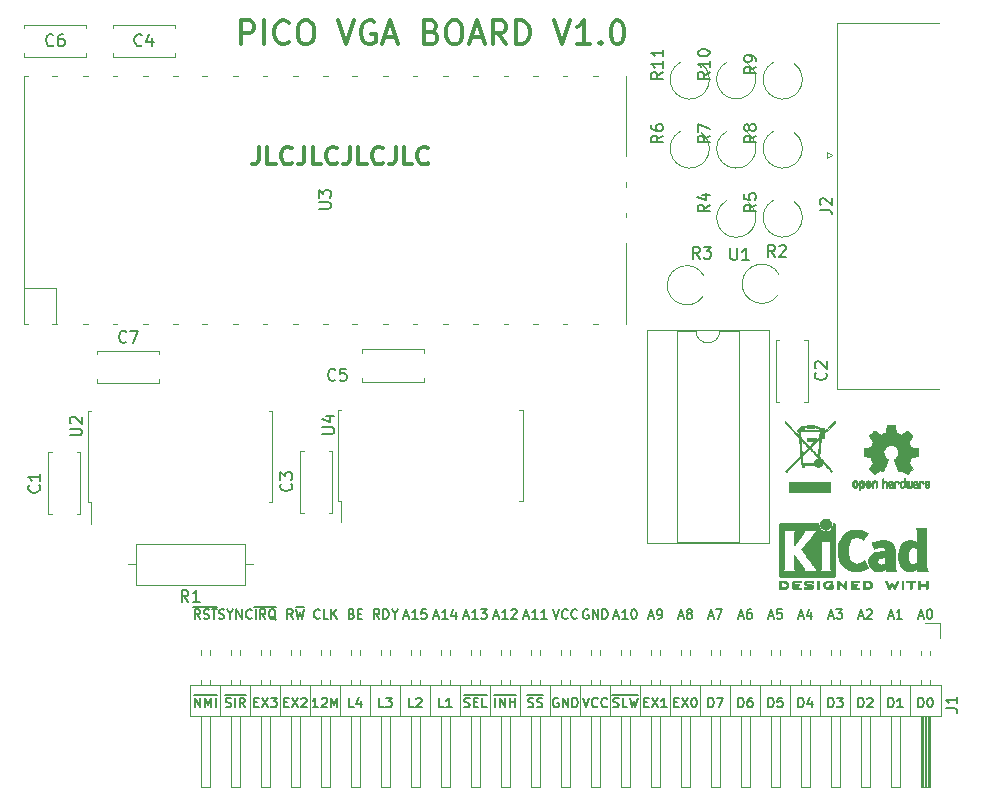
<source format=gbr>
%TF.GenerationSoftware,KiCad,Pcbnew,7.0.6-0*%
%TF.CreationDate,2023-07-30T18:46:11+02:00*%
%TF.ProjectId,pico_vga,7069636f-5f76-4676-912e-6b696361645f,v1.0*%
%TF.SameCoordinates,Original*%
%TF.FileFunction,Legend,Top*%
%TF.FilePolarity,Positive*%
%FSLAX46Y46*%
G04 Gerber Fmt 4.6, Leading zero omitted, Abs format (unit mm)*
G04 Created by KiCad (PCBNEW 7.0.6-0) date 2023-07-30 18:46:11*
%MOMM*%
%LPD*%
G01*
G04 APERTURE LIST*
%ADD10C,0.300000*%
%ADD11C,0.150000*%
%ADD12C,0.010000*%
%ADD13C,0.120000*%
G04 APERTURE END LIST*
D10*
X110203082Y-103329828D02*
X110203082Y-104401257D01*
X110203082Y-104401257D02*
X110131653Y-104615542D01*
X110131653Y-104615542D02*
X109988796Y-104758400D01*
X109988796Y-104758400D02*
X109774510Y-104829828D01*
X109774510Y-104829828D02*
X109631653Y-104829828D01*
X111631653Y-104829828D02*
X110917367Y-104829828D01*
X110917367Y-104829828D02*
X110917367Y-103329828D01*
X112988796Y-104686971D02*
X112917368Y-104758400D01*
X112917368Y-104758400D02*
X112703082Y-104829828D01*
X112703082Y-104829828D02*
X112560225Y-104829828D01*
X112560225Y-104829828D02*
X112345939Y-104758400D01*
X112345939Y-104758400D02*
X112203082Y-104615542D01*
X112203082Y-104615542D02*
X112131653Y-104472685D01*
X112131653Y-104472685D02*
X112060225Y-104186971D01*
X112060225Y-104186971D02*
X112060225Y-103972685D01*
X112060225Y-103972685D02*
X112131653Y-103686971D01*
X112131653Y-103686971D02*
X112203082Y-103544114D01*
X112203082Y-103544114D02*
X112345939Y-103401257D01*
X112345939Y-103401257D02*
X112560225Y-103329828D01*
X112560225Y-103329828D02*
X112703082Y-103329828D01*
X112703082Y-103329828D02*
X112917368Y-103401257D01*
X112917368Y-103401257D02*
X112988796Y-103472685D01*
X114060225Y-103329828D02*
X114060225Y-104401257D01*
X114060225Y-104401257D02*
X113988796Y-104615542D01*
X113988796Y-104615542D02*
X113845939Y-104758400D01*
X113845939Y-104758400D02*
X113631653Y-104829828D01*
X113631653Y-104829828D02*
X113488796Y-104829828D01*
X115488796Y-104829828D02*
X114774510Y-104829828D01*
X114774510Y-104829828D02*
X114774510Y-103329828D01*
X116845939Y-104686971D02*
X116774511Y-104758400D01*
X116774511Y-104758400D02*
X116560225Y-104829828D01*
X116560225Y-104829828D02*
X116417368Y-104829828D01*
X116417368Y-104829828D02*
X116203082Y-104758400D01*
X116203082Y-104758400D02*
X116060225Y-104615542D01*
X116060225Y-104615542D02*
X115988796Y-104472685D01*
X115988796Y-104472685D02*
X115917368Y-104186971D01*
X115917368Y-104186971D02*
X115917368Y-103972685D01*
X115917368Y-103972685D02*
X115988796Y-103686971D01*
X115988796Y-103686971D02*
X116060225Y-103544114D01*
X116060225Y-103544114D02*
X116203082Y-103401257D01*
X116203082Y-103401257D02*
X116417368Y-103329828D01*
X116417368Y-103329828D02*
X116560225Y-103329828D01*
X116560225Y-103329828D02*
X116774511Y-103401257D01*
X116774511Y-103401257D02*
X116845939Y-103472685D01*
X117917368Y-103329828D02*
X117917368Y-104401257D01*
X117917368Y-104401257D02*
X117845939Y-104615542D01*
X117845939Y-104615542D02*
X117703082Y-104758400D01*
X117703082Y-104758400D02*
X117488796Y-104829828D01*
X117488796Y-104829828D02*
X117345939Y-104829828D01*
X119345939Y-104829828D02*
X118631653Y-104829828D01*
X118631653Y-104829828D02*
X118631653Y-103329828D01*
X120703082Y-104686971D02*
X120631654Y-104758400D01*
X120631654Y-104758400D02*
X120417368Y-104829828D01*
X120417368Y-104829828D02*
X120274511Y-104829828D01*
X120274511Y-104829828D02*
X120060225Y-104758400D01*
X120060225Y-104758400D02*
X119917368Y-104615542D01*
X119917368Y-104615542D02*
X119845939Y-104472685D01*
X119845939Y-104472685D02*
X119774511Y-104186971D01*
X119774511Y-104186971D02*
X119774511Y-103972685D01*
X119774511Y-103972685D02*
X119845939Y-103686971D01*
X119845939Y-103686971D02*
X119917368Y-103544114D01*
X119917368Y-103544114D02*
X120060225Y-103401257D01*
X120060225Y-103401257D02*
X120274511Y-103329828D01*
X120274511Y-103329828D02*
X120417368Y-103329828D01*
X120417368Y-103329828D02*
X120631654Y-103401257D01*
X120631654Y-103401257D02*
X120703082Y-103472685D01*
X121774511Y-103329828D02*
X121774511Y-104401257D01*
X121774511Y-104401257D02*
X121703082Y-104615542D01*
X121703082Y-104615542D02*
X121560225Y-104758400D01*
X121560225Y-104758400D02*
X121345939Y-104829828D01*
X121345939Y-104829828D02*
X121203082Y-104829828D01*
X123203082Y-104829828D02*
X122488796Y-104829828D01*
X122488796Y-104829828D02*
X122488796Y-103329828D01*
X124560225Y-104686971D02*
X124488797Y-104758400D01*
X124488797Y-104758400D02*
X124274511Y-104829828D01*
X124274511Y-104829828D02*
X124131654Y-104829828D01*
X124131654Y-104829828D02*
X123917368Y-104758400D01*
X123917368Y-104758400D02*
X123774511Y-104615542D01*
X123774511Y-104615542D02*
X123703082Y-104472685D01*
X123703082Y-104472685D02*
X123631654Y-104186971D01*
X123631654Y-104186971D02*
X123631654Y-103972685D01*
X123631654Y-103972685D02*
X123703082Y-103686971D01*
X123703082Y-103686971D02*
X123774511Y-103544114D01*
X123774511Y-103544114D02*
X123917368Y-103401257D01*
X123917368Y-103401257D02*
X124131654Y-103329828D01*
X124131654Y-103329828D02*
X124274511Y-103329828D01*
X124274511Y-103329828D02*
X124488797Y-103401257D01*
X124488797Y-103401257D02*
X124560225Y-103472685D01*
D11*
X109810666Y-150374747D02*
X110077332Y-150374747D01*
X110191618Y-150793795D02*
X109810666Y-150793795D01*
X109810666Y-150793795D02*
X109810666Y-149993795D01*
X109810666Y-149993795D02*
X110191618Y-149993795D01*
X110458285Y-149993795D02*
X110991619Y-150793795D01*
X110991619Y-149993795D02*
X110458285Y-150793795D01*
X111220190Y-149993795D02*
X111715428Y-149993795D01*
X111715428Y-149993795D02*
X111448762Y-150298557D01*
X111448762Y-150298557D02*
X111563047Y-150298557D01*
X111563047Y-150298557D02*
X111639238Y-150336652D01*
X111639238Y-150336652D02*
X111677333Y-150374747D01*
X111677333Y-150374747D02*
X111715428Y-150450938D01*
X111715428Y-150450938D02*
X111715428Y-150641414D01*
X111715428Y-150641414D02*
X111677333Y-150717604D01*
X111677333Y-150717604D02*
X111639238Y-150755700D01*
X111639238Y-150755700D02*
X111563047Y-150793795D01*
X111563047Y-150793795D02*
X111334476Y-150793795D01*
X111334476Y-150793795D02*
X111258285Y-150755700D01*
X111258285Y-150755700D02*
X111220190Y-150717604D01*
X107384952Y-150755700D02*
X107499238Y-150793795D01*
X107499238Y-150793795D02*
X107689714Y-150793795D01*
X107689714Y-150793795D02*
X107765905Y-150755700D01*
X107765905Y-150755700D02*
X107804000Y-150717604D01*
X107804000Y-150717604D02*
X107842095Y-150641414D01*
X107842095Y-150641414D02*
X107842095Y-150565223D01*
X107842095Y-150565223D02*
X107804000Y-150489033D01*
X107804000Y-150489033D02*
X107765905Y-150450938D01*
X107765905Y-150450938D02*
X107689714Y-150412842D01*
X107689714Y-150412842D02*
X107537333Y-150374747D01*
X107537333Y-150374747D02*
X107461143Y-150336652D01*
X107461143Y-150336652D02*
X107423048Y-150298557D01*
X107423048Y-150298557D02*
X107384952Y-150222366D01*
X107384952Y-150222366D02*
X107384952Y-150146176D01*
X107384952Y-150146176D02*
X107423048Y-150069985D01*
X107423048Y-150069985D02*
X107461143Y-150031890D01*
X107461143Y-150031890D02*
X107537333Y-149993795D01*
X107537333Y-149993795D02*
X107727810Y-149993795D01*
X107727810Y-149993795D02*
X107842095Y-150031890D01*
X108184953Y-150793795D02*
X108184953Y-149993795D01*
X109023048Y-150793795D02*
X108756381Y-150412842D01*
X108565905Y-150793795D02*
X108565905Y-149993795D01*
X108565905Y-149993795D02*
X108870667Y-149993795D01*
X108870667Y-149993795D02*
X108946857Y-150031890D01*
X108946857Y-150031890D02*
X108984952Y-150069985D01*
X108984952Y-150069985D02*
X109023048Y-150146176D01*
X109023048Y-150146176D02*
X109023048Y-150260461D01*
X109023048Y-150260461D02*
X108984952Y-150336652D01*
X108984952Y-150336652D02*
X108946857Y-150374747D01*
X108946857Y-150374747D02*
X108870667Y-150412842D01*
X108870667Y-150412842D02*
X108565905Y-150412842D01*
X107312572Y-149771700D02*
X109095429Y-149771700D01*
X127609713Y-150755700D02*
X127723999Y-150793795D01*
X127723999Y-150793795D02*
X127914475Y-150793795D01*
X127914475Y-150793795D02*
X127990666Y-150755700D01*
X127990666Y-150755700D02*
X128028761Y-150717604D01*
X128028761Y-150717604D02*
X128066856Y-150641414D01*
X128066856Y-150641414D02*
X128066856Y-150565223D01*
X128066856Y-150565223D02*
X128028761Y-150489033D01*
X128028761Y-150489033D02*
X127990666Y-150450938D01*
X127990666Y-150450938D02*
X127914475Y-150412842D01*
X127914475Y-150412842D02*
X127762094Y-150374747D01*
X127762094Y-150374747D02*
X127685904Y-150336652D01*
X127685904Y-150336652D02*
X127647809Y-150298557D01*
X127647809Y-150298557D02*
X127609713Y-150222366D01*
X127609713Y-150222366D02*
X127609713Y-150146176D01*
X127609713Y-150146176D02*
X127647809Y-150069985D01*
X127647809Y-150069985D02*
X127685904Y-150031890D01*
X127685904Y-150031890D02*
X127762094Y-149993795D01*
X127762094Y-149993795D02*
X127952571Y-149993795D01*
X127952571Y-149993795D02*
X128066856Y-150031890D01*
X128409714Y-150374747D02*
X128676380Y-150374747D01*
X128790666Y-150793795D02*
X128409714Y-150793795D01*
X128409714Y-150793795D02*
X128409714Y-149993795D01*
X128409714Y-149993795D02*
X128790666Y-149993795D01*
X129514476Y-150793795D02*
X129133524Y-150793795D01*
X129133524Y-150793795D02*
X129133524Y-149993795D01*
X127537333Y-149771700D02*
X129510667Y-149771700D01*
X123310666Y-150793795D02*
X122929714Y-150793795D01*
X122929714Y-150793795D02*
X122929714Y-149993795D01*
X123539237Y-150069985D02*
X123577333Y-150031890D01*
X123577333Y-150031890D02*
X123653523Y-149993795D01*
X123653523Y-149993795D02*
X123843999Y-149993795D01*
X123843999Y-149993795D02*
X123920190Y-150031890D01*
X123920190Y-150031890D02*
X123958285Y-150069985D01*
X123958285Y-150069985D02*
X123996380Y-150146176D01*
X123996380Y-150146176D02*
X123996380Y-150222366D01*
X123996380Y-150222366D02*
X123958285Y-150336652D01*
X123958285Y-150336652D02*
X123501142Y-150793795D01*
X123501142Y-150793795D02*
X123996380Y-150793795D01*
X125850666Y-150793795D02*
X125469714Y-150793795D01*
X125469714Y-150793795D02*
X125469714Y-149993795D01*
X126536380Y-150793795D02*
X126079237Y-150793795D01*
X126307809Y-150793795D02*
X126307809Y-149993795D01*
X126307809Y-149993795D02*
X126231618Y-150108080D01*
X126231618Y-150108080D02*
X126155428Y-150184271D01*
X126155428Y-150184271D02*
X126079237Y-150222366D01*
X118230666Y-150793795D02*
X117849714Y-150793795D01*
X117849714Y-150793795D02*
X117849714Y-149993795D01*
X118840190Y-150260461D02*
X118840190Y-150793795D01*
X118649714Y-149955700D02*
X118459237Y-150527128D01*
X118459237Y-150527128D02*
X118954476Y-150527128D01*
X120770666Y-150793795D02*
X120389714Y-150793795D01*
X120389714Y-150793795D02*
X120389714Y-149993795D01*
X120961142Y-149993795D02*
X121456380Y-149993795D01*
X121456380Y-149993795D02*
X121189714Y-150298557D01*
X121189714Y-150298557D02*
X121303999Y-150298557D01*
X121303999Y-150298557D02*
X121380190Y-150336652D01*
X121380190Y-150336652D02*
X121418285Y-150374747D01*
X121418285Y-150374747D02*
X121456380Y-150450938D01*
X121456380Y-150450938D02*
X121456380Y-150641414D01*
X121456380Y-150641414D02*
X121418285Y-150717604D01*
X121418285Y-150717604D02*
X121380190Y-150755700D01*
X121380190Y-150755700D02*
X121303999Y-150793795D01*
X121303999Y-150793795D02*
X121075428Y-150793795D01*
X121075428Y-150793795D02*
X120999237Y-150755700D01*
X120999237Y-150755700D02*
X120961142Y-150717604D01*
X112350666Y-150374747D02*
X112617332Y-150374747D01*
X112731618Y-150793795D02*
X112350666Y-150793795D01*
X112350666Y-150793795D02*
X112350666Y-149993795D01*
X112350666Y-149993795D02*
X112731618Y-149993795D01*
X112998285Y-149993795D02*
X113531619Y-150793795D01*
X113531619Y-149993795D02*
X112998285Y-150793795D01*
X113798285Y-150069985D02*
X113836381Y-150031890D01*
X113836381Y-150031890D02*
X113912571Y-149993795D01*
X113912571Y-149993795D02*
X114103047Y-149993795D01*
X114103047Y-149993795D02*
X114179238Y-150031890D01*
X114179238Y-150031890D02*
X114217333Y-150069985D01*
X114217333Y-150069985D02*
X114255428Y-150146176D01*
X114255428Y-150146176D02*
X114255428Y-150222366D01*
X114255428Y-150222366D02*
X114217333Y-150336652D01*
X114217333Y-150336652D02*
X113760190Y-150793795D01*
X113760190Y-150793795D02*
X114255428Y-150793795D01*
X115214475Y-150793795D02*
X114757332Y-150793795D01*
X114985904Y-150793795D02*
X114985904Y-149993795D01*
X114985904Y-149993795D02*
X114909713Y-150108080D01*
X114909713Y-150108080D02*
X114833523Y-150184271D01*
X114833523Y-150184271D02*
X114757332Y-150222366D01*
X115519237Y-150069985D02*
X115557333Y-150031890D01*
X115557333Y-150031890D02*
X115633523Y-149993795D01*
X115633523Y-149993795D02*
X115823999Y-149993795D01*
X115823999Y-149993795D02*
X115900190Y-150031890D01*
X115900190Y-150031890D02*
X115938285Y-150069985D01*
X115938285Y-150069985D02*
X115976380Y-150146176D01*
X115976380Y-150146176D02*
X115976380Y-150222366D01*
X115976380Y-150222366D02*
X115938285Y-150336652D01*
X115938285Y-150336652D02*
X115481142Y-150793795D01*
X115481142Y-150793795D02*
X115976380Y-150793795D01*
X116319238Y-150793795D02*
X116319238Y-149993795D01*
X116319238Y-149993795D02*
X116585904Y-150565223D01*
X116585904Y-150565223D02*
X116852571Y-149993795D01*
X116852571Y-149993795D02*
X116852571Y-150793795D01*
X148253524Y-150793795D02*
X148253524Y-149993795D01*
X148253524Y-149993795D02*
X148444000Y-149993795D01*
X148444000Y-149993795D02*
X148558286Y-150031890D01*
X148558286Y-150031890D02*
X148634476Y-150108080D01*
X148634476Y-150108080D02*
X148672571Y-150184271D01*
X148672571Y-150184271D02*
X148710667Y-150336652D01*
X148710667Y-150336652D02*
X148710667Y-150450938D01*
X148710667Y-150450938D02*
X148672571Y-150603319D01*
X148672571Y-150603319D02*
X148634476Y-150679509D01*
X148634476Y-150679509D02*
X148558286Y-150755700D01*
X148558286Y-150755700D02*
X148444000Y-150793795D01*
X148444000Y-150793795D02*
X148253524Y-150793795D01*
X148977333Y-149993795D02*
X149510667Y-149993795D01*
X149510667Y-149993795D02*
X149167809Y-150793795D01*
X130225905Y-150793795D02*
X130225905Y-149993795D01*
X130606857Y-150793795D02*
X130606857Y-149993795D01*
X130606857Y-149993795D02*
X131064000Y-150793795D01*
X131064000Y-150793795D02*
X131064000Y-149993795D01*
X131444952Y-150793795D02*
X131444952Y-149993795D01*
X131444952Y-150374747D02*
X131902095Y-150374747D01*
X131902095Y-150793795D02*
X131902095Y-149993795D01*
X130115429Y-149771700D02*
X132012571Y-149771700D01*
X145370666Y-150374747D02*
X145637332Y-150374747D01*
X145751618Y-150793795D02*
X145370666Y-150793795D01*
X145370666Y-150793795D02*
X145370666Y-149993795D01*
X145370666Y-149993795D02*
X145751618Y-149993795D01*
X146018285Y-149993795D02*
X146551619Y-150793795D01*
X146551619Y-149993795D02*
X146018285Y-150793795D01*
X147008762Y-149993795D02*
X147084952Y-149993795D01*
X147084952Y-149993795D02*
X147161143Y-150031890D01*
X147161143Y-150031890D02*
X147199238Y-150069985D01*
X147199238Y-150069985D02*
X147237333Y-150146176D01*
X147237333Y-150146176D02*
X147275428Y-150298557D01*
X147275428Y-150298557D02*
X147275428Y-150489033D01*
X147275428Y-150489033D02*
X147237333Y-150641414D01*
X147237333Y-150641414D02*
X147199238Y-150717604D01*
X147199238Y-150717604D02*
X147161143Y-150755700D01*
X147161143Y-150755700D02*
X147084952Y-150793795D01*
X147084952Y-150793795D02*
X147008762Y-150793795D01*
X147008762Y-150793795D02*
X146932571Y-150755700D01*
X146932571Y-150755700D02*
X146894476Y-150717604D01*
X146894476Y-150717604D02*
X146856381Y-150641414D01*
X146856381Y-150641414D02*
X146818285Y-150489033D01*
X146818285Y-150489033D02*
X146818285Y-150298557D01*
X146818285Y-150298557D02*
X146856381Y-150146176D01*
X146856381Y-150146176D02*
X146894476Y-150069985D01*
X146894476Y-150069985D02*
X146932571Y-150031890D01*
X146932571Y-150031890D02*
X147008762Y-149993795D01*
X132994475Y-150755700D02*
X133108761Y-150793795D01*
X133108761Y-150793795D02*
X133299237Y-150793795D01*
X133299237Y-150793795D02*
X133375428Y-150755700D01*
X133375428Y-150755700D02*
X133413523Y-150717604D01*
X133413523Y-150717604D02*
X133451618Y-150641414D01*
X133451618Y-150641414D02*
X133451618Y-150565223D01*
X133451618Y-150565223D02*
X133413523Y-150489033D01*
X133413523Y-150489033D02*
X133375428Y-150450938D01*
X133375428Y-150450938D02*
X133299237Y-150412842D01*
X133299237Y-150412842D02*
X133146856Y-150374747D01*
X133146856Y-150374747D02*
X133070666Y-150336652D01*
X133070666Y-150336652D02*
X133032571Y-150298557D01*
X133032571Y-150298557D02*
X132994475Y-150222366D01*
X132994475Y-150222366D02*
X132994475Y-150146176D01*
X132994475Y-150146176D02*
X133032571Y-150069985D01*
X133032571Y-150069985D02*
X133070666Y-150031890D01*
X133070666Y-150031890D02*
X133146856Y-149993795D01*
X133146856Y-149993795D02*
X133337333Y-149993795D01*
X133337333Y-149993795D02*
X133451618Y-150031890D01*
X133756380Y-150755700D02*
X133870666Y-150793795D01*
X133870666Y-150793795D02*
X134061142Y-150793795D01*
X134061142Y-150793795D02*
X134137333Y-150755700D01*
X134137333Y-150755700D02*
X134175428Y-150717604D01*
X134175428Y-150717604D02*
X134213523Y-150641414D01*
X134213523Y-150641414D02*
X134213523Y-150565223D01*
X134213523Y-150565223D02*
X134175428Y-150489033D01*
X134175428Y-150489033D02*
X134137333Y-150450938D01*
X134137333Y-150450938D02*
X134061142Y-150412842D01*
X134061142Y-150412842D02*
X133908761Y-150374747D01*
X133908761Y-150374747D02*
X133832571Y-150336652D01*
X133832571Y-150336652D02*
X133794476Y-150298557D01*
X133794476Y-150298557D02*
X133756380Y-150222366D01*
X133756380Y-150222366D02*
X133756380Y-150146176D01*
X133756380Y-150146176D02*
X133794476Y-150069985D01*
X133794476Y-150069985D02*
X133832571Y-150031890D01*
X133832571Y-150031890D02*
X133908761Y-149993795D01*
X133908761Y-149993795D02*
X134099238Y-149993795D01*
X134099238Y-149993795D02*
X134213523Y-150031890D01*
X132922095Y-149771700D02*
X134285905Y-149771700D01*
X142830666Y-150374747D02*
X143097332Y-150374747D01*
X143211618Y-150793795D02*
X142830666Y-150793795D01*
X142830666Y-150793795D02*
X142830666Y-149993795D01*
X142830666Y-149993795D02*
X143211618Y-149993795D01*
X143478285Y-149993795D02*
X144011619Y-150793795D01*
X144011619Y-149993795D02*
X143478285Y-150793795D01*
X144735428Y-150793795D02*
X144278285Y-150793795D01*
X144506857Y-150793795D02*
X144506857Y-149993795D01*
X144506857Y-149993795D02*
X144430666Y-150108080D01*
X144430666Y-150108080D02*
X144354476Y-150184271D01*
X144354476Y-150184271D02*
X144278285Y-150222366D01*
X135534476Y-150031890D02*
X135458286Y-149993795D01*
X135458286Y-149993795D02*
X135344000Y-149993795D01*
X135344000Y-149993795D02*
X135229714Y-150031890D01*
X135229714Y-150031890D02*
X135153524Y-150108080D01*
X135153524Y-150108080D02*
X135115429Y-150184271D01*
X135115429Y-150184271D02*
X135077333Y-150336652D01*
X135077333Y-150336652D02*
X135077333Y-150450938D01*
X135077333Y-150450938D02*
X135115429Y-150603319D01*
X135115429Y-150603319D02*
X135153524Y-150679509D01*
X135153524Y-150679509D02*
X135229714Y-150755700D01*
X135229714Y-150755700D02*
X135344000Y-150793795D01*
X135344000Y-150793795D02*
X135420191Y-150793795D01*
X135420191Y-150793795D02*
X135534476Y-150755700D01*
X135534476Y-150755700D02*
X135572572Y-150717604D01*
X135572572Y-150717604D02*
X135572572Y-150450938D01*
X135572572Y-150450938D02*
X135420191Y-150450938D01*
X135915429Y-150793795D02*
X135915429Y-149993795D01*
X135915429Y-149993795D02*
X136372572Y-150793795D01*
X136372572Y-150793795D02*
X136372572Y-149993795D01*
X136753524Y-150793795D02*
X136753524Y-149993795D01*
X136753524Y-149993795D02*
X136944000Y-149993795D01*
X136944000Y-149993795D02*
X137058286Y-150031890D01*
X137058286Y-150031890D02*
X137134476Y-150108080D01*
X137134476Y-150108080D02*
X137172571Y-150184271D01*
X137172571Y-150184271D02*
X137210667Y-150336652D01*
X137210667Y-150336652D02*
X137210667Y-150450938D01*
X137210667Y-150450938D02*
X137172571Y-150603319D01*
X137172571Y-150603319D02*
X137134476Y-150679509D01*
X137134476Y-150679509D02*
X137058286Y-150755700D01*
X137058286Y-150755700D02*
X136944000Y-150793795D01*
X136944000Y-150793795D02*
X136753524Y-150793795D01*
X140214475Y-150755700D02*
X140328761Y-150793795D01*
X140328761Y-150793795D02*
X140519237Y-150793795D01*
X140519237Y-150793795D02*
X140595428Y-150755700D01*
X140595428Y-150755700D02*
X140633523Y-150717604D01*
X140633523Y-150717604D02*
X140671618Y-150641414D01*
X140671618Y-150641414D02*
X140671618Y-150565223D01*
X140671618Y-150565223D02*
X140633523Y-150489033D01*
X140633523Y-150489033D02*
X140595428Y-150450938D01*
X140595428Y-150450938D02*
X140519237Y-150412842D01*
X140519237Y-150412842D02*
X140366856Y-150374747D01*
X140366856Y-150374747D02*
X140290666Y-150336652D01*
X140290666Y-150336652D02*
X140252571Y-150298557D01*
X140252571Y-150298557D02*
X140214475Y-150222366D01*
X140214475Y-150222366D02*
X140214475Y-150146176D01*
X140214475Y-150146176D02*
X140252571Y-150069985D01*
X140252571Y-150069985D02*
X140290666Y-150031890D01*
X140290666Y-150031890D02*
X140366856Y-149993795D01*
X140366856Y-149993795D02*
X140557333Y-149993795D01*
X140557333Y-149993795D02*
X140671618Y-150031890D01*
X141395428Y-150793795D02*
X141014476Y-150793795D01*
X141014476Y-150793795D02*
X141014476Y-149993795D01*
X141585904Y-149993795D02*
X141776380Y-150793795D01*
X141776380Y-150793795D02*
X141928761Y-150222366D01*
X141928761Y-150222366D02*
X142081142Y-150793795D01*
X142081142Y-150793795D02*
X142271619Y-149993795D01*
X140142095Y-149771700D02*
X142305905Y-149771700D01*
X137617333Y-149993795D02*
X137884000Y-150793795D01*
X137884000Y-150793795D02*
X138150666Y-149993795D01*
X138874476Y-150717604D02*
X138836380Y-150755700D01*
X138836380Y-150755700D02*
X138722095Y-150793795D01*
X138722095Y-150793795D02*
X138645904Y-150793795D01*
X138645904Y-150793795D02*
X138531618Y-150755700D01*
X138531618Y-150755700D02*
X138455428Y-150679509D01*
X138455428Y-150679509D02*
X138417333Y-150603319D01*
X138417333Y-150603319D02*
X138379237Y-150450938D01*
X138379237Y-150450938D02*
X138379237Y-150336652D01*
X138379237Y-150336652D02*
X138417333Y-150184271D01*
X138417333Y-150184271D02*
X138455428Y-150108080D01*
X138455428Y-150108080D02*
X138531618Y-150031890D01*
X138531618Y-150031890D02*
X138645904Y-149993795D01*
X138645904Y-149993795D02*
X138722095Y-149993795D01*
X138722095Y-149993795D02*
X138836380Y-150031890D01*
X138836380Y-150031890D02*
X138874476Y-150069985D01*
X139674476Y-150717604D02*
X139636380Y-150755700D01*
X139636380Y-150755700D02*
X139522095Y-150793795D01*
X139522095Y-150793795D02*
X139445904Y-150793795D01*
X139445904Y-150793795D02*
X139331618Y-150755700D01*
X139331618Y-150755700D02*
X139255428Y-150679509D01*
X139255428Y-150679509D02*
X139217333Y-150603319D01*
X139217333Y-150603319D02*
X139179237Y-150450938D01*
X139179237Y-150450938D02*
X139179237Y-150336652D01*
X139179237Y-150336652D02*
X139217333Y-150184271D01*
X139217333Y-150184271D02*
X139255428Y-150108080D01*
X139255428Y-150108080D02*
X139331618Y-150031890D01*
X139331618Y-150031890D02*
X139445904Y-149993795D01*
X139445904Y-149993795D02*
X139522095Y-149993795D01*
X139522095Y-149993795D02*
X139636380Y-150031890D01*
X139636380Y-150031890D02*
X139674476Y-150069985D01*
X104787810Y-150793795D02*
X104787810Y-149993795D01*
X104787810Y-149993795D02*
X105244953Y-150793795D01*
X105244953Y-150793795D02*
X105244953Y-149993795D01*
X105625905Y-150793795D02*
X105625905Y-149993795D01*
X105625905Y-149993795D02*
X105892571Y-150565223D01*
X105892571Y-150565223D02*
X106159238Y-149993795D01*
X106159238Y-149993795D02*
X106159238Y-150793795D01*
X106540191Y-150793795D02*
X106540191Y-149993795D01*
X104677334Y-149771700D02*
X106650667Y-149771700D01*
X148272571Y-143072223D02*
X148653524Y-143072223D01*
X148196381Y-143300795D02*
X148463048Y-142500795D01*
X148463048Y-142500795D02*
X148729714Y-143300795D01*
X148920190Y-142500795D02*
X149453524Y-142500795D01*
X149453524Y-142500795D02*
X149110666Y-143300795D01*
X150812571Y-143072223D02*
X151193524Y-143072223D01*
X150736381Y-143300795D02*
X151003048Y-142500795D01*
X151003048Y-142500795D02*
X151269714Y-143300795D01*
X151879238Y-142500795D02*
X151726857Y-142500795D01*
X151726857Y-142500795D02*
X151650666Y-142538890D01*
X151650666Y-142538890D02*
X151612571Y-142576985D01*
X151612571Y-142576985D02*
X151536381Y-142691271D01*
X151536381Y-142691271D02*
X151498285Y-142843652D01*
X151498285Y-142843652D02*
X151498285Y-143148414D01*
X151498285Y-143148414D02*
X151536381Y-143224604D01*
X151536381Y-143224604D02*
X151574476Y-143262700D01*
X151574476Y-143262700D02*
X151650666Y-143300795D01*
X151650666Y-143300795D02*
X151803047Y-143300795D01*
X151803047Y-143300795D02*
X151879238Y-143262700D01*
X151879238Y-143262700D02*
X151917333Y-143224604D01*
X151917333Y-143224604D02*
X151955428Y-143148414D01*
X151955428Y-143148414D02*
X151955428Y-142957938D01*
X151955428Y-142957938D02*
X151917333Y-142881747D01*
X151917333Y-142881747D02*
X151879238Y-142843652D01*
X151879238Y-142843652D02*
X151803047Y-142805557D01*
X151803047Y-142805557D02*
X151650666Y-142805557D01*
X151650666Y-142805557D02*
X151574476Y-142843652D01*
X151574476Y-142843652D02*
X151536381Y-142881747D01*
X151536381Y-142881747D02*
X151498285Y-142957938D01*
X145732571Y-143072223D02*
X146113524Y-143072223D01*
X145656381Y-143300795D02*
X145923048Y-142500795D01*
X145923048Y-142500795D02*
X146189714Y-143300795D01*
X146570666Y-142843652D02*
X146494476Y-142805557D01*
X146494476Y-142805557D02*
X146456381Y-142767461D01*
X146456381Y-142767461D02*
X146418285Y-142691271D01*
X146418285Y-142691271D02*
X146418285Y-142653176D01*
X146418285Y-142653176D02*
X146456381Y-142576985D01*
X146456381Y-142576985D02*
X146494476Y-142538890D01*
X146494476Y-142538890D02*
X146570666Y-142500795D01*
X146570666Y-142500795D02*
X146723047Y-142500795D01*
X146723047Y-142500795D02*
X146799238Y-142538890D01*
X146799238Y-142538890D02*
X146837333Y-142576985D01*
X146837333Y-142576985D02*
X146875428Y-142653176D01*
X146875428Y-142653176D02*
X146875428Y-142691271D01*
X146875428Y-142691271D02*
X146837333Y-142767461D01*
X146837333Y-142767461D02*
X146799238Y-142805557D01*
X146799238Y-142805557D02*
X146723047Y-142843652D01*
X146723047Y-142843652D02*
X146570666Y-142843652D01*
X146570666Y-142843652D02*
X146494476Y-142881747D01*
X146494476Y-142881747D02*
X146456381Y-142919842D01*
X146456381Y-142919842D02*
X146418285Y-142996033D01*
X146418285Y-142996033D02*
X146418285Y-143148414D01*
X146418285Y-143148414D02*
X146456381Y-143224604D01*
X146456381Y-143224604D02*
X146494476Y-143262700D01*
X146494476Y-143262700D02*
X146570666Y-143300795D01*
X146570666Y-143300795D02*
X146723047Y-143300795D01*
X146723047Y-143300795D02*
X146799238Y-143262700D01*
X146799238Y-143262700D02*
X146837333Y-143224604D01*
X146837333Y-143224604D02*
X146875428Y-143148414D01*
X146875428Y-143148414D02*
X146875428Y-142996033D01*
X146875428Y-142996033D02*
X146837333Y-142919842D01*
X146837333Y-142919842D02*
X146799238Y-142881747D01*
X146799238Y-142881747D02*
X146723047Y-142843652D01*
X153352571Y-143072223D02*
X153733524Y-143072223D01*
X153276381Y-143300795D02*
X153543048Y-142500795D01*
X153543048Y-142500795D02*
X153809714Y-143300795D01*
X154457333Y-142500795D02*
X154076381Y-142500795D01*
X154076381Y-142500795D02*
X154038285Y-142881747D01*
X154038285Y-142881747D02*
X154076381Y-142843652D01*
X154076381Y-142843652D02*
X154152571Y-142805557D01*
X154152571Y-142805557D02*
X154343047Y-142805557D01*
X154343047Y-142805557D02*
X154419238Y-142843652D01*
X154419238Y-142843652D02*
X154457333Y-142881747D01*
X154457333Y-142881747D02*
X154495428Y-142957938D01*
X154495428Y-142957938D02*
X154495428Y-143148414D01*
X154495428Y-143148414D02*
X154457333Y-143224604D01*
X154457333Y-143224604D02*
X154419238Y-143262700D01*
X154419238Y-143262700D02*
X154343047Y-143300795D01*
X154343047Y-143300795D02*
X154152571Y-143300795D01*
X154152571Y-143300795D02*
X154076381Y-143262700D01*
X154076381Y-143262700D02*
X154038285Y-143224604D01*
X143192571Y-143072223D02*
X143573524Y-143072223D01*
X143116381Y-143300795D02*
X143383048Y-142500795D01*
X143383048Y-142500795D02*
X143649714Y-143300795D01*
X143954476Y-143300795D02*
X144106857Y-143300795D01*
X144106857Y-143300795D02*
X144183047Y-143262700D01*
X144183047Y-143262700D02*
X144221143Y-143224604D01*
X144221143Y-143224604D02*
X144297333Y-143110319D01*
X144297333Y-143110319D02*
X144335428Y-142957938D01*
X144335428Y-142957938D02*
X144335428Y-142653176D01*
X144335428Y-142653176D02*
X144297333Y-142576985D01*
X144297333Y-142576985D02*
X144259238Y-142538890D01*
X144259238Y-142538890D02*
X144183047Y-142500795D01*
X144183047Y-142500795D02*
X144030666Y-142500795D01*
X144030666Y-142500795D02*
X143954476Y-142538890D01*
X143954476Y-142538890D02*
X143916381Y-142576985D01*
X143916381Y-142576985D02*
X143878285Y-142653176D01*
X143878285Y-142653176D02*
X143878285Y-142843652D01*
X143878285Y-142843652D02*
X143916381Y-142919842D01*
X143916381Y-142919842D02*
X143954476Y-142957938D01*
X143954476Y-142957938D02*
X144030666Y-142996033D01*
X144030666Y-142996033D02*
X144183047Y-142996033D01*
X144183047Y-142996033D02*
X144259238Y-142957938D01*
X144259238Y-142957938D02*
X144297333Y-142919842D01*
X144297333Y-142919842D02*
X144335428Y-142843652D01*
X155892571Y-143072223D02*
X156273524Y-143072223D01*
X155816381Y-143300795D02*
X156083048Y-142500795D01*
X156083048Y-142500795D02*
X156349714Y-143300795D01*
X156959238Y-142767461D02*
X156959238Y-143300795D01*
X156768762Y-142462700D02*
X156578285Y-143034128D01*
X156578285Y-143034128D02*
X157073524Y-143034128D01*
X140271618Y-143072223D02*
X140652571Y-143072223D01*
X140195428Y-143300795D02*
X140462095Y-142500795D01*
X140462095Y-142500795D02*
X140728761Y-143300795D01*
X141414475Y-143300795D02*
X140957332Y-143300795D01*
X141185904Y-143300795D02*
X141185904Y-142500795D01*
X141185904Y-142500795D02*
X141109713Y-142615080D01*
X141109713Y-142615080D02*
X141033523Y-142691271D01*
X141033523Y-142691271D02*
X140957332Y-142729366D01*
X141909714Y-142500795D02*
X141985904Y-142500795D01*
X141985904Y-142500795D02*
X142062095Y-142538890D01*
X142062095Y-142538890D02*
X142100190Y-142576985D01*
X142100190Y-142576985D02*
X142138285Y-142653176D01*
X142138285Y-142653176D02*
X142176380Y-142805557D01*
X142176380Y-142805557D02*
X142176380Y-142996033D01*
X142176380Y-142996033D02*
X142138285Y-143148414D01*
X142138285Y-143148414D02*
X142100190Y-143224604D01*
X142100190Y-143224604D02*
X142062095Y-143262700D01*
X142062095Y-143262700D02*
X141985904Y-143300795D01*
X141985904Y-143300795D02*
X141909714Y-143300795D01*
X141909714Y-143300795D02*
X141833523Y-143262700D01*
X141833523Y-143262700D02*
X141795428Y-143224604D01*
X141795428Y-143224604D02*
X141757333Y-143148414D01*
X141757333Y-143148414D02*
X141719237Y-142996033D01*
X141719237Y-142996033D02*
X141719237Y-142805557D01*
X141719237Y-142805557D02*
X141757333Y-142653176D01*
X141757333Y-142653176D02*
X141795428Y-142576985D01*
X141795428Y-142576985D02*
X141833523Y-142538890D01*
X141833523Y-142538890D02*
X141909714Y-142500795D01*
X158432571Y-143072223D02*
X158813524Y-143072223D01*
X158356381Y-143300795D02*
X158623048Y-142500795D01*
X158623048Y-142500795D02*
X158889714Y-143300795D01*
X159080190Y-142500795D02*
X159575428Y-142500795D01*
X159575428Y-142500795D02*
X159308762Y-142805557D01*
X159308762Y-142805557D02*
X159423047Y-142805557D01*
X159423047Y-142805557D02*
X159499238Y-142843652D01*
X159499238Y-142843652D02*
X159537333Y-142881747D01*
X159537333Y-142881747D02*
X159575428Y-142957938D01*
X159575428Y-142957938D02*
X159575428Y-143148414D01*
X159575428Y-143148414D02*
X159537333Y-143224604D01*
X159537333Y-143224604D02*
X159499238Y-143262700D01*
X159499238Y-143262700D02*
X159423047Y-143300795D01*
X159423047Y-143300795D02*
X159194476Y-143300795D01*
X159194476Y-143300795D02*
X159118285Y-143262700D01*
X159118285Y-143262700D02*
X159080190Y-143224604D01*
X138074476Y-142538890D02*
X137998286Y-142500795D01*
X137998286Y-142500795D02*
X137884000Y-142500795D01*
X137884000Y-142500795D02*
X137769714Y-142538890D01*
X137769714Y-142538890D02*
X137693524Y-142615080D01*
X137693524Y-142615080D02*
X137655429Y-142691271D01*
X137655429Y-142691271D02*
X137617333Y-142843652D01*
X137617333Y-142843652D02*
X137617333Y-142957938D01*
X137617333Y-142957938D02*
X137655429Y-143110319D01*
X137655429Y-143110319D02*
X137693524Y-143186509D01*
X137693524Y-143186509D02*
X137769714Y-143262700D01*
X137769714Y-143262700D02*
X137884000Y-143300795D01*
X137884000Y-143300795D02*
X137960191Y-143300795D01*
X137960191Y-143300795D02*
X138074476Y-143262700D01*
X138074476Y-143262700D02*
X138112572Y-143224604D01*
X138112572Y-143224604D02*
X138112572Y-142957938D01*
X138112572Y-142957938D02*
X137960191Y-142957938D01*
X138455429Y-143300795D02*
X138455429Y-142500795D01*
X138455429Y-142500795D02*
X138912572Y-143300795D01*
X138912572Y-143300795D02*
X138912572Y-142500795D01*
X139293524Y-143300795D02*
X139293524Y-142500795D01*
X139293524Y-142500795D02*
X139484000Y-142500795D01*
X139484000Y-142500795D02*
X139598286Y-142538890D01*
X139598286Y-142538890D02*
X139674476Y-142615080D01*
X139674476Y-142615080D02*
X139712571Y-142691271D01*
X139712571Y-142691271D02*
X139750667Y-142843652D01*
X139750667Y-142843652D02*
X139750667Y-142957938D01*
X139750667Y-142957938D02*
X139712571Y-143110319D01*
X139712571Y-143110319D02*
X139674476Y-143186509D01*
X139674476Y-143186509D02*
X139598286Y-143262700D01*
X139598286Y-143262700D02*
X139484000Y-143300795D01*
X139484000Y-143300795D02*
X139293524Y-143300795D01*
X160972571Y-143072223D02*
X161353524Y-143072223D01*
X160896381Y-143300795D02*
X161163048Y-142500795D01*
X161163048Y-142500795D02*
X161429714Y-143300795D01*
X161658285Y-142576985D02*
X161696381Y-142538890D01*
X161696381Y-142538890D02*
X161772571Y-142500795D01*
X161772571Y-142500795D02*
X161963047Y-142500795D01*
X161963047Y-142500795D02*
X162039238Y-142538890D01*
X162039238Y-142538890D02*
X162077333Y-142576985D01*
X162077333Y-142576985D02*
X162115428Y-142653176D01*
X162115428Y-142653176D02*
X162115428Y-142729366D01*
X162115428Y-142729366D02*
X162077333Y-142843652D01*
X162077333Y-142843652D02*
X161620190Y-143300795D01*
X161620190Y-143300795D02*
X162115428Y-143300795D01*
X135077333Y-142500795D02*
X135344000Y-143300795D01*
X135344000Y-143300795D02*
X135610666Y-142500795D01*
X136334476Y-143224604D02*
X136296380Y-143262700D01*
X136296380Y-143262700D02*
X136182095Y-143300795D01*
X136182095Y-143300795D02*
X136105904Y-143300795D01*
X136105904Y-143300795D02*
X135991618Y-143262700D01*
X135991618Y-143262700D02*
X135915428Y-143186509D01*
X135915428Y-143186509D02*
X135877333Y-143110319D01*
X135877333Y-143110319D02*
X135839237Y-142957938D01*
X135839237Y-142957938D02*
X135839237Y-142843652D01*
X135839237Y-142843652D02*
X135877333Y-142691271D01*
X135877333Y-142691271D02*
X135915428Y-142615080D01*
X135915428Y-142615080D02*
X135991618Y-142538890D01*
X135991618Y-142538890D02*
X136105904Y-142500795D01*
X136105904Y-142500795D02*
X136182095Y-142500795D01*
X136182095Y-142500795D02*
X136296380Y-142538890D01*
X136296380Y-142538890D02*
X136334476Y-142576985D01*
X137134476Y-143224604D02*
X137096380Y-143262700D01*
X137096380Y-143262700D02*
X136982095Y-143300795D01*
X136982095Y-143300795D02*
X136905904Y-143300795D01*
X136905904Y-143300795D02*
X136791618Y-143262700D01*
X136791618Y-143262700D02*
X136715428Y-143186509D01*
X136715428Y-143186509D02*
X136677333Y-143110319D01*
X136677333Y-143110319D02*
X136639237Y-142957938D01*
X136639237Y-142957938D02*
X136639237Y-142843652D01*
X136639237Y-142843652D02*
X136677333Y-142691271D01*
X136677333Y-142691271D02*
X136715428Y-142615080D01*
X136715428Y-142615080D02*
X136791618Y-142538890D01*
X136791618Y-142538890D02*
X136905904Y-142500795D01*
X136905904Y-142500795D02*
X136982095Y-142500795D01*
X136982095Y-142500795D02*
X137096380Y-142538890D01*
X137096380Y-142538890D02*
X137134476Y-142576985D01*
X163512571Y-143072223D02*
X163893524Y-143072223D01*
X163436381Y-143300795D02*
X163703048Y-142500795D01*
X163703048Y-142500795D02*
X163969714Y-143300795D01*
X164655428Y-143300795D02*
X164198285Y-143300795D01*
X164426857Y-143300795D02*
X164426857Y-142500795D01*
X164426857Y-142500795D02*
X164350666Y-142615080D01*
X164350666Y-142615080D02*
X164274476Y-142691271D01*
X164274476Y-142691271D02*
X164198285Y-142729366D01*
X132651618Y-143072223D02*
X133032571Y-143072223D01*
X132575428Y-143300795D02*
X132842095Y-142500795D01*
X132842095Y-142500795D02*
X133108761Y-143300795D01*
X133794475Y-143300795D02*
X133337332Y-143300795D01*
X133565904Y-143300795D02*
X133565904Y-142500795D01*
X133565904Y-142500795D02*
X133489713Y-142615080D01*
X133489713Y-142615080D02*
X133413523Y-142691271D01*
X133413523Y-142691271D02*
X133337332Y-142729366D01*
X134556380Y-143300795D02*
X134099237Y-143300795D01*
X134327809Y-143300795D02*
X134327809Y-142500795D01*
X134327809Y-142500795D02*
X134251618Y-142615080D01*
X134251618Y-142615080D02*
X134175428Y-142691271D01*
X134175428Y-142691271D02*
X134099237Y-142729366D01*
X166052571Y-143072223D02*
X166433524Y-143072223D01*
X165976381Y-143300795D02*
X166243048Y-142500795D01*
X166243048Y-142500795D02*
X166509714Y-143300795D01*
X166928762Y-142500795D02*
X167004952Y-142500795D01*
X167004952Y-142500795D02*
X167081143Y-142538890D01*
X167081143Y-142538890D02*
X167119238Y-142576985D01*
X167119238Y-142576985D02*
X167157333Y-142653176D01*
X167157333Y-142653176D02*
X167195428Y-142805557D01*
X167195428Y-142805557D02*
X167195428Y-142996033D01*
X167195428Y-142996033D02*
X167157333Y-143148414D01*
X167157333Y-143148414D02*
X167119238Y-143224604D01*
X167119238Y-143224604D02*
X167081143Y-143262700D01*
X167081143Y-143262700D02*
X167004952Y-143300795D01*
X167004952Y-143300795D02*
X166928762Y-143300795D01*
X166928762Y-143300795D02*
X166852571Y-143262700D01*
X166852571Y-143262700D02*
X166814476Y-143224604D01*
X166814476Y-143224604D02*
X166776381Y-143148414D01*
X166776381Y-143148414D02*
X166738285Y-142996033D01*
X166738285Y-142996033D02*
X166738285Y-142805557D01*
X166738285Y-142805557D02*
X166776381Y-142653176D01*
X166776381Y-142653176D02*
X166814476Y-142576985D01*
X166814476Y-142576985D02*
X166852571Y-142538890D01*
X166852571Y-142538890D02*
X166928762Y-142500795D01*
X130111618Y-143072223D02*
X130492571Y-143072223D01*
X130035428Y-143300795D02*
X130302095Y-142500795D01*
X130302095Y-142500795D02*
X130568761Y-143300795D01*
X131254475Y-143300795D02*
X130797332Y-143300795D01*
X131025904Y-143300795D02*
X131025904Y-142500795D01*
X131025904Y-142500795D02*
X130949713Y-142615080D01*
X130949713Y-142615080D02*
X130873523Y-142691271D01*
X130873523Y-142691271D02*
X130797332Y-142729366D01*
X131559237Y-142576985D02*
X131597333Y-142538890D01*
X131597333Y-142538890D02*
X131673523Y-142500795D01*
X131673523Y-142500795D02*
X131863999Y-142500795D01*
X131863999Y-142500795D02*
X131940190Y-142538890D01*
X131940190Y-142538890D02*
X131978285Y-142576985D01*
X131978285Y-142576985D02*
X132016380Y-142653176D01*
X132016380Y-142653176D02*
X132016380Y-142729366D01*
X132016380Y-142729366D02*
X131978285Y-142843652D01*
X131978285Y-142843652D02*
X131521142Y-143300795D01*
X131521142Y-143300795D02*
X132016380Y-143300795D01*
X127571618Y-143072223D02*
X127952571Y-143072223D01*
X127495428Y-143300795D02*
X127762095Y-142500795D01*
X127762095Y-142500795D02*
X128028761Y-143300795D01*
X128714475Y-143300795D02*
X128257332Y-143300795D01*
X128485904Y-143300795D02*
X128485904Y-142500795D01*
X128485904Y-142500795D02*
X128409713Y-142615080D01*
X128409713Y-142615080D02*
X128333523Y-142691271D01*
X128333523Y-142691271D02*
X128257332Y-142729366D01*
X128981142Y-142500795D02*
X129476380Y-142500795D01*
X129476380Y-142500795D02*
X129209714Y-142805557D01*
X129209714Y-142805557D02*
X129323999Y-142805557D01*
X129323999Y-142805557D02*
X129400190Y-142843652D01*
X129400190Y-142843652D02*
X129438285Y-142881747D01*
X129438285Y-142881747D02*
X129476380Y-142957938D01*
X129476380Y-142957938D02*
X129476380Y-143148414D01*
X129476380Y-143148414D02*
X129438285Y-143224604D01*
X129438285Y-143224604D02*
X129400190Y-143262700D01*
X129400190Y-143262700D02*
X129323999Y-143300795D01*
X129323999Y-143300795D02*
X129095428Y-143300795D01*
X129095428Y-143300795D02*
X129019237Y-143262700D01*
X129019237Y-143262700D02*
X128981142Y-143224604D01*
X125031618Y-143072223D02*
X125412571Y-143072223D01*
X124955428Y-143300795D02*
X125222095Y-142500795D01*
X125222095Y-142500795D02*
X125488761Y-143300795D01*
X126174475Y-143300795D02*
X125717332Y-143300795D01*
X125945904Y-143300795D02*
X125945904Y-142500795D01*
X125945904Y-142500795D02*
X125869713Y-142615080D01*
X125869713Y-142615080D02*
X125793523Y-142691271D01*
X125793523Y-142691271D02*
X125717332Y-142729366D01*
X126860190Y-142767461D02*
X126860190Y-143300795D01*
X126669714Y-142462700D02*
X126479237Y-143034128D01*
X126479237Y-143034128D02*
X126974476Y-143034128D01*
X122491618Y-143072223D02*
X122872571Y-143072223D01*
X122415428Y-143300795D02*
X122682095Y-142500795D01*
X122682095Y-142500795D02*
X122948761Y-143300795D01*
X123634475Y-143300795D02*
X123177332Y-143300795D01*
X123405904Y-143300795D02*
X123405904Y-142500795D01*
X123405904Y-142500795D02*
X123329713Y-142615080D01*
X123329713Y-142615080D02*
X123253523Y-142691271D01*
X123253523Y-142691271D02*
X123177332Y-142729366D01*
X124358285Y-142500795D02*
X123977333Y-142500795D01*
X123977333Y-142500795D02*
X123939237Y-142881747D01*
X123939237Y-142881747D02*
X123977333Y-142843652D01*
X123977333Y-142843652D02*
X124053523Y-142805557D01*
X124053523Y-142805557D02*
X124243999Y-142805557D01*
X124243999Y-142805557D02*
X124320190Y-142843652D01*
X124320190Y-142843652D02*
X124358285Y-142881747D01*
X124358285Y-142881747D02*
X124396380Y-142957938D01*
X124396380Y-142957938D02*
X124396380Y-143148414D01*
X124396380Y-143148414D02*
X124358285Y-143224604D01*
X124358285Y-143224604D02*
X124320190Y-143262700D01*
X124320190Y-143262700D02*
X124243999Y-143300795D01*
X124243999Y-143300795D02*
X124053523Y-143300795D01*
X124053523Y-143300795D02*
X123977333Y-143262700D01*
X123977333Y-143262700D02*
X123939237Y-143224604D01*
X120408762Y-143300795D02*
X120142095Y-142919842D01*
X119951619Y-143300795D02*
X119951619Y-142500795D01*
X119951619Y-142500795D02*
X120256381Y-142500795D01*
X120256381Y-142500795D02*
X120332571Y-142538890D01*
X120332571Y-142538890D02*
X120370666Y-142576985D01*
X120370666Y-142576985D02*
X120408762Y-142653176D01*
X120408762Y-142653176D02*
X120408762Y-142767461D01*
X120408762Y-142767461D02*
X120370666Y-142843652D01*
X120370666Y-142843652D02*
X120332571Y-142881747D01*
X120332571Y-142881747D02*
X120256381Y-142919842D01*
X120256381Y-142919842D02*
X119951619Y-142919842D01*
X120751619Y-143300795D02*
X120751619Y-142500795D01*
X120751619Y-142500795D02*
X120942095Y-142500795D01*
X120942095Y-142500795D02*
X121056381Y-142538890D01*
X121056381Y-142538890D02*
X121132571Y-142615080D01*
X121132571Y-142615080D02*
X121170666Y-142691271D01*
X121170666Y-142691271D02*
X121208762Y-142843652D01*
X121208762Y-142843652D02*
X121208762Y-142957938D01*
X121208762Y-142957938D02*
X121170666Y-143110319D01*
X121170666Y-143110319D02*
X121132571Y-143186509D01*
X121132571Y-143186509D02*
X121056381Y-143262700D01*
X121056381Y-143262700D02*
X120942095Y-143300795D01*
X120942095Y-143300795D02*
X120751619Y-143300795D01*
X121704000Y-142919842D02*
X121704000Y-143300795D01*
X121437333Y-142500795D02*
X121704000Y-142919842D01*
X121704000Y-142919842D02*
X121970666Y-142500795D01*
X118059237Y-142881747D02*
X118173523Y-142919842D01*
X118173523Y-142919842D02*
X118211618Y-142957938D01*
X118211618Y-142957938D02*
X118249714Y-143034128D01*
X118249714Y-143034128D02*
X118249714Y-143148414D01*
X118249714Y-143148414D02*
X118211618Y-143224604D01*
X118211618Y-143224604D02*
X118173523Y-143262700D01*
X118173523Y-143262700D02*
X118097333Y-143300795D01*
X118097333Y-143300795D02*
X117792571Y-143300795D01*
X117792571Y-143300795D02*
X117792571Y-142500795D01*
X117792571Y-142500795D02*
X118059237Y-142500795D01*
X118059237Y-142500795D02*
X118135428Y-142538890D01*
X118135428Y-142538890D02*
X118173523Y-142576985D01*
X118173523Y-142576985D02*
X118211618Y-142653176D01*
X118211618Y-142653176D02*
X118211618Y-142729366D01*
X118211618Y-142729366D02*
X118173523Y-142805557D01*
X118173523Y-142805557D02*
X118135428Y-142843652D01*
X118135428Y-142843652D02*
X118059237Y-142881747D01*
X118059237Y-142881747D02*
X117792571Y-142881747D01*
X118592571Y-142881747D02*
X118859237Y-142881747D01*
X118973523Y-143300795D02*
X118592571Y-143300795D01*
X118592571Y-143300795D02*
X118592571Y-142500795D01*
X118592571Y-142500795D02*
X118973523Y-142500795D01*
X115347810Y-143224604D02*
X115309714Y-143262700D01*
X115309714Y-143262700D02*
X115195429Y-143300795D01*
X115195429Y-143300795D02*
X115119238Y-143300795D01*
X115119238Y-143300795D02*
X115004952Y-143262700D01*
X115004952Y-143262700D02*
X114928762Y-143186509D01*
X114928762Y-143186509D02*
X114890667Y-143110319D01*
X114890667Y-143110319D02*
X114852571Y-142957938D01*
X114852571Y-142957938D02*
X114852571Y-142843652D01*
X114852571Y-142843652D02*
X114890667Y-142691271D01*
X114890667Y-142691271D02*
X114928762Y-142615080D01*
X114928762Y-142615080D02*
X115004952Y-142538890D01*
X115004952Y-142538890D02*
X115119238Y-142500795D01*
X115119238Y-142500795D02*
X115195429Y-142500795D01*
X115195429Y-142500795D02*
X115309714Y-142538890D01*
X115309714Y-142538890D02*
X115347810Y-142576985D01*
X116071619Y-143300795D02*
X115690667Y-143300795D01*
X115690667Y-143300795D02*
X115690667Y-142500795D01*
X116338286Y-143300795D02*
X116338286Y-142500795D01*
X116795429Y-143300795D02*
X116452571Y-142843652D01*
X116795429Y-142500795D02*
X116338286Y-142957938D01*
X113074476Y-143300795D02*
X112807809Y-142919842D01*
X112617333Y-143300795D02*
X112617333Y-142500795D01*
X112617333Y-142500795D02*
X112922095Y-142500795D01*
X112922095Y-142500795D02*
X112998285Y-142538890D01*
X112998285Y-142538890D02*
X113036380Y-142576985D01*
X113036380Y-142576985D02*
X113074476Y-142653176D01*
X113074476Y-142653176D02*
X113074476Y-142767461D01*
X113074476Y-142767461D02*
X113036380Y-142843652D01*
X113036380Y-142843652D02*
X112998285Y-142881747D01*
X112998285Y-142881747D02*
X112922095Y-142919842D01*
X112922095Y-142919842D02*
X112617333Y-142919842D01*
X113341142Y-142500795D02*
X113531618Y-143300795D01*
X113531618Y-143300795D02*
X113683999Y-142729366D01*
X113683999Y-142729366D02*
X113836380Y-143300795D01*
X113836380Y-143300795D02*
X114026857Y-142500795D01*
X113306857Y-142278700D02*
X114061143Y-142278700D01*
X109924953Y-143300795D02*
X109924953Y-142500795D01*
X110763048Y-143300795D02*
X110496381Y-142919842D01*
X110305905Y-143300795D02*
X110305905Y-142500795D01*
X110305905Y-142500795D02*
X110610667Y-142500795D01*
X110610667Y-142500795D02*
X110686857Y-142538890D01*
X110686857Y-142538890D02*
X110724952Y-142576985D01*
X110724952Y-142576985D02*
X110763048Y-142653176D01*
X110763048Y-142653176D02*
X110763048Y-142767461D01*
X110763048Y-142767461D02*
X110724952Y-142843652D01*
X110724952Y-142843652D02*
X110686857Y-142881747D01*
X110686857Y-142881747D02*
X110610667Y-142919842D01*
X110610667Y-142919842D02*
X110305905Y-142919842D01*
X111639238Y-143376985D02*
X111563048Y-143338890D01*
X111563048Y-143338890D02*
X111486857Y-143262700D01*
X111486857Y-143262700D02*
X111372571Y-143148414D01*
X111372571Y-143148414D02*
X111296381Y-143110319D01*
X111296381Y-143110319D02*
X111220190Y-143110319D01*
X111258286Y-143300795D02*
X111182095Y-143262700D01*
X111182095Y-143262700D02*
X111105905Y-143186509D01*
X111105905Y-143186509D02*
X111067809Y-143034128D01*
X111067809Y-143034128D02*
X111067809Y-142767461D01*
X111067809Y-142767461D02*
X111105905Y-142615080D01*
X111105905Y-142615080D02*
X111182095Y-142538890D01*
X111182095Y-142538890D02*
X111258286Y-142500795D01*
X111258286Y-142500795D02*
X111410667Y-142500795D01*
X111410667Y-142500795D02*
X111486857Y-142538890D01*
X111486857Y-142538890D02*
X111563048Y-142615080D01*
X111563048Y-142615080D02*
X111601143Y-142767461D01*
X111601143Y-142767461D02*
X111601143Y-143034128D01*
X111601143Y-143034128D02*
X111563048Y-143186509D01*
X111563048Y-143186509D02*
X111486857Y-143262700D01*
X111486857Y-143262700D02*
X111410667Y-143300795D01*
X111410667Y-143300795D02*
X111258286Y-143300795D01*
X109814477Y-142278700D02*
X111673524Y-142278700D01*
X106813523Y-143262700D02*
X106927809Y-143300795D01*
X106927809Y-143300795D02*
X107118285Y-143300795D01*
X107118285Y-143300795D02*
X107194476Y-143262700D01*
X107194476Y-143262700D02*
X107232571Y-143224604D01*
X107232571Y-143224604D02*
X107270666Y-143148414D01*
X107270666Y-143148414D02*
X107270666Y-143072223D01*
X107270666Y-143072223D02*
X107232571Y-142996033D01*
X107232571Y-142996033D02*
X107194476Y-142957938D01*
X107194476Y-142957938D02*
X107118285Y-142919842D01*
X107118285Y-142919842D02*
X106965904Y-142881747D01*
X106965904Y-142881747D02*
X106889714Y-142843652D01*
X106889714Y-142843652D02*
X106851619Y-142805557D01*
X106851619Y-142805557D02*
X106813523Y-142729366D01*
X106813523Y-142729366D02*
X106813523Y-142653176D01*
X106813523Y-142653176D02*
X106851619Y-142576985D01*
X106851619Y-142576985D02*
X106889714Y-142538890D01*
X106889714Y-142538890D02*
X106965904Y-142500795D01*
X106965904Y-142500795D02*
X107156381Y-142500795D01*
X107156381Y-142500795D02*
X107270666Y-142538890D01*
X107765905Y-142919842D02*
X107765905Y-143300795D01*
X107499238Y-142500795D02*
X107765905Y-142919842D01*
X107765905Y-142919842D02*
X108032571Y-142500795D01*
X108299238Y-143300795D02*
X108299238Y-142500795D01*
X108299238Y-142500795D02*
X108756381Y-143300795D01*
X108756381Y-143300795D02*
X108756381Y-142500795D01*
X109594476Y-143224604D02*
X109556380Y-143262700D01*
X109556380Y-143262700D02*
X109442095Y-143300795D01*
X109442095Y-143300795D02*
X109365904Y-143300795D01*
X109365904Y-143300795D02*
X109251618Y-143262700D01*
X109251618Y-143262700D02*
X109175428Y-143186509D01*
X109175428Y-143186509D02*
X109137333Y-143110319D01*
X109137333Y-143110319D02*
X109099237Y-142957938D01*
X109099237Y-142957938D02*
X109099237Y-142843652D01*
X109099237Y-142843652D02*
X109137333Y-142691271D01*
X109137333Y-142691271D02*
X109175428Y-142615080D01*
X109175428Y-142615080D02*
X109251618Y-142538890D01*
X109251618Y-142538890D02*
X109365904Y-142500795D01*
X109365904Y-142500795D02*
X109442095Y-142500795D01*
X109442095Y-142500795D02*
X109556380Y-142538890D01*
X109556380Y-142538890D02*
X109594476Y-142576985D01*
X105225905Y-143300795D02*
X104959238Y-142919842D01*
X104768762Y-143300795D02*
X104768762Y-142500795D01*
X104768762Y-142500795D02*
X105073524Y-142500795D01*
X105073524Y-142500795D02*
X105149714Y-142538890D01*
X105149714Y-142538890D02*
X105187809Y-142576985D01*
X105187809Y-142576985D02*
X105225905Y-142653176D01*
X105225905Y-142653176D02*
X105225905Y-142767461D01*
X105225905Y-142767461D02*
X105187809Y-142843652D01*
X105187809Y-142843652D02*
X105149714Y-142881747D01*
X105149714Y-142881747D02*
X105073524Y-142919842D01*
X105073524Y-142919842D02*
X104768762Y-142919842D01*
X105530666Y-143262700D02*
X105644952Y-143300795D01*
X105644952Y-143300795D02*
X105835428Y-143300795D01*
X105835428Y-143300795D02*
X105911619Y-143262700D01*
X105911619Y-143262700D02*
X105949714Y-143224604D01*
X105949714Y-143224604D02*
X105987809Y-143148414D01*
X105987809Y-143148414D02*
X105987809Y-143072223D01*
X105987809Y-143072223D02*
X105949714Y-142996033D01*
X105949714Y-142996033D02*
X105911619Y-142957938D01*
X105911619Y-142957938D02*
X105835428Y-142919842D01*
X105835428Y-142919842D02*
X105683047Y-142881747D01*
X105683047Y-142881747D02*
X105606857Y-142843652D01*
X105606857Y-142843652D02*
X105568762Y-142805557D01*
X105568762Y-142805557D02*
X105530666Y-142729366D01*
X105530666Y-142729366D02*
X105530666Y-142653176D01*
X105530666Y-142653176D02*
X105568762Y-142576985D01*
X105568762Y-142576985D02*
X105606857Y-142538890D01*
X105606857Y-142538890D02*
X105683047Y-142500795D01*
X105683047Y-142500795D02*
X105873524Y-142500795D01*
X105873524Y-142500795D02*
X105987809Y-142538890D01*
X106216381Y-142500795D02*
X106673524Y-142500795D01*
X106444952Y-143300795D02*
X106444952Y-142500795D01*
X104658286Y-142278700D02*
X106669715Y-142278700D01*
X166033524Y-150793795D02*
X166033524Y-149993795D01*
X166033524Y-149993795D02*
X166224000Y-149993795D01*
X166224000Y-149993795D02*
X166338286Y-150031890D01*
X166338286Y-150031890D02*
X166414476Y-150108080D01*
X166414476Y-150108080D02*
X166452571Y-150184271D01*
X166452571Y-150184271D02*
X166490667Y-150336652D01*
X166490667Y-150336652D02*
X166490667Y-150450938D01*
X166490667Y-150450938D02*
X166452571Y-150603319D01*
X166452571Y-150603319D02*
X166414476Y-150679509D01*
X166414476Y-150679509D02*
X166338286Y-150755700D01*
X166338286Y-150755700D02*
X166224000Y-150793795D01*
X166224000Y-150793795D02*
X166033524Y-150793795D01*
X166985905Y-149993795D02*
X167062095Y-149993795D01*
X167062095Y-149993795D02*
X167138286Y-150031890D01*
X167138286Y-150031890D02*
X167176381Y-150069985D01*
X167176381Y-150069985D02*
X167214476Y-150146176D01*
X167214476Y-150146176D02*
X167252571Y-150298557D01*
X167252571Y-150298557D02*
X167252571Y-150489033D01*
X167252571Y-150489033D02*
X167214476Y-150641414D01*
X167214476Y-150641414D02*
X167176381Y-150717604D01*
X167176381Y-150717604D02*
X167138286Y-150755700D01*
X167138286Y-150755700D02*
X167062095Y-150793795D01*
X167062095Y-150793795D02*
X166985905Y-150793795D01*
X166985905Y-150793795D02*
X166909714Y-150755700D01*
X166909714Y-150755700D02*
X166871619Y-150717604D01*
X166871619Y-150717604D02*
X166833524Y-150641414D01*
X166833524Y-150641414D02*
X166795428Y-150489033D01*
X166795428Y-150489033D02*
X166795428Y-150298557D01*
X166795428Y-150298557D02*
X166833524Y-150146176D01*
X166833524Y-150146176D02*
X166871619Y-150069985D01*
X166871619Y-150069985D02*
X166909714Y-150031890D01*
X166909714Y-150031890D02*
X166985905Y-149993795D01*
X163493524Y-150793795D02*
X163493524Y-149993795D01*
X163493524Y-149993795D02*
X163684000Y-149993795D01*
X163684000Y-149993795D02*
X163798286Y-150031890D01*
X163798286Y-150031890D02*
X163874476Y-150108080D01*
X163874476Y-150108080D02*
X163912571Y-150184271D01*
X163912571Y-150184271D02*
X163950667Y-150336652D01*
X163950667Y-150336652D02*
X163950667Y-150450938D01*
X163950667Y-150450938D02*
X163912571Y-150603319D01*
X163912571Y-150603319D02*
X163874476Y-150679509D01*
X163874476Y-150679509D02*
X163798286Y-150755700D01*
X163798286Y-150755700D02*
X163684000Y-150793795D01*
X163684000Y-150793795D02*
X163493524Y-150793795D01*
X164712571Y-150793795D02*
X164255428Y-150793795D01*
X164484000Y-150793795D02*
X164484000Y-149993795D01*
X164484000Y-149993795D02*
X164407809Y-150108080D01*
X164407809Y-150108080D02*
X164331619Y-150184271D01*
X164331619Y-150184271D02*
X164255428Y-150222366D01*
X160953524Y-150793795D02*
X160953524Y-149993795D01*
X160953524Y-149993795D02*
X161144000Y-149993795D01*
X161144000Y-149993795D02*
X161258286Y-150031890D01*
X161258286Y-150031890D02*
X161334476Y-150108080D01*
X161334476Y-150108080D02*
X161372571Y-150184271D01*
X161372571Y-150184271D02*
X161410667Y-150336652D01*
X161410667Y-150336652D02*
X161410667Y-150450938D01*
X161410667Y-150450938D02*
X161372571Y-150603319D01*
X161372571Y-150603319D02*
X161334476Y-150679509D01*
X161334476Y-150679509D02*
X161258286Y-150755700D01*
X161258286Y-150755700D02*
X161144000Y-150793795D01*
X161144000Y-150793795D02*
X160953524Y-150793795D01*
X161715428Y-150069985D02*
X161753524Y-150031890D01*
X161753524Y-150031890D02*
X161829714Y-149993795D01*
X161829714Y-149993795D02*
X162020190Y-149993795D01*
X162020190Y-149993795D02*
X162096381Y-150031890D01*
X162096381Y-150031890D02*
X162134476Y-150069985D01*
X162134476Y-150069985D02*
X162172571Y-150146176D01*
X162172571Y-150146176D02*
X162172571Y-150222366D01*
X162172571Y-150222366D02*
X162134476Y-150336652D01*
X162134476Y-150336652D02*
X161677333Y-150793795D01*
X161677333Y-150793795D02*
X162172571Y-150793795D01*
X158413524Y-150793795D02*
X158413524Y-149993795D01*
X158413524Y-149993795D02*
X158604000Y-149993795D01*
X158604000Y-149993795D02*
X158718286Y-150031890D01*
X158718286Y-150031890D02*
X158794476Y-150108080D01*
X158794476Y-150108080D02*
X158832571Y-150184271D01*
X158832571Y-150184271D02*
X158870667Y-150336652D01*
X158870667Y-150336652D02*
X158870667Y-150450938D01*
X158870667Y-150450938D02*
X158832571Y-150603319D01*
X158832571Y-150603319D02*
X158794476Y-150679509D01*
X158794476Y-150679509D02*
X158718286Y-150755700D01*
X158718286Y-150755700D02*
X158604000Y-150793795D01*
X158604000Y-150793795D02*
X158413524Y-150793795D01*
X159137333Y-149993795D02*
X159632571Y-149993795D01*
X159632571Y-149993795D02*
X159365905Y-150298557D01*
X159365905Y-150298557D02*
X159480190Y-150298557D01*
X159480190Y-150298557D02*
X159556381Y-150336652D01*
X159556381Y-150336652D02*
X159594476Y-150374747D01*
X159594476Y-150374747D02*
X159632571Y-150450938D01*
X159632571Y-150450938D02*
X159632571Y-150641414D01*
X159632571Y-150641414D02*
X159594476Y-150717604D01*
X159594476Y-150717604D02*
X159556381Y-150755700D01*
X159556381Y-150755700D02*
X159480190Y-150793795D01*
X159480190Y-150793795D02*
X159251619Y-150793795D01*
X159251619Y-150793795D02*
X159175428Y-150755700D01*
X159175428Y-150755700D02*
X159137333Y-150717604D01*
X155873524Y-150793795D02*
X155873524Y-149993795D01*
X155873524Y-149993795D02*
X156064000Y-149993795D01*
X156064000Y-149993795D02*
X156178286Y-150031890D01*
X156178286Y-150031890D02*
X156254476Y-150108080D01*
X156254476Y-150108080D02*
X156292571Y-150184271D01*
X156292571Y-150184271D02*
X156330667Y-150336652D01*
X156330667Y-150336652D02*
X156330667Y-150450938D01*
X156330667Y-150450938D02*
X156292571Y-150603319D01*
X156292571Y-150603319D02*
X156254476Y-150679509D01*
X156254476Y-150679509D02*
X156178286Y-150755700D01*
X156178286Y-150755700D02*
X156064000Y-150793795D01*
X156064000Y-150793795D02*
X155873524Y-150793795D01*
X157016381Y-150260461D02*
X157016381Y-150793795D01*
X156825905Y-149955700D02*
X156635428Y-150527128D01*
X156635428Y-150527128D02*
X157130667Y-150527128D01*
X153333524Y-150793795D02*
X153333524Y-149993795D01*
X153333524Y-149993795D02*
X153524000Y-149993795D01*
X153524000Y-149993795D02*
X153638286Y-150031890D01*
X153638286Y-150031890D02*
X153714476Y-150108080D01*
X153714476Y-150108080D02*
X153752571Y-150184271D01*
X153752571Y-150184271D02*
X153790667Y-150336652D01*
X153790667Y-150336652D02*
X153790667Y-150450938D01*
X153790667Y-150450938D02*
X153752571Y-150603319D01*
X153752571Y-150603319D02*
X153714476Y-150679509D01*
X153714476Y-150679509D02*
X153638286Y-150755700D01*
X153638286Y-150755700D02*
X153524000Y-150793795D01*
X153524000Y-150793795D02*
X153333524Y-150793795D01*
X154514476Y-149993795D02*
X154133524Y-149993795D01*
X154133524Y-149993795D02*
X154095428Y-150374747D01*
X154095428Y-150374747D02*
X154133524Y-150336652D01*
X154133524Y-150336652D02*
X154209714Y-150298557D01*
X154209714Y-150298557D02*
X154400190Y-150298557D01*
X154400190Y-150298557D02*
X154476381Y-150336652D01*
X154476381Y-150336652D02*
X154514476Y-150374747D01*
X154514476Y-150374747D02*
X154552571Y-150450938D01*
X154552571Y-150450938D02*
X154552571Y-150641414D01*
X154552571Y-150641414D02*
X154514476Y-150717604D01*
X154514476Y-150717604D02*
X154476381Y-150755700D01*
X154476381Y-150755700D02*
X154400190Y-150793795D01*
X154400190Y-150793795D02*
X154209714Y-150793795D01*
X154209714Y-150793795D02*
X154133524Y-150755700D01*
X154133524Y-150755700D02*
X154095428Y-150717604D01*
X150793524Y-150793795D02*
X150793524Y-149993795D01*
X150793524Y-149993795D02*
X150984000Y-149993795D01*
X150984000Y-149993795D02*
X151098286Y-150031890D01*
X151098286Y-150031890D02*
X151174476Y-150108080D01*
X151174476Y-150108080D02*
X151212571Y-150184271D01*
X151212571Y-150184271D02*
X151250667Y-150336652D01*
X151250667Y-150336652D02*
X151250667Y-150450938D01*
X151250667Y-150450938D02*
X151212571Y-150603319D01*
X151212571Y-150603319D02*
X151174476Y-150679509D01*
X151174476Y-150679509D02*
X151098286Y-150755700D01*
X151098286Y-150755700D02*
X150984000Y-150793795D01*
X150984000Y-150793795D02*
X150793524Y-150793795D01*
X151936381Y-149993795D02*
X151784000Y-149993795D01*
X151784000Y-149993795D02*
X151707809Y-150031890D01*
X151707809Y-150031890D02*
X151669714Y-150069985D01*
X151669714Y-150069985D02*
X151593524Y-150184271D01*
X151593524Y-150184271D02*
X151555428Y-150336652D01*
X151555428Y-150336652D02*
X151555428Y-150641414D01*
X151555428Y-150641414D02*
X151593524Y-150717604D01*
X151593524Y-150717604D02*
X151631619Y-150755700D01*
X151631619Y-150755700D02*
X151707809Y-150793795D01*
X151707809Y-150793795D02*
X151860190Y-150793795D01*
X151860190Y-150793795D02*
X151936381Y-150755700D01*
X151936381Y-150755700D02*
X151974476Y-150717604D01*
X151974476Y-150717604D02*
X152012571Y-150641414D01*
X152012571Y-150641414D02*
X152012571Y-150450938D01*
X152012571Y-150450938D02*
X151974476Y-150374747D01*
X151974476Y-150374747D02*
X151936381Y-150336652D01*
X151936381Y-150336652D02*
X151860190Y-150298557D01*
X151860190Y-150298557D02*
X151707809Y-150298557D01*
X151707809Y-150298557D02*
X151631619Y-150336652D01*
X151631619Y-150336652D02*
X151593524Y-150374747D01*
X151593524Y-150374747D02*
X151555428Y-150450938D01*
D10*
X108650522Y-94635638D02*
X108650522Y-92635638D01*
X108650522Y-92635638D02*
X109412427Y-92635638D01*
X109412427Y-92635638D02*
X109602903Y-92730876D01*
X109602903Y-92730876D02*
X109698141Y-92826114D01*
X109698141Y-92826114D02*
X109793379Y-93016590D01*
X109793379Y-93016590D02*
X109793379Y-93302304D01*
X109793379Y-93302304D02*
X109698141Y-93492780D01*
X109698141Y-93492780D02*
X109602903Y-93588019D01*
X109602903Y-93588019D02*
X109412427Y-93683257D01*
X109412427Y-93683257D02*
X108650522Y-93683257D01*
X110650522Y-94635638D02*
X110650522Y-92635638D01*
X112745760Y-94445161D02*
X112650522Y-94540400D01*
X112650522Y-94540400D02*
X112364808Y-94635638D01*
X112364808Y-94635638D02*
X112174332Y-94635638D01*
X112174332Y-94635638D02*
X111888617Y-94540400D01*
X111888617Y-94540400D02*
X111698141Y-94349923D01*
X111698141Y-94349923D02*
X111602903Y-94159447D01*
X111602903Y-94159447D02*
X111507665Y-93778495D01*
X111507665Y-93778495D02*
X111507665Y-93492780D01*
X111507665Y-93492780D02*
X111602903Y-93111828D01*
X111602903Y-93111828D02*
X111698141Y-92921352D01*
X111698141Y-92921352D02*
X111888617Y-92730876D01*
X111888617Y-92730876D02*
X112174332Y-92635638D01*
X112174332Y-92635638D02*
X112364808Y-92635638D01*
X112364808Y-92635638D02*
X112650522Y-92730876D01*
X112650522Y-92730876D02*
X112745760Y-92826114D01*
X113983855Y-92635638D02*
X114364808Y-92635638D01*
X114364808Y-92635638D02*
X114555284Y-92730876D01*
X114555284Y-92730876D02*
X114745760Y-92921352D01*
X114745760Y-92921352D02*
X114840998Y-93302304D01*
X114840998Y-93302304D02*
X114840998Y-93968971D01*
X114840998Y-93968971D02*
X114745760Y-94349923D01*
X114745760Y-94349923D02*
X114555284Y-94540400D01*
X114555284Y-94540400D02*
X114364808Y-94635638D01*
X114364808Y-94635638D02*
X113983855Y-94635638D01*
X113983855Y-94635638D02*
X113793379Y-94540400D01*
X113793379Y-94540400D02*
X113602903Y-94349923D01*
X113602903Y-94349923D02*
X113507665Y-93968971D01*
X113507665Y-93968971D02*
X113507665Y-93302304D01*
X113507665Y-93302304D02*
X113602903Y-92921352D01*
X113602903Y-92921352D02*
X113793379Y-92730876D01*
X113793379Y-92730876D02*
X113983855Y-92635638D01*
X116936237Y-92635638D02*
X117602903Y-94635638D01*
X117602903Y-94635638D02*
X118269570Y-92635638D01*
X119983856Y-92730876D02*
X119793380Y-92635638D01*
X119793380Y-92635638D02*
X119507666Y-92635638D01*
X119507666Y-92635638D02*
X119221951Y-92730876D01*
X119221951Y-92730876D02*
X119031475Y-92921352D01*
X119031475Y-92921352D02*
X118936237Y-93111828D01*
X118936237Y-93111828D02*
X118840999Y-93492780D01*
X118840999Y-93492780D02*
X118840999Y-93778495D01*
X118840999Y-93778495D02*
X118936237Y-94159447D01*
X118936237Y-94159447D02*
X119031475Y-94349923D01*
X119031475Y-94349923D02*
X119221951Y-94540400D01*
X119221951Y-94540400D02*
X119507666Y-94635638D01*
X119507666Y-94635638D02*
X119698142Y-94635638D01*
X119698142Y-94635638D02*
X119983856Y-94540400D01*
X119983856Y-94540400D02*
X120079094Y-94445161D01*
X120079094Y-94445161D02*
X120079094Y-93778495D01*
X120079094Y-93778495D02*
X119698142Y-93778495D01*
X120840999Y-94064209D02*
X121793380Y-94064209D01*
X120650523Y-94635638D02*
X121317189Y-92635638D01*
X121317189Y-92635638D02*
X121983856Y-94635638D01*
X124841000Y-93588019D02*
X125126714Y-93683257D01*
X125126714Y-93683257D02*
X125221952Y-93778495D01*
X125221952Y-93778495D02*
X125317190Y-93968971D01*
X125317190Y-93968971D02*
X125317190Y-94254685D01*
X125317190Y-94254685D02*
X125221952Y-94445161D01*
X125221952Y-94445161D02*
X125126714Y-94540400D01*
X125126714Y-94540400D02*
X124936238Y-94635638D01*
X124936238Y-94635638D02*
X124174333Y-94635638D01*
X124174333Y-94635638D02*
X124174333Y-92635638D01*
X124174333Y-92635638D02*
X124841000Y-92635638D01*
X124841000Y-92635638D02*
X125031476Y-92730876D01*
X125031476Y-92730876D02*
X125126714Y-92826114D01*
X125126714Y-92826114D02*
X125221952Y-93016590D01*
X125221952Y-93016590D02*
X125221952Y-93207066D01*
X125221952Y-93207066D02*
X125126714Y-93397542D01*
X125126714Y-93397542D02*
X125031476Y-93492780D01*
X125031476Y-93492780D02*
X124841000Y-93588019D01*
X124841000Y-93588019D02*
X124174333Y-93588019D01*
X126555285Y-92635638D02*
X126936238Y-92635638D01*
X126936238Y-92635638D02*
X127126714Y-92730876D01*
X127126714Y-92730876D02*
X127317190Y-92921352D01*
X127317190Y-92921352D02*
X127412428Y-93302304D01*
X127412428Y-93302304D02*
X127412428Y-93968971D01*
X127412428Y-93968971D02*
X127317190Y-94349923D01*
X127317190Y-94349923D02*
X127126714Y-94540400D01*
X127126714Y-94540400D02*
X126936238Y-94635638D01*
X126936238Y-94635638D02*
X126555285Y-94635638D01*
X126555285Y-94635638D02*
X126364809Y-94540400D01*
X126364809Y-94540400D02*
X126174333Y-94349923D01*
X126174333Y-94349923D02*
X126079095Y-93968971D01*
X126079095Y-93968971D02*
X126079095Y-93302304D01*
X126079095Y-93302304D02*
X126174333Y-92921352D01*
X126174333Y-92921352D02*
X126364809Y-92730876D01*
X126364809Y-92730876D02*
X126555285Y-92635638D01*
X128174333Y-94064209D02*
X129126714Y-94064209D01*
X127983857Y-94635638D02*
X128650523Y-92635638D01*
X128650523Y-92635638D02*
X129317190Y-94635638D01*
X131126714Y-94635638D02*
X130460047Y-93683257D01*
X129983857Y-94635638D02*
X129983857Y-92635638D01*
X129983857Y-92635638D02*
X130745762Y-92635638D01*
X130745762Y-92635638D02*
X130936238Y-92730876D01*
X130936238Y-92730876D02*
X131031476Y-92826114D01*
X131031476Y-92826114D02*
X131126714Y-93016590D01*
X131126714Y-93016590D02*
X131126714Y-93302304D01*
X131126714Y-93302304D02*
X131031476Y-93492780D01*
X131031476Y-93492780D02*
X130936238Y-93588019D01*
X130936238Y-93588019D02*
X130745762Y-93683257D01*
X130745762Y-93683257D02*
X129983857Y-93683257D01*
X131983857Y-94635638D02*
X131983857Y-92635638D01*
X131983857Y-92635638D02*
X132460047Y-92635638D01*
X132460047Y-92635638D02*
X132745762Y-92730876D01*
X132745762Y-92730876D02*
X132936238Y-92921352D01*
X132936238Y-92921352D02*
X133031476Y-93111828D01*
X133031476Y-93111828D02*
X133126714Y-93492780D01*
X133126714Y-93492780D02*
X133126714Y-93778495D01*
X133126714Y-93778495D02*
X133031476Y-94159447D01*
X133031476Y-94159447D02*
X132936238Y-94349923D01*
X132936238Y-94349923D02*
X132745762Y-94540400D01*
X132745762Y-94540400D02*
X132460047Y-94635638D01*
X132460047Y-94635638D02*
X131983857Y-94635638D01*
X135221953Y-92635638D02*
X135888619Y-94635638D01*
X135888619Y-94635638D02*
X136555286Y-92635638D01*
X138269572Y-94635638D02*
X137126715Y-94635638D01*
X137698143Y-94635638D02*
X137698143Y-92635638D01*
X137698143Y-92635638D02*
X137507667Y-92921352D01*
X137507667Y-92921352D02*
X137317191Y-93111828D01*
X137317191Y-93111828D02*
X137126715Y-93207066D01*
X139126715Y-94445161D02*
X139221953Y-94540400D01*
X139221953Y-94540400D02*
X139126715Y-94635638D01*
X139126715Y-94635638D02*
X139031477Y-94540400D01*
X139031477Y-94540400D02*
X139126715Y-94445161D01*
X139126715Y-94445161D02*
X139126715Y-94635638D01*
X140460048Y-92635638D02*
X140650525Y-92635638D01*
X140650525Y-92635638D02*
X140841001Y-92730876D01*
X140841001Y-92730876D02*
X140936239Y-92826114D01*
X140936239Y-92826114D02*
X141031477Y-93016590D01*
X141031477Y-93016590D02*
X141126715Y-93397542D01*
X141126715Y-93397542D02*
X141126715Y-93873733D01*
X141126715Y-93873733D02*
X141031477Y-94254685D01*
X141031477Y-94254685D02*
X140936239Y-94445161D01*
X140936239Y-94445161D02*
X140841001Y-94540400D01*
X140841001Y-94540400D02*
X140650525Y-94635638D01*
X140650525Y-94635638D02*
X140460048Y-94635638D01*
X140460048Y-94635638D02*
X140269572Y-94540400D01*
X140269572Y-94540400D02*
X140174334Y-94445161D01*
X140174334Y-94445161D02*
X140079096Y-94254685D01*
X140079096Y-94254685D02*
X139983858Y-93873733D01*
X139983858Y-93873733D02*
X139983858Y-93397542D01*
X139983858Y-93397542D02*
X140079096Y-93016590D01*
X140079096Y-93016590D02*
X140174334Y-92826114D01*
X140174334Y-92826114D02*
X140269572Y-92730876D01*
X140269572Y-92730876D02*
X140460048Y-92635638D01*
D11*
X168348819Y-150895333D02*
X169063104Y-150895333D01*
X169063104Y-150895333D02*
X169205961Y-150942952D01*
X169205961Y-150942952D02*
X169301200Y-151038190D01*
X169301200Y-151038190D02*
X169348819Y-151181047D01*
X169348819Y-151181047D02*
X169348819Y-151276285D01*
X169348819Y-149895333D02*
X169348819Y-150466761D01*
X169348819Y-150181047D02*
X168348819Y-150181047D01*
X168348819Y-150181047D02*
X168491676Y-150276285D01*
X168491676Y-150276285D02*
X168586914Y-150371523D01*
X168586914Y-150371523D02*
X168634533Y-150466761D01*
X150124095Y-111927819D02*
X150124095Y-112737342D01*
X150124095Y-112737342D02*
X150171714Y-112832580D01*
X150171714Y-112832580D02*
X150219333Y-112880200D01*
X150219333Y-112880200D02*
X150314571Y-112927819D01*
X150314571Y-112927819D02*
X150505047Y-112927819D01*
X150505047Y-112927819D02*
X150600285Y-112880200D01*
X150600285Y-112880200D02*
X150647904Y-112832580D01*
X150647904Y-112832580D02*
X150695523Y-112737342D01*
X150695523Y-112737342D02*
X150695523Y-111927819D01*
X151695523Y-112927819D02*
X151124095Y-112927819D01*
X151409809Y-112927819D02*
X151409809Y-111927819D01*
X151409809Y-111927819D02*
X151314571Y-112070676D01*
X151314571Y-112070676D02*
X151219333Y-112165914D01*
X151219333Y-112165914D02*
X151124095Y-112213533D01*
X116673333Y-123041580D02*
X116625714Y-123089200D01*
X116625714Y-123089200D02*
X116482857Y-123136819D01*
X116482857Y-123136819D02*
X116387619Y-123136819D01*
X116387619Y-123136819D02*
X116244762Y-123089200D01*
X116244762Y-123089200D02*
X116149524Y-122993961D01*
X116149524Y-122993961D02*
X116101905Y-122898723D01*
X116101905Y-122898723D02*
X116054286Y-122708247D01*
X116054286Y-122708247D02*
X116054286Y-122565390D01*
X116054286Y-122565390D02*
X116101905Y-122374914D01*
X116101905Y-122374914D02*
X116149524Y-122279676D01*
X116149524Y-122279676D02*
X116244762Y-122184438D01*
X116244762Y-122184438D02*
X116387619Y-122136819D01*
X116387619Y-122136819D02*
X116482857Y-122136819D01*
X116482857Y-122136819D02*
X116625714Y-122184438D01*
X116625714Y-122184438D02*
X116673333Y-122232057D01*
X117578095Y-122136819D02*
X117101905Y-122136819D01*
X117101905Y-122136819D02*
X117054286Y-122613009D01*
X117054286Y-122613009D02*
X117101905Y-122565390D01*
X117101905Y-122565390D02*
X117197143Y-122517771D01*
X117197143Y-122517771D02*
X117435238Y-122517771D01*
X117435238Y-122517771D02*
X117530476Y-122565390D01*
X117530476Y-122565390D02*
X117578095Y-122613009D01*
X117578095Y-122613009D02*
X117625714Y-122708247D01*
X117625714Y-122708247D02*
X117625714Y-122946342D01*
X117625714Y-122946342D02*
X117578095Y-123041580D01*
X117578095Y-123041580D02*
X117530476Y-123089200D01*
X117530476Y-123089200D02*
X117435238Y-123136819D01*
X117435238Y-123136819D02*
X117197143Y-123136819D01*
X117197143Y-123136819D02*
X117101905Y-123089200D01*
X117101905Y-123089200D02*
X117054286Y-123041580D01*
X104227333Y-141858819D02*
X103894000Y-141382628D01*
X103655905Y-141858819D02*
X103655905Y-140858819D01*
X103655905Y-140858819D02*
X104036857Y-140858819D01*
X104036857Y-140858819D02*
X104132095Y-140906438D01*
X104132095Y-140906438D02*
X104179714Y-140954057D01*
X104179714Y-140954057D02*
X104227333Y-141049295D01*
X104227333Y-141049295D02*
X104227333Y-141192152D01*
X104227333Y-141192152D02*
X104179714Y-141287390D01*
X104179714Y-141287390D02*
X104132095Y-141335009D01*
X104132095Y-141335009D02*
X104036857Y-141382628D01*
X104036857Y-141382628D02*
X103655905Y-141382628D01*
X105179714Y-141858819D02*
X104608286Y-141858819D01*
X104894000Y-141858819D02*
X104894000Y-140858819D01*
X104894000Y-140858819D02*
X104798762Y-141001676D01*
X104798762Y-141001676D02*
X104703524Y-141096914D01*
X104703524Y-141096914D02*
X104608286Y-141144533D01*
X148356819Y-108243666D02*
X147880628Y-108576999D01*
X148356819Y-108815094D02*
X147356819Y-108815094D01*
X147356819Y-108815094D02*
X147356819Y-108434142D01*
X147356819Y-108434142D02*
X147404438Y-108338904D01*
X147404438Y-108338904D02*
X147452057Y-108291285D01*
X147452057Y-108291285D02*
X147547295Y-108243666D01*
X147547295Y-108243666D02*
X147690152Y-108243666D01*
X147690152Y-108243666D02*
X147785390Y-108291285D01*
X147785390Y-108291285D02*
X147833009Y-108338904D01*
X147833009Y-108338904D02*
X147880628Y-108434142D01*
X147880628Y-108434142D02*
X147880628Y-108815094D01*
X147690152Y-107386523D02*
X148356819Y-107386523D01*
X147309200Y-107624618D02*
X148023485Y-107862713D01*
X148023485Y-107862713D02*
X148023485Y-107243666D01*
X152293819Y-96540666D02*
X151817628Y-96873999D01*
X152293819Y-97112094D02*
X151293819Y-97112094D01*
X151293819Y-97112094D02*
X151293819Y-96731142D01*
X151293819Y-96731142D02*
X151341438Y-96635904D01*
X151341438Y-96635904D02*
X151389057Y-96588285D01*
X151389057Y-96588285D02*
X151484295Y-96540666D01*
X151484295Y-96540666D02*
X151627152Y-96540666D01*
X151627152Y-96540666D02*
X151722390Y-96588285D01*
X151722390Y-96588285D02*
X151770009Y-96635904D01*
X151770009Y-96635904D02*
X151817628Y-96731142D01*
X151817628Y-96731142D02*
X151817628Y-97112094D01*
X152293819Y-96064475D02*
X152293819Y-95873999D01*
X152293819Y-95873999D02*
X152246200Y-95778761D01*
X152246200Y-95778761D02*
X152198580Y-95731142D01*
X152198580Y-95731142D02*
X152055723Y-95635904D01*
X152055723Y-95635904D02*
X151865247Y-95588285D01*
X151865247Y-95588285D02*
X151484295Y-95588285D01*
X151484295Y-95588285D02*
X151389057Y-95635904D01*
X151389057Y-95635904D02*
X151341438Y-95683523D01*
X151341438Y-95683523D02*
X151293819Y-95778761D01*
X151293819Y-95778761D02*
X151293819Y-95969237D01*
X151293819Y-95969237D02*
X151341438Y-96064475D01*
X151341438Y-96064475D02*
X151389057Y-96112094D01*
X151389057Y-96112094D02*
X151484295Y-96159713D01*
X151484295Y-96159713D02*
X151722390Y-96159713D01*
X151722390Y-96159713D02*
X151817628Y-96112094D01*
X151817628Y-96112094D02*
X151865247Y-96064475D01*
X151865247Y-96064475D02*
X151912866Y-95969237D01*
X151912866Y-95969237D02*
X151912866Y-95778761D01*
X151912866Y-95778761D02*
X151865247Y-95683523D01*
X151865247Y-95683523D02*
X151817628Y-95635904D01*
X151817628Y-95635904D02*
X151722390Y-95588285D01*
X152293819Y-108224666D02*
X151817628Y-108557999D01*
X152293819Y-108796094D02*
X151293819Y-108796094D01*
X151293819Y-108796094D02*
X151293819Y-108415142D01*
X151293819Y-108415142D02*
X151341438Y-108319904D01*
X151341438Y-108319904D02*
X151389057Y-108272285D01*
X151389057Y-108272285D02*
X151484295Y-108224666D01*
X151484295Y-108224666D02*
X151627152Y-108224666D01*
X151627152Y-108224666D02*
X151722390Y-108272285D01*
X151722390Y-108272285D02*
X151770009Y-108319904D01*
X151770009Y-108319904D02*
X151817628Y-108415142D01*
X151817628Y-108415142D02*
X151817628Y-108796094D01*
X151293819Y-107319904D02*
X151293819Y-107796094D01*
X151293819Y-107796094D02*
X151770009Y-107843713D01*
X151770009Y-107843713D02*
X151722390Y-107796094D01*
X151722390Y-107796094D02*
X151674771Y-107700856D01*
X151674771Y-107700856D02*
X151674771Y-107462761D01*
X151674771Y-107462761D02*
X151722390Y-107367523D01*
X151722390Y-107367523D02*
X151770009Y-107319904D01*
X151770009Y-107319904D02*
X151865247Y-107272285D01*
X151865247Y-107272285D02*
X152103342Y-107272285D01*
X152103342Y-107272285D02*
X152198580Y-107319904D01*
X152198580Y-107319904D02*
X152246200Y-107367523D01*
X152246200Y-107367523D02*
X152293819Y-107462761D01*
X152293819Y-107462761D02*
X152293819Y-107700856D01*
X152293819Y-107700856D02*
X152246200Y-107796094D01*
X152246200Y-107796094D02*
X152198580Y-107843713D01*
X152293819Y-102382666D02*
X151817628Y-102715999D01*
X152293819Y-102954094D02*
X151293819Y-102954094D01*
X151293819Y-102954094D02*
X151293819Y-102573142D01*
X151293819Y-102573142D02*
X151341438Y-102477904D01*
X151341438Y-102477904D02*
X151389057Y-102430285D01*
X151389057Y-102430285D02*
X151484295Y-102382666D01*
X151484295Y-102382666D02*
X151627152Y-102382666D01*
X151627152Y-102382666D02*
X151722390Y-102430285D01*
X151722390Y-102430285D02*
X151770009Y-102477904D01*
X151770009Y-102477904D02*
X151817628Y-102573142D01*
X151817628Y-102573142D02*
X151817628Y-102954094D01*
X151722390Y-101811237D02*
X151674771Y-101906475D01*
X151674771Y-101906475D02*
X151627152Y-101954094D01*
X151627152Y-101954094D02*
X151531914Y-102001713D01*
X151531914Y-102001713D02*
X151484295Y-102001713D01*
X151484295Y-102001713D02*
X151389057Y-101954094D01*
X151389057Y-101954094D02*
X151341438Y-101906475D01*
X151341438Y-101906475D02*
X151293819Y-101811237D01*
X151293819Y-101811237D02*
X151293819Y-101620761D01*
X151293819Y-101620761D02*
X151341438Y-101525523D01*
X151341438Y-101525523D02*
X151389057Y-101477904D01*
X151389057Y-101477904D02*
X151484295Y-101430285D01*
X151484295Y-101430285D02*
X151531914Y-101430285D01*
X151531914Y-101430285D02*
X151627152Y-101477904D01*
X151627152Y-101477904D02*
X151674771Y-101525523D01*
X151674771Y-101525523D02*
X151722390Y-101620761D01*
X151722390Y-101620761D02*
X151722390Y-101811237D01*
X151722390Y-101811237D02*
X151770009Y-101906475D01*
X151770009Y-101906475D02*
X151817628Y-101954094D01*
X151817628Y-101954094D02*
X151912866Y-102001713D01*
X151912866Y-102001713D02*
X152103342Y-102001713D01*
X152103342Y-102001713D02*
X152198580Y-101954094D01*
X152198580Y-101954094D02*
X152246200Y-101906475D01*
X152246200Y-101906475D02*
X152293819Y-101811237D01*
X152293819Y-101811237D02*
X152293819Y-101620761D01*
X152293819Y-101620761D02*
X152246200Y-101525523D01*
X152246200Y-101525523D02*
X152198580Y-101477904D01*
X152198580Y-101477904D02*
X152103342Y-101430285D01*
X152103342Y-101430285D02*
X151912866Y-101430285D01*
X151912866Y-101430285D02*
X151817628Y-101477904D01*
X151817628Y-101477904D02*
X151770009Y-101525523D01*
X151770009Y-101525523D02*
X151722390Y-101620761D01*
X148356819Y-102382666D02*
X147880628Y-102715999D01*
X148356819Y-102954094D02*
X147356819Y-102954094D01*
X147356819Y-102954094D02*
X147356819Y-102573142D01*
X147356819Y-102573142D02*
X147404438Y-102477904D01*
X147404438Y-102477904D02*
X147452057Y-102430285D01*
X147452057Y-102430285D02*
X147547295Y-102382666D01*
X147547295Y-102382666D02*
X147690152Y-102382666D01*
X147690152Y-102382666D02*
X147785390Y-102430285D01*
X147785390Y-102430285D02*
X147833009Y-102477904D01*
X147833009Y-102477904D02*
X147880628Y-102573142D01*
X147880628Y-102573142D02*
X147880628Y-102954094D01*
X147356819Y-102049332D02*
X147356819Y-101382666D01*
X147356819Y-101382666D02*
X148356819Y-101811237D01*
X115278819Y-108584904D02*
X116088342Y-108584904D01*
X116088342Y-108584904D02*
X116183580Y-108537285D01*
X116183580Y-108537285D02*
X116231200Y-108489666D01*
X116231200Y-108489666D02*
X116278819Y-108394428D01*
X116278819Y-108394428D02*
X116278819Y-108203952D01*
X116278819Y-108203952D02*
X116231200Y-108108714D01*
X116231200Y-108108714D02*
X116183580Y-108061095D01*
X116183580Y-108061095D02*
X116088342Y-108013476D01*
X116088342Y-108013476D02*
X115278819Y-108013476D01*
X115278819Y-107632523D02*
X115278819Y-107013476D01*
X115278819Y-107013476D02*
X115659771Y-107346809D01*
X115659771Y-107346809D02*
X115659771Y-107203952D01*
X115659771Y-107203952D02*
X115707390Y-107108714D01*
X115707390Y-107108714D02*
X115755009Y-107061095D01*
X115755009Y-107061095D02*
X115850247Y-107013476D01*
X115850247Y-107013476D02*
X116088342Y-107013476D01*
X116088342Y-107013476D02*
X116183580Y-107061095D01*
X116183580Y-107061095D02*
X116231200Y-107108714D01*
X116231200Y-107108714D02*
X116278819Y-107203952D01*
X116278819Y-107203952D02*
X116278819Y-107489666D01*
X116278819Y-107489666D02*
X116231200Y-107584904D01*
X116231200Y-107584904D02*
X116183580Y-107632523D01*
X94196819Y-127761904D02*
X95006342Y-127761904D01*
X95006342Y-127761904D02*
X95101580Y-127714285D01*
X95101580Y-127714285D02*
X95149200Y-127666666D01*
X95149200Y-127666666D02*
X95196819Y-127571428D01*
X95196819Y-127571428D02*
X95196819Y-127380952D01*
X95196819Y-127380952D02*
X95149200Y-127285714D01*
X95149200Y-127285714D02*
X95101580Y-127238095D01*
X95101580Y-127238095D02*
X95006342Y-127190476D01*
X95006342Y-127190476D02*
X94196819Y-127190476D01*
X94292057Y-126761904D02*
X94244438Y-126714285D01*
X94244438Y-126714285D02*
X94196819Y-126619047D01*
X94196819Y-126619047D02*
X94196819Y-126380952D01*
X94196819Y-126380952D02*
X94244438Y-126285714D01*
X94244438Y-126285714D02*
X94292057Y-126238095D01*
X94292057Y-126238095D02*
X94387295Y-126190476D01*
X94387295Y-126190476D02*
X94482533Y-126190476D01*
X94482533Y-126190476D02*
X94625390Y-126238095D01*
X94625390Y-126238095D02*
X95196819Y-126809523D01*
X95196819Y-126809523D02*
X95196819Y-126190476D01*
X157691488Y-108679333D02*
X158405773Y-108679333D01*
X158405773Y-108679333D02*
X158548630Y-108726952D01*
X158548630Y-108726952D02*
X158643869Y-108822190D01*
X158643869Y-108822190D02*
X158691488Y-108965047D01*
X158691488Y-108965047D02*
X158691488Y-109060285D01*
X157786726Y-108250761D02*
X157739107Y-108203142D01*
X157739107Y-108203142D02*
X157691488Y-108107904D01*
X157691488Y-108107904D02*
X157691488Y-107869809D01*
X157691488Y-107869809D02*
X157739107Y-107774571D01*
X157739107Y-107774571D02*
X157786726Y-107726952D01*
X157786726Y-107726952D02*
X157881964Y-107679333D01*
X157881964Y-107679333D02*
X157977202Y-107679333D01*
X157977202Y-107679333D02*
X158120059Y-107726952D01*
X158120059Y-107726952D02*
X158691488Y-108298380D01*
X158691488Y-108298380D02*
X158691488Y-107679333D01*
X148356819Y-96997857D02*
X147880628Y-97331190D01*
X148356819Y-97569285D02*
X147356819Y-97569285D01*
X147356819Y-97569285D02*
X147356819Y-97188333D01*
X147356819Y-97188333D02*
X147404438Y-97093095D01*
X147404438Y-97093095D02*
X147452057Y-97045476D01*
X147452057Y-97045476D02*
X147547295Y-96997857D01*
X147547295Y-96997857D02*
X147690152Y-96997857D01*
X147690152Y-96997857D02*
X147785390Y-97045476D01*
X147785390Y-97045476D02*
X147833009Y-97093095D01*
X147833009Y-97093095D02*
X147880628Y-97188333D01*
X147880628Y-97188333D02*
X147880628Y-97569285D01*
X148356819Y-96045476D02*
X148356819Y-96616904D01*
X148356819Y-96331190D02*
X147356819Y-96331190D01*
X147356819Y-96331190D02*
X147499676Y-96426428D01*
X147499676Y-96426428D02*
X147594914Y-96521666D01*
X147594914Y-96521666D02*
X147642533Y-96616904D01*
X147356819Y-95426428D02*
X147356819Y-95331190D01*
X147356819Y-95331190D02*
X147404438Y-95235952D01*
X147404438Y-95235952D02*
X147452057Y-95188333D01*
X147452057Y-95188333D02*
X147547295Y-95140714D01*
X147547295Y-95140714D02*
X147737771Y-95093095D01*
X147737771Y-95093095D02*
X147975866Y-95093095D01*
X147975866Y-95093095D02*
X148166342Y-95140714D01*
X148166342Y-95140714D02*
X148261580Y-95188333D01*
X148261580Y-95188333D02*
X148309200Y-95235952D01*
X148309200Y-95235952D02*
X148356819Y-95331190D01*
X148356819Y-95331190D02*
X148356819Y-95426428D01*
X148356819Y-95426428D02*
X148309200Y-95521666D01*
X148309200Y-95521666D02*
X148261580Y-95569285D01*
X148261580Y-95569285D02*
X148166342Y-95616904D01*
X148166342Y-95616904D02*
X147975866Y-95664523D01*
X147975866Y-95664523D02*
X147737771Y-95664523D01*
X147737771Y-95664523D02*
X147547295Y-95616904D01*
X147547295Y-95616904D02*
X147452057Y-95569285D01*
X147452057Y-95569285D02*
X147404438Y-95521666D01*
X147404438Y-95521666D02*
X147356819Y-95426428D01*
X153884333Y-112669819D02*
X153551000Y-112193628D01*
X153312905Y-112669819D02*
X153312905Y-111669819D01*
X153312905Y-111669819D02*
X153693857Y-111669819D01*
X153693857Y-111669819D02*
X153789095Y-111717438D01*
X153789095Y-111717438D02*
X153836714Y-111765057D01*
X153836714Y-111765057D02*
X153884333Y-111860295D01*
X153884333Y-111860295D02*
X153884333Y-112003152D01*
X153884333Y-112003152D02*
X153836714Y-112098390D01*
X153836714Y-112098390D02*
X153789095Y-112146009D01*
X153789095Y-112146009D02*
X153693857Y-112193628D01*
X153693857Y-112193628D02*
X153312905Y-112193628D01*
X154265286Y-111765057D02*
X154312905Y-111717438D01*
X154312905Y-111717438D02*
X154408143Y-111669819D01*
X154408143Y-111669819D02*
X154646238Y-111669819D01*
X154646238Y-111669819D02*
X154741476Y-111717438D01*
X154741476Y-111717438D02*
X154789095Y-111765057D01*
X154789095Y-111765057D02*
X154836714Y-111860295D01*
X154836714Y-111860295D02*
X154836714Y-111955533D01*
X154836714Y-111955533D02*
X154789095Y-112098390D01*
X154789095Y-112098390D02*
X154217667Y-112669819D01*
X154217667Y-112669819D02*
X154836714Y-112669819D01*
X98981333Y-119833580D02*
X98933714Y-119881200D01*
X98933714Y-119881200D02*
X98790857Y-119928819D01*
X98790857Y-119928819D02*
X98695619Y-119928819D01*
X98695619Y-119928819D02*
X98552762Y-119881200D01*
X98552762Y-119881200D02*
X98457524Y-119785961D01*
X98457524Y-119785961D02*
X98409905Y-119690723D01*
X98409905Y-119690723D02*
X98362286Y-119500247D01*
X98362286Y-119500247D02*
X98362286Y-119357390D01*
X98362286Y-119357390D02*
X98409905Y-119166914D01*
X98409905Y-119166914D02*
X98457524Y-119071676D01*
X98457524Y-119071676D02*
X98552762Y-118976438D01*
X98552762Y-118976438D02*
X98695619Y-118928819D01*
X98695619Y-118928819D02*
X98790857Y-118928819D01*
X98790857Y-118928819D02*
X98933714Y-118976438D01*
X98933714Y-118976438D02*
X98981333Y-119024057D01*
X99314667Y-118928819D02*
X99981333Y-118928819D01*
X99981333Y-118928819D02*
X99552762Y-119928819D01*
X92797333Y-94720580D02*
X92749714Y-94768200D01*
X92749714Y-94768200D02*
X92606857Y-94815819D01*
X92606857Y-94815819D02*
X92511619Y-94815819D01*
X92511619Y-94815819D02*
X92368762Y-94768200D01*
X92368762Y-94768200D02*
X92273524Y-94672961D01*
X92273524Y-94672961D02*
X92225905Y-94577723D01*
X92225905Y-94577723D02*
X92178286Y-94387247D01*
X92178286Y-94387247D02*
X92178286Y-94244390D01*
X92178286Y-94244390D02*
X92225905Y-94053914D01*
X92225905Y-94053914D02*
X92273524Y-93958676D01*
X92273524Y-93958676D02*
X92368762Y-93863438D01*
X92368762Y-93863438D02*
X92511619Y-93815819D01*
X92511619Y-93815819D02*
X92606857Y-93815819D01*
X92606857Y-93815819D02*
X92749714Y-93863438D01*
X92749714Y-93863438D02*
X92797333Y-93911057D01*
X93654476Y-93815819D02*
X93464000Y-93815819D01*
X93464000Y-93815819D02*
X93368762Y-93863438D01*
X93368762Y-93863438D02*
X93321143Y-93911057D01*
X93321143Y-93911057D02*
X93225905Y-94053914D01*
X93225905Y-94053914D02*
X93178286Y-94244390D01*
X93178286Y-94244390D02*
X93178286Y-94625342D01*
X93178286Y-94625342D02*
X93225905Y-94720580D01*
X93225905Y-94720580D02*
X93273524Y-94768200D01*
X93273524Y-94768200D02*
X93368762Y-94815819D01*
X93368762Y-94815819D02*
X93559238Y-94815819D01*
X93559238Y-94815819D02*
X93654476Y-94768200D01*
X93654476Y-94768200D02*
X93702095Y-94720580D01*
X93702095Y-94720580D02*
X93749714Y-94625342D01*
X93749714Y-94625342D02*
X93749714Y-94387247D01*
X93749714Y-94387247D02*
X93702095Y-94292009D01*
X93702095Y-94292009D02*
X93654476Y-94244390D01*
X93654476Y-94244390D02*
X93559238Y-94196771D01*
X93559238Y-94196771D02*
X93368762Y-94196771D01*
X93368762Y-94196771D02*
X93273524Y-94244390D01*
X93273524Y-94244390D02*
X93225905Y-94292009D01*
X93225905Y-94292009D02*
X93178286Y-94387247D01*
X147534333Y-112796819D02*
X147201000Y-112320628D01*
X146962905Y-112796819D02*
X146962905Y-111796819D01*
X146962905Y-111796819D02*
X147343857Y-111796819D01*
X147343857Y-111796819D02*
X147439095Y-111844438D01*
X147439095Y-111844438D02*
X147486714Y-111892057D01*
X147486714Y-111892057D02*
X147534333Y-111987295D01*
X147534333Y-111987295D02*
X147534333Y-112130152D01*
X147534333Y-112130152D02*
X147486714Y-112225390D01*
X147486714Y-112225390D02*
X147439095Y-112273009D01*
X147439095Y-112273009D02*
X147343857Y-112320628D01*
X147343857Y-112320628D02*
X146962905Y-112320628D01*
X147867667Y-111796819D02*
X148486714Y-111796819D01*
X148486714Y-111796819D02*
X148153381Y-112177771D01*
X148153381Y-112177771D02*
X148296238Y-112177771D01*
X148296238Y-112177771D02*
X148391476Y-112225390D01*
X148391476Y-112225390D02*
X148439095Y-112273009D01*
X148439095Y-112273009D02*
X148486714Y-112368247D01*
X148486714Y-112368247D02*
X148486714Y-112606342D01*
X148486714Y-112606342D02*
X148439095Y-112701580D01*
X148439095Y-112701580D02*
X148391476Y-112749200D01*
X148391476Y-112749200D02*
X148296238Y-112796819D01*
X148296238Y-112796819D02*
X148010524Y-112796819D01*
X148010524Y-112796819D02*
X147915286Y-112749200D01*
X147915286Y-112749200D02*
X147867667Y-112701580D01*
X115571819Y-127634904D02*
X116381342Y-127634904D01*
X116381342Y-127634904D02*
X116476580Y-127587285D01*
X116476580Y-127587285D02*
X116524200Y-127539666D01*
X116524200Y-127539666D02*
X116571819Y-127444428D01*
X116571819Y-127444428D02*
X116571819Y-127253952D01*
X116571819Y-127253952D02*
X116524200Y-127158714D01*
X116524200Y-127158714D02*
X116476580Y-127111095D01*
X116476580Y-127111095D02*
X116381342Y-127063476D01*
X116381342Y-127063476D02*
X115571819Y-127063476D01*
X115905152Y-126158714D02*
X116571819Y-126158714D01*
X115524200Y-126396809D02*
X116238485Y-126634904D01*
X116238485Y-126634904D02*
X116238485Y-126015857D01*
X91585580Y-131992666D02*
X91633200Y-132040285D01*
X91633200Y-132040285D02*
X91680819Y-132183142D01*
X91680819Y-132183142D02*
X91680819Y-132278380D01*
X91680819Y-132278380D02*
X91633200Y-132421237D01*
X91633200Y-132421237D02*
X91537961Y-132516475D01*
X91537961Y-132516475D02*
X91442723Y-132564094D01*
X91442723Y-132564094D02*
X91252247Y-132611713D01*
X91252247Y-132611713D02*
X91109390Y-132611713D01*
X91109390Y-132611713D02*
X90918914Y-132564094D01*
X90918914Y-132564094D02*
X90823676Y-132516475D01*
X90823676Y-132516475D02*
X90728438Y-132421237D01*
X90728438Y-132421237D02*
X90680819Y-132278380D01*
X90680819Y-132278380D02*
X90680819Y-132183142D01*
X90680819Y-132183142D02*
X90728438Y-132040285D01*
X90728438Y-132040285D02*
X90776057Y-131992666D01*
X91680819Y-131040285D02*
X91680819Y-131611713D01*
X91680819Y-131325999D02*
X90680819Y-131325999D01*
X90680819Y-131325999D02*
X90823676Y-131421237D01*
X90823676Y-131421237D02*
X90918914Y-131516475D01*
X90918914Y-131516475D02*
X90966533Y-131611713D01*
X112921580Y-131865666D02*
X112969200Y-131913285D01*
X112969200Y-131913285D02*
X113016819Y-132056142D01*
X113016819Y-132056142D02*
X113016819Y-132151380D01*
X113016819Y-132151380D02*
X112969200Y-132294237D01*
X112969200Y-132294237D02*
X112873961Y-132389475D01*
X112873961Y-132389475D02*
X112778723Y-132437094D01*
X112778723Y-132437094D02*
X112588247Y-132484713D01*
X112588247Y-132484713D02*
X112445390Y-132484713D01*
X112445390Y-132484713D02*
X112254914Y-132437094D01*
X112254914Y-132437094D02*
X112159676Y-132389475D01*
X112159676Y-132389475D02*
X112064438Y-132294237D01*
X112064438Y-132294237D02*
X112016819Y-132151380D01*
X112016819Y-132151380D02*
X112016819Y-132056142D01*
X112016819Y-132056142D02*
X112064438Y-131913285D01*
X112064438Y-131913285D02*
X112112057Y-131865666D01*
X112016819Y-131532332D02*
X112016819Y-130913285D01*
X112016819Y-130913285D02*
X112397771Y-131246618D01*
X112397771Y-131246618D02*
X112397771Y-131103761D01*
X112397771Y-131103761D02*
X112445390Y-131008523D01*
X112445390Y-131008523D02*
X112493009Y-130960904D01*
X112493009Y-130960904D02*
X112588247Y-130913285D01*
X112588247Y-130913285D02*
X112826342Y-130913285D01*
X112826342Y-130913285D02*
X112921580Y-130960904D01*
X112921580Y-130960904D02*
X112969200Y-131008523D01*
X112969200Y-131008523D02*
X113016819Y-131103761D01*
X113016819Y-131103761D02*
X113016819Y-131389475D01*
X113016819Y-131389475D02*
X112969200Y-131484713D01*
X112969200Y-131484713D02*
X112921580Y-131532332D01*
X158180580Y-122467666D02*
X158228200Y-122515285D01*
X158228200Y-122515285D02*
X158275819Y-122658142D01*
X158275819Y-122658142D02*
X158275819Y-122753380D01*
X158275819Y-122753380D02*
X158228200Y-122896237D01*
X158228200Y-122896237D02*
X158132961Y-122991475D01*
X158132961Y-122991475D02*
X158037723Y-123039094D01*
X158037723Y-123039094D02*
X157847247Y-123086713D01*
X157847247Y-123086713D02*
X157704390Y-123086713D01*
X157704390Y-123086713D02*
X157513914Y-123039094D01*
X157513914Y-123039094D02*
X157418676Y-122991475D01*
X157418676Y-122991475D02*
X157323438Y-122896237D01*
X157323438Y-122896237D02*
X157275819Y-122753380D01*
X157275819Y-122753380D02*
X157275819Y-122658142D01*
X157275819Y-122658142D02*
X157323438Y-122515285D01*
X157323438Y-122515285D02*
X157371057Y-122467666D01*
X157371057Y-122086713D02*
X157323438Y-122039094D01*
X157323438Y-122039094D02*
X157275819Y-121943856D01*
X157275819Y-121943856D02*
X157275819Y-121705761D01*
X157275819Y-121705761D02*
X157323438Y-121610523D01*
X157323438Y-121610523D02*
X157371057Y-121562904D01*
X157371057Y-121562904D02*
X157466295Y-121515285D01*
X157466295Y-121515285D02*
X157561533Y-121515285D01*
X157561533Y-121515285D02*
X157704390Y-121562904D01*
X157704390Y-121562904D02*
X158275819Y-122134332D01*
X158275819Y-122134332D02*
X158275819Y-121515285D01*
X144419819Y-102382666D02*
X143943628Y-102715999D01*
X144419819Y-102954094D02*
X143419819Y-102954094D01*
X143419819Y-102954094D02*
X143419819Y-102573142D01*
X143419819Y-102573142D02*
X143467438Y-102477904D01*
X143467438Y-102477904D02*
X143515057Y-102430285D01*
X143515057Y-102430285D02*
X143610295Y-102382666D01*
X143610295Y-102382666D02*
X143753152Y-102382666D01*
X143753152Y-102382666D02*
X143848390Y-102430285D01*
X143848390Y-102430285D02*
X143896009Y-102477904D01*
X143896009Y-102477904D02*
X143943628Y-102573142D01*
X143943628Y-102573142D02*
X143943628Y-102954094D01*
X143419819Y-101525523D02*
X143419819Y-101715999D01*
X143419819Y-101715999D02*
X143467438Y-101811237D01*
X143467438Y-101811237D02*
X143515057Y-101858856D01*
X143515057Y-101858856D02*
X143657914Y-101954094D01*
X143657914Y-101954094D02*
X143848390Y-102001713D01*
X143848390Y-102001713D02*
X144229342Y-102001713D01*
X144229342Y-102001713D02*
X144324580Y-101954094D01*
X144324580Y-101954094D02*
X144372200Y-101906475D01*
X144372200Y-101906475D02*
X144419819Y-101811237D01*
X144419819Y-101811237D02*
X144419819Y-101620761D01*
X144419819Y-101620761D02*
X144372200Y-101525523D01*
X144372200Y-101525523D02*
X144324580Y-101477904D01*
X144324580Y-101477904D02*
X144229342Y-101430285D01*
X144229342Y-101430285D02*
X143991247Y-101430285D01*
X143991247Y-101430285D02*
X143896009Y-101477904D01*
X143896009Y-101477904D02*
X143848390Y-101525523D01*
X143848390Y-101525523D02*
X143800771Y-101620761D01*
X143800771Y-101620761D02*
X143800771Y-101811237D01*
X143800771Y-101811237D02*
X143848390Y-101906475D01*
X143848390Y-101906475D02*
X143896009Y-101954094D01*
X143896009Y-101954094D02*
X143991247Y-102001713D01*
X144419819Y-97016857D02*
X143943628Y-97350190D01*
X144419819Y-97588285D02*
X143419819Y-97588285D01*
X143419819Y-97588285D02*
X143419819Y-97207333D01*
X143419819Y-97207333D02*
X143467438Y-97112095D01*
X143467438Y-97112095D02*
X143515057Y-97064476D01*
X143515057Y-97064476D02*
X143610295Y-97016857D01*
X143610295Y-97016857D02*
X143753152Y-97016857D01*
X143753152Y-97016857D02*
X143848390Y-97064476D01*
X143848390Y-97064476D02*
X143896009Y-97112095D01*
X143896009Y-97112095D02*
X143943628Y-97207333D01*
X143943628Y-97207333D02*
X143943628Y-97588285D01*
X144419819Y-96064476D02*
X144419819Y-96635904D01*
X144419819Y-96350190D02*
X143419819Y-96350190D01*
X143419819Y-96350190D02*
X143562676Y-96445428D01*
X143562676Y-96445428D02*
X143657914Y-96540666D01*
X143657914Y-96540666D02*
X143705533Y-96635904D01*
X144419819Y-95112095D02*
X144419819Y-95683523D01*
X144419819Y-95397809D02*
X143419819Y-95397809D01*
X143419819Y-95397809D02*
X143562676Y-95493047D01*
X143562676Y-95493047D02*
X143657914Y-95588285D01*
X143657914Y-95588285D02*
X143705533Y-95683523D01*
X100290333Y-94720580D02*
X100242714Y-94768200D01*
X100242714Y-94768200D02*
X100099857Y-94815819D01*
X100099857Y-94815819D02*
X100004619Y-94815819D01*
X100004619Y-94815819D02*
X99861762Y-94768200D01*
X99861762Y-94768200D02*
X99766524Y-94672961D01*
X99766524Y-94672961D02*
X99718905Y-94577723D01*
X99718905Y-94577723D02*
X99671286Y-94387247D01*
X99671286Y-94387247D02*
X99671286Y-94244390D01*
X99671286Y-94244390D02*
X99718905Y-94053914D01*
X99718905Y-94053914D02*
X99766524Y-93958676D01*
X99766524Y-93958676D02*
X99861762Y-93863438D01*
X99861762Y-93863438D02*
X100004619Y-93815819D01*
X100004619Y-93815819D02*
X100099857Y-93815819D01*
X100099857Y-93815819D02*
X100242714Y-93863438D01*
X100242714Y-93863438D02*
X100290333Y-93911057D01*
X101147476Y-94149152D02*
X101147476Y-94815819D01*
X100909381Y-93768200D02*
X100671286Y-94482485D01*
X100671286Y-94482485D02*
X101290333Y-94482485D01*
%TO.C,REF\u002A\u002A*%
D12*
X158969430Y-126604848D02*
X158968811Y-126691931D01*
X158517086Y-127150891D01*
X158065361Y-127609852D01*
X158065032Y-127820471D01*
X158064703Y-128031089D01*
X157789610Y-128031089D01*
X157782522Y-128084530D01*
X157779838Y-128108888D01*
X157775313Y-128154759D01*
X157769191Y-128219405D01*
X157761712Y-128300091D01*
X157753119Y-128394081D01*
X157743654Y-128498637D01*
X157733558Y-128611025D01*
X157723074Y-128728507D01*
X157712444Y-128848348D01*
X157701909Y-128967811D01*
X157691713Y-129084159D01*
X157682095Y-129194657D01*
X157673300Y-129296569D01*
X157665568Y-129387158D01*
X157659142Y-129463687D01*
X157654263Y-129523421D01*
X157651175Y-129563624D01*
X157650117Y-129581559D01*
X157650118Y-129581644D01*
X157657827Y-129596035D01*
X157680981Y-129625748D01*
X157719895Y-129671131D01*
X157774884Y-129732529D01*
X157846264Y-129810288D01*
X157934349Y-129904754D01*
X158039454Y-130016272D01*
X158161895Y-130145188D01*
X158196310Y-130181287D01*
X158742137Y-130753416D01*
X158653881Y-130841436D01*
X158582485Y-130763758D01*
X158556366Y-130735686D01*
X158515566Y-130692274D01*
X158462777Y-130636366D01*
X158400691Y-130570808D01*
X158332000Y-130498441D01*
X158259396Y-130422112D01*
X158215960Y-130376524D01*
X158134416Y-130291119D01*
X158068504Y-130222710D01*
X158016544Y-130170053D01*
X157976855Y-130131905D01*
X157947757Y-130107020D01*
X157927569Y-130094156D01*
X157914610Y-130092068D01*
X157907200Y-130099513D01*
X157903658Y-130115246D01*
X157902303Y-130138023D01*
X157902121Y-130144239D01*
X157892703Y-130187061D01*
X157869497Y-130238819D01*
X157837136Y-130291328D01*
X157800252Y-130336403D01*
X157785493Y-130350328D01*
X157709767Y-130399047D01*
X157621308Y-130426306D01*
X157543100Y-130432773D01*
X157454468Y-130420576D01*
X157372612Y-130384813D01*
X157300164Y-130326722D01*
X157286797Y-130312262D01*
X157237918Y-130256733D01*
X156392326Y-130256733D01*
X156392326Y-130432773D01*
X156165990Y-130432773D01*
X156165990Y-130350531D01*
X156163150Y-130294386D01*
X156153607Y-130255416D01*
X156142009Y-130234219D01*
X156133723Y-130219052D01*
X156126627Y-130197062D01*
X156120252Y-130164987D01*
X156114128Y-130119569D01*
X156107784Y-130057548D01*
X156100750Y-129975662D01*
X156095934Y-129914746D01*
X156073839Y-129629343D01*
X155531435Y-130178805D01*
X155433363Y-130278228D01*
X155339216Y-130373815D01*
X155250715Y-130463810D01*
X155169580Y-130546457D01*
X155097531Y-130620001D01*
X155036288Y-130682684D01*
X154987573Y-130732752D01*
X154953104Y-130768448D01*
X154934621Y-130787995D01*
X154904257Y-130818944D01*
X154878929Y-130840530D01*
X154865305Y-130847723D01*
X154847905Y-130839297D01*
X154822540Y-130818245D01*
X154813942Y-130809671D01*
X154777486Y-130771620D01*
X154978198Y-130567658D01*
X155029404Y-130515699D01*
X155095431Y-130448820D01*
X155173382Y-130369950D01*
X155260362Y-130282014D01*
X155353474Y-130187941D01*
X155449821Y-130090658D01*
X155546508Y-129993093D01*
X155615866Y-129923145D01*
X155721297Y-129816550D01*
X155809871Y-129726307D01*
X155882719Y-129651192D01*
X155940977Y-129589986D01*
X155985775Y-129541466D01*
X156007979Y-129516129D01*
X156186276Y-129516129D01*
X156208599Y-129801555D01*
X156215331Y-129885219D01*
X156221843Y-129961727D01*
X156227766Y-130027081D01*
X156232732Y-130077281D01*
X156236371Y-130108329D01*
X156237542Y-130115273D01*
X156244162Y-130143565D01*
X157193636Y-130143565D01*
X157199974Y-130064606D01*
X157219110Y-129971315D01*
X157259154Y-129888791D01*
X157317582Y-129820038D01*
X157391871Y-129768063D01*
X157475252Y-129736863D01*
X157502302Y-129722228D01*
X157515844Y-129690819D01*
X157516128Y-129689434D01*
X157517753Y-129676174D01*
X157515744Y-129662595D01*
X157508142Y-129646181D01*
X157492984Y-129624411D01*
X157468312Y-129594767D01*
X157432164Y-129554732D01*
X157382580Y-129501785D01*
X157317599Y-129433409D01*
X157313401Y-129429005D01*
X157243507Y-129355611D01*
X157169200Y-129277437D01*
X157095586Y-129199864D01*
X157027771Y-129128275D01*
X156970860Y-129068051D01*
X156958168Y-129054587D01*
X156909513Y-129003820D01*
X156866291Y-128960375D01*
X156831605Y-128927241D01*
X156808556Y-128907405D01*
X156800818Y-128903046D01*
X156789278Y-128912170D01*
X156762290Y-128937200D01*
X156721979Y-128976052D01*
X156670471Y-129026643D01*
X156609891Y-129086888D01*
X156542364Y-129154704D01*
X156487174Y-129210565D01*
X156186276Y-129516129D01*
X156007979Y-129516129D01*
X156018249Y-129504411D01*
X156039529Y-129477599D01*
X156050749Y-129459808D01*
X156053246Y-129451570D01*
X156052300Y-129433590D01*
X156049427Y-129392892D01*
X156044813Y-129331819D01*
X156038642Y-129252713D01*
X156031102Y-129157914D01*
X156022379Y-129049767D01*
X156012657Y-128930612D01*
X156002124Y-128802791D01*
X155993635Y-128700635D01*
X155945604Y-128124674D01*
X156069195Y-128124674D01*
X156069727Y-128137104D01*
X156072231Y-128172110D01*
X156076504Y-128227215D01*
X156082347Y-128299943D01*
X156089557Y-128387814D01*
X156097934Y-128488351D01*
X156107277Y-128599077D01*
X156116242Y-128704205D01*
X156126398Y-128823483D01*
X156135858Y-128936080D01*
X156144404Y-129039305D01*
X156151821Y-129130473D01*
X156157892Y-129206895D01*
X156162399Y-129265883D01*
X156165127Y-129304749D01*
X156165884Y-129319844D01*
X156167065Y-129329238D01*
X156171744Y-129332966D01*
X156181724Y-129329471D01*
X156198810Y-129317199D01*
X156224804Y-129294594D01*
X156261510Y-129260100D01*
X156310733Y-129212162D01*
X156374274Y-129149224D01*
X156441695Y-129081968D01*
X156717399Y-128806477D01*
X156715467Y-128804406D01*
X156897710Y-128804406D01*
X156906016Y-128815780D01*
X156929267Y-128842563D01*
X156965135Y-128882292D01*
X157011287Y-128932507D01*
X157065394Y-128990746D01*
X157125126Y-129054547D01*
X157188152Y-129121449D01*
X157252142Y-129188990D01*
X157314764Y-129254710D01*
X157373690Y-129316146D01*
X157426588Y-129370837D01*
X157471128Y-129416322D01*
X157504980Y-129450138D01*
X157525812Y-129469826D01*
X157531494Y-129473837D01*
X157533366Y-129460891D01*
X157537254Y-129425134D01*
X157542943Y-129368804D01*
X157550219Y-129294140D01*
X157558869Y-129203380D01*
X157568678Y-129098762D01*
X157579434Y-128982526D01*
X157590921Y-128856908D01*
X157600093Y-128755618D01*
X157611826Y-128624279D01*
X157622665Y-128500552D01*
X157632430Y-128386681D01*
X157640937Y-128284911D01*
X157648005Y-128197487D01*
X157653451Y-128126653D01*
X157657092Y-128074653D01*
X157658747Y-128043732D01*
X157658558Y-128035703D01*
X157648666Y-128042854D01*
X157623476Y-128065841D01*
X157585190Y-128102439D01*
X157536011Y-128150422D01*
X157478139Y-128207566D01*
X157413778Y-128271647D01*
X157345129Y-128340438D01*
X157274395Y-128411716D01*
X157203778Y-128483255D01*
X157135480Y-128552830D01*
X157071704Y-128618217D01*
X157014650Y-128677191D01*
X156966522Y-128727527D01*
X156929522Y-128766999D01*
X156905852Y-128793383D01*
X156897710Y-128804406D01*
X156715467Y-128804406D01*
X156614591Y-128696295D01*
X156562232Y-128640377D01*
X156503465Y-128577948D01*
X156440615Y-128511443D01*
X156376005Y-128443298D01*
X156311958Y-128375948D01*
X156250797Y-128311828D01*
X156194847Y-128253372D01*
X156146430Y-128203018D01*
X156107870Y-128163198D01*
X156081491Y-128136350D01*
X156069616Y-128124908D01*
X156069195Y-128124674D01*
X155945604Y-128124674D01*
X155933599Y-127980726D01*
X155333062Y-127349158D01*
X154732525Y-126717589D01*
X154732966Y-126629315D01*
X154733408Y-126541040D01*
X154830417Y-126644666D01*
X154884709Y-126702463D01*
X154948808Y-126770368D01*
X155020984Y-126846572D01*
X155099508Y-126929269D01*
X155182651Y-127016653D01*
X155268681Y-127106915D01*
X155355870Y-127198250D01*
X155442487Y-127288849D01*
X155526803Y-127376907D01*
X155607088Y-127460615D01*
X155681613Y-127538167D01*
X155748646Y-127607757D01*
X155806459Y-127667576D01*
X155853321Y-127715818D01*
X155887504Y-127750676D01*
X155907276Y-127770343D01*
X155911610Y-127774116D01*
X155911908Y-127760992D01*
X155910269Y-127727389D01*
X155906977Y-127677880D01*
X155902318Y-127617037D01*
X155900318Y-127592732D01*
X155885423Y-127414951D01*
X156002045Y-127414951D01*
X156008066Y-127443243D01*
X156011137Y-127465618D01*
X156015452Y-127507717D01*
X156020512Y-127564178D01*
X156025819Y-127629635D01*
X156027656Y-127653862D01*
X156033073Y-127723421D01*
X156038541Y-127788018D01*
X156043512Y-127841548D01*
X156047439Y-127877910D01*
X156048325Y-127884509D01*
X156051666Y-127898056D01*
X156058899Y-127913914D01*
X156071560Y-127933861D01*
X156091189Y-127959673D01*
X156119322Y-127993129D01*
X156157498Y-128036007D01*
X156207254Y-128090083D01*
X156270129Y-128157136D01*
X156347659Y-128238943D01*
X156426749Y-128321950D01*
X156505436Y-128404094D01*
X156578888Y-128480169D01*
X156645276Y-128548325D01*
X156702773Y-128606712D01*
X156749549Y-128653481D01*
X156783776Y-128686782D01*
X156803627Y-128704767D01*
X156807860Y-128707442D01*
X156818997Y-128697741D01*
X156845029Y-128672441D01*
X156883430Y-128634082D01*
X156931672Y-128585200D01*
X156987230Y-128528334D01*
X157027408Y-128486906D01*
X157237169Y-128270000D01*
X156618663Y-128270000D01*
X156618663Y-128031089D01*
X157373119Y-128031089D01*
X157373119Y-128137542D01*
X157511435Y-127999654D01*
X157609553Y-127901840D01*
X157800643Y-127901840D01*
X157802471Y-127917270D01*
X157811723Y-127925867D01*
X157834050Y-127929613D01*
X157875105Y-127930489D01*
X157882376Y-127930495D01*
X157964109Y-127930495D01*
X157964109Y-127711172D01*
X157882376Y-127792179D01*
X157836270Y-127841428D01*
X157808694Y-127879159D01*
X157800643Y-127901840D01*
X157609553Y-127901840D01*
X157649752Y-127861766D01*
X157649752Y-127738952D01*
X157650137Y-127682450D01*
X157651900Y-127646505D01*
X157655950Y-127626530D01*
X157663199Y-127617937D01*
X157674130Y-127616139D01*
X157686288Y-127613498D01*
X157695273Y-127602912D01*
X157702174Y-127580381D01*
X157708076Y-127541909D01*
X157714065Y-127483498D01*
X157715987Y-127462104D01*
X157720148Y-127414951D01*
X156002045Y-127414951D01*
X155885423Y-127414951D01*
X155725891Y-127414951D01*
X155725891Y-127301782D01*
X155793686Y-127301782D01*
X155833338Y-127300696D01*
X155854884Y-127295454D01*
X155857520Y-127292334D01*
X155996384Y-127292334D01*
X156003692Y-127299462D01*
X156029007Y-127301662D01*
X156046092Y-127301782D01*
X156103119Y-127301782D01*
X156315779Y-127301782D01*
X157730302Y-127301782D01*
X157682458Y-127252786D01*
X157608150Y-127192324D01*
X157516184Y-127145691D01*
X157405002Y-127112249D01*
X157294529Y-127093753D01*
X157222227Y-127085122D01*
X157222227Y-127176040D01*
X156643812Y-127176040D01*
X156643812Y-127072893D01*
X156558935Y-127081496D01*
X156499632Y-127088756D01*
X156436449Y-127098379D01*
X156398614Y-127105252D01*
X156323168Y-127120407D01*
X156319474Y-127211095D01*
X156315779Y-127301782D01*
X156103119Y-127301782D01*
X156103119Y-127251485D01*
X156101456Y-127219976D01*
X156097303Y-127202463D01*
X156095629Y-127201188D01*
X156077013Y-127209254D01*
X156049817Y-127228820D01*
X156022552Y-127252944D01*
X156003733Y-127274682D01*
X156002057Y-127277508D01*
X155996384Y-127292334D01*
X155857520Y-127292334D01*
X155865338Y-127283081D01*
X155869558Y-127269604D01*
X155886781Y-127234627D01*
X155919862Y-127192579D01*
X155963107Y-127149356D01*
X156010826Y-127110854D01*
X156042170Y-127090801D01*
X156077877Y-127068851D01*
X156096181Y-127050411D01*
X156102612Y-127028668D01*
X156103106Y-127015718D01*
X156103106Y-127012575D01*
X156744406Y-127012575D01*
X156744406Y-127075446D01*
X157121633Y-127075446D01*
X157121633Y-127012575D01*
X156744406Y-127012575D01*
X156103106Y-127012575D01*
X156103119Y-126974852D01*
X156208952Y-126974852D01*
X156257645Y-126976029D01*
X156295595Y-126979165D01*
X156316692Y-126983671D01*
X156318977Y-126985495D01*
X156332359Y-126988295D01*
X156364926Y-126987148D01*
X156411084Y-126982393D01*
X156442624Y-126978003D01*
X156499812Y-126969378D01*
X156552114Y-126961591D01*
X156591418Y-126955847D01*
X156602945Y-126954215D01*
X156633063Y-126944888D01*
X156643812Y-126930272D01*
X156647080Y-126924320D01*
X156658770Y-126919778D01*
X156681712Y-126916470D01*
X156718735Y-126914215D01*
X156772668Y-126912834D01*
X156846340Y-126912150D01*
X156933020Y-126911980D01*
X157025529Y-126912077D01*
X157095906Y-126912530D01*
X157147164Y-126913590D01*
X157182320Y-126915503D01*
X157204389Y-126918519D01*
X157216385Y-126922885D01*
X157221324Y-126928849D01*
X157222227Y-126935784D01*
X157229921Y-126957795D01*
X157255121Y-126970321D01*
X157301009Y-126974788D01*
X157309264Y-126974852D01*
X157386973Y-126982868D01*
X157475233Y-127004936D01*
X157566085Y-127038084D01*
X157651570Y-127079339D01*
X157723726Y-127125731D01*
X157733072Y-127133082D01*
X157763533Y-127156998D01*
X157781572Y-127166576D01*
X157794169Y-127163480D01*
X157807100Y-127150704D01*
X157845293Y-127125678D01*
X157894998Y-127116071D01*
X157948524Y-127121067D01*
X157998178Y-127139851D01*
X158036267Y-127171606D01*
X158039025Y-127175297D01*
X158067526Y-127234575D01*
X158072828Y-127295934D01*
X158055518Y-127354427D01*
X158016180Y-127405104D01*
X158011370Y-127409289D01*
X157983440Y-127429167D01*
X157955102Y-127437921D01*
X157915263Y-127438553D01*
X157905311Y-127437992D01*
X157866332Y-127436562D01*
X157846254Y-127439839D01*
X157838985Y-127449728D01*
X157838240Y-127458961D01*
X157836716Y-127485744D01*
X157832935Y-127526025D01*
X157830218Y-127550124D01*
X157826277Y-127588401D01*
X157827916Y-127607996D01*
X157837421Y-127615158D01*
X157854351Y-127616139D01*
X157864392Y-127612901D01*
X157880590Y-127602420D01*
X157904145Y-127583548D01*
X157936257Y-127555135D01*
X157978128Y-127516035D01*
X158030957Y-127465097D01*
X158095945Y-127401173D01*
X158174291Y-127323114D01*
X158267197Y-127229772D01*
X158375863Y-127119998D01*
X158428231Y-127066952D01*
X158970049Y-126517767D01*
X158969430Y-126604848D01*
G36*
X158969430Y-126604848D02*
G01*
X158968811Y-126691931D01*
X158517086Y-127150891D01*
X158065361Y-127609852D01*
X158065032Y-127820471D01*
X158064703Y-128031089D01*
X157789610Y-128031089D01*
X157782522Y-128084530D01*
X157779838Y-128108888D01*
X157775313Y-128154759D01*
X157769191Y-128219405D01*
X157761712Y-128300091D01*
X157753119Y-128394081D01*
X157743654Y-128498637D01*
X157733558Y-128611025D01*
X157723074Y-128728507D01*
X157712444Y-128848348D01*
X157701909Y-128967811D01*
X157691713Y-129084159D01*
X157682095Y-129194657D01*
X157673300Y-129296569D01*
X157665568Y-129387158D01*
X157659142Y-129463687D01*
X157654263Y-129523421D01*
X157651175Y-129563624D01*
X157650117Y-129581559D01*
X157650118Y-129581644D01*
X157657827Y-129596035D01*
X157680981Y-129625748D01*
X157719895Y-129671131D01*
X157774884Y-129732529D01*
X157846264Y-129810288D01*
X157934349Y-129904754D01*
X158039454Y-130016272D01*
X158161895Y-130145188D01*
X158196310Y-130181287D01*
X158742137Y-130753416D01*
X158653881Y-130841436D01*
X158582485Y-130763758D01*
X158556366Y-130735686D01*
X158515566Y-130692274D01*
X158462777Y-130636366D01*
X158400691Y-130570808D01*
X158332000Y-130498441D01*
X158259396Y-130422112D01*
X158215960Y-130376524D01*
X158134416Y-130291119D01*
X158068504Y-130222710D01*
X158016544Y-130170053D01*
X157976855Y-130131905D01*
X157947757Y-130107020D01*
X157927569Y-130094156D01*
X157914610Y-130092068D01*
X157907200Y-130099513D01*
X157903658Y-130115246D01*
X157902303Y-130138023D01*
X157902121Y-130144239D01*
X157892703Y-130187061D01*
X157869497Y-130238819D01*
X157837136Y-130291328D01*
X157800252Y-130336403D01*
X157785493Y-130350328D01*
X157709767Y-130399047D01*
X157621308Y-130426306D01*
X157543100Y-130432773D01*
X157454468Y-130420576D01*
X157372612Y-130384813D01*
X157300164Y-130326722D01*
X157286797Y-130312262D01*
X157237918Y-130256733D01*
X156392326Y-130256733D01*
X156392326Y-130432773D01*
X156165990Y-130432773D01*
X156165990Y-130350531D01*
X156163150Y-130294386D01*
X156153607Y-130255416D01*
X156142009Y-130234219D01*
X156133723Y-130219052D01*
X156126627Y-130197062D01*
X156120252Y-130164987D01*
X156114128Y-130119569D01*
X156107784Y-130057548D01*
X156100750Y-129975662D01*
X156095934Y-129914746D01*
X156073839Y-129629343D01*
X155531435Y-130178805D01*
X155433363Y-130278228D01*
X155339216Y-130373815D01*
X155250715Y-130463810D01*
X155169580Y-130546457D01*
X155097531Y-130620001D01*
X155036288Y-130682684D01*
X154987573Y-130732752D01*
X154953104Y-130768448D01*
X154934621Y-130787995D01*
X154904257Y-130818944D01*
X154878929Y-130840530D01*
X154865305Y-130847723D01*
X154847905Y-130839297D01*
X154822540Y-130818245D01*
X154813942Y-130809671D01*
X154777486Y-130771620D01*
X154978198Y-130567658D01*
X155029404Y-130515699D01*
X155095431Y-130448820D01*
X155173382Y-130369950D01*
X155260362Y-130282014D01*
X155353474Y-130187941D01*
X155449821Y-130090658D01*
X155546508Y-129993093D01*
X155615866Y-129923145D01*
X155721297Y-129816550D01*
X155809871Y-129726307D01*
X155882719Y-129651192D01*
X155940977Y-129589986D01*
X155985775Y-129541466D01*
X156007979Y-129516129D01*
X156186276Y-129516129D01*
X156208599Y-129801555D01*
X156215331Y-129885219D01*
X156221843Y-129961727D01*
X156227766Y-130027081D01*
X156232732Y-130077281D01*
X156236371Y-130108329D01*
X156237542Y-130115273D01*
X156244162Y-130143565D01*
X157193636Y-130143565D01*
X157199974Y-130064606D01*
X157219110Y-129971315D01*
X157259154Y-129888791D01*
X157317582Y-129820038D01*
X157391871Y-129768063D01*
X157475252Y-129736863D01*
X157502302Y-129722228D01*
X157515844Y-129690819D01*
X157516128Y-129689434D01*
X157517753Y-129676174D01*
X157515744Y-129662595D01*
X157508142Y-129646181D01*
X157492984Y-129624411D01*
X157468312Y-129594767D01*
X157432164Y-129554732D01*
X157382580Y-129501785D01*
X157317599Y-129433409D01*
X157313401Y-129429005D01*
X157243507Y-129355611D01*
X157169200Y-129277437D01*
X157095586Y-129199864D01*
X157027771Y-129128275D01*
X156970860Y-129068051D01*
X156958168Y-129054587D01*
X156909513Y-129003820D01*
X156866291Y-128960375D01*
X156831605Y-128927241D01*
X156808556Y-128907405D01*
X156800818Y-128903046D01*
X156789278Y-128912170D01*
X156762290Y-128937200D01*
X156721979Y-128976052D01*
X156670471Y-129026643D01*
X156609891Y-129086888D01*
X156542364Y-129154704D01*
X156487174Y-129210565D01*
X156186276Y-129516129D01*
X156007979Y-129516129D01*
X156018249Y-129504411D01*
X156039529Y-129477599D01*
X156050749Y-129459808D01*
X156053246Y-129451570D01*
X156052300Y-129433590D01*
X156049427Y-129392892D01*
X156044813Y-129331819D01*
X156038642Y-129252713D01*
X156031102Y-129157914D01*
X156022379Y-129049767D01*
X156012657Y-128930612D01*
X156002124Y-128802791D01*
X155993635Y-128700635D01*
X155945604Y-128124674D01*
X156069195Y-128124674D01*
X156069727Y-128137104D01*
X156072231Y-128172110D01*
X156076504Y-128227215D01*
X156082347Y-128299943D01*
X156089557Y-128387814D01*
X156097934Y-128488351D01*
X156107277Y-128599077D01*
X156116242Y-128704205D01*
X156126398Y-128823483D01*
X156135858Y-128936080D01*
X156144404Y-129039305D01*
X156151821Y-129130473D01*
X156157892Y-129206895D01*
X156162399Y-129265883D01*
X156165127Y-129304749D01*
X156165884Y-129319844D01*
X156167065Y-129329238D01*
X156171744Y-129332966D01*
X156181724Y-129329471D01*
X156198810Y-129317199D01*
X156224804Y-129294594D01*
X156261510Y-129260100D01*
X156310733Y-129212162D01*
X156374274Y-129149224D01*
X156441695Y-129081968D01*
X156717399Y-128806477D01*
X156715467Y-128804406D01*
X156897710Y-128804406D01*
X156906016Y-128815780D01*
X156929267Y-128842563D01*
X156965135Y-128882292D01*
X157011287Y-128932507D01*
X157065394Y-128990746D01*
X157125126Y-129054547D01*
X157188152Y-129121449D01*
X157252142Y-129188990D01*
X157314764Y-129254710D01*
X157373690Y-129316146D01*
X157426588Y-129370837D01*
X157471128Y-129416322D01*
X157504980Y-129450138D01*
X157525812Y-129469826D01*
X157531494Y-129473837D01*
X157533366Y-129460891D01*
X157537254Y-129425134D01*
X157542943Y-129368804D01*
X157550219Y-129294140D01*
X157558869Y-129203380D01*
X157568678Y-129098762D01*
X157579434Y-128982526D01*
X157590921Y-128856908D01*
X157600093Y-128755618D01*
X157611826Y-128624279D01*
X157622665Y-128500552D01*
X157632430Y-128386681D01*
X157640937Y-128284911D01*
X157648005Y-128197487D01*
X157653451Y-128126653D01*
X157657092Y-128074653D01*
X157658747Y-128043732D01*
X157658558Y-128035703D01*
X157648666Y-128042854D01*
X157623476Y-128065841D01*
X157585190Y-128102439D01*
X157536011Y-128150422D01*
X157478139Y-128207566D01*
X157413778Y-128271647D01*
X157345129Y-128340438D01*
X157274395Y-128411716D01*
X157203778Y-128483255D01*
X157135480Y-128552830D01*
X157071704Y-128618217D01*
X157014650Y-128677191D01*
X156966522Y-128727527D01*
X156929522Y-128766999D01*
X156905852Y-128793383D01*
X156897710Y-128804406D01*
X156715467Y-128804406D01*
X156614591Y-128696295D01*
X156562232Y-128640377D01*
X156503465Y-128577948D01*
X156440615Y-128511443D01*
X156376005Y-128443298D01*
X156311958Y-128375948D01*
X156250797Y-128311828D01*
X156194847Y-128253372D01*
X156146430Y-128203018D01*
X156107870Y-128163198D01*
X156081491Y-128136350D01*
X156069616Y-128124908D01*
X156069195Y-128124674D01*
X155945604Y-128124674D01*
X155933599Y-127980726D01*
X155333062Y-127349158D01*
X154732525Y-126717589D01*
X154732966Y-126629315D01*
X154733408Y-126541040D01*
X154830417Y-126644666D01*
X154884709Y-126702463D01*
X154948808Y-126770368D01*
X155020984Y-126846572D01*
X155099508Y-126929269D01*
X155182651Y-127016653D01*
X155268681Y-127106915D01*
X155355870Y-127198250D01*
X155442487Y-127288849D01*
X155526803Y-127376907D01*
X155607088Y-127460615D01*
X155681613Y-127538167D01*
X155748646Y-127607757D01*
X155806459Y-127667576D01*
X155853321Y-127715818D01*
X155887504Y-127750676D01*
X155907276Y-127770343D01*
X155911610Y-127774116D01*
X155911908Y-127760992D01*
X155910269Y-127727389D01*
X155906977Y-127677880D01*
X155902318Y-127617037D01*
X155900318Y-127592732D01*
X155885423Y-127414951D01*
X156002045Y-127414951D01*
X156008066Y-127443243D01*
X156011137Y-127465618D01*
X156015452Y-127507717D01*
X156020512Y-127564178D01*
X156025819Y-127629635D01*
X156027656Y-127653862D01*
X156033073Y-127723421D01*
X156038541Y-127788018D01*
X156043512Y-127841548D01*
X156047439Y-127877910D01*
X156048325Y-127884509D01*
X156051666Y-127898056D01*
X156058899Y-127913914D01*
X156071560Y-127933861D01*
X156091189Y-127959673D01*
X156119322Y-127993129D01*
X156157498Y-128036007D01*
X156207254Y-128090083D01*
X156270129Y-128157136D01*
X156347659Y-128238943D01*
X156426749Y-128321950D01*
X156505436Y-128404094D01*
X156578888Y-128480169D01*
X156645276Y-128548325D01*
X156702773Y-128606712D01*
X156749549Y-128653481D01*
X156783776Y-128686782D01*
X156803627Y-128704767D01*
X156807860Y-128707442D01*
X156818997Y-128697741D01*
X156845029Y-128672441D01*
X156883430Y-128634082D01*
X156931672Y-128585200D01*
X156987230Y-128528334D01*
X157027408Y-128486906D01*
X157237169Y-128270000D01*
X156618663Y-128270000D01*
X156618663Y-128031089D01*
X157373119Y-128031089D01*
X157373119Y-128137542D01*
X157511435Y-127999654D01*
X157609553Y-127901840D01*
X157800643Y-127901840D01*
X157802471Y-127917270D01*
X157811723Y-127925867D01*
X157834050Y-127929613D01*
X157875105Y-127930489D01*
X157882376Y-127930495D01*
X157964109Y-127930495D01*
X157964109Y-127711172D01*
X157882376Y-127792179D01*
X157836270Y-127841428D01*
X157808694Y-127879159D01*
X157800643Y-127901840D01*
X157609553Y-127901840D01*
X157649752Y-127861766D01*
X157649752Y-127738952D01*
X157650137Y-127682450D01*
X157651900Y-127646505D01*
X157655950Y-127626530D01*
X157663199Y-127617937D01*
X157674130Y-127616139D01*
X157686288Y-127613498D01*
X157695273Y-127602912D01*
X157702174Y-127580381D01*
X157708076Y-127541909D01*
X157714065Y-127483498D01*
X157715987Y-127462104D01*
X157720148Y-127414951D01*
X156002045Y-127414951D01*
X155885423Y-127414951D01*
X155725891Y-127414951D01*
X155725891Y-127301782D01*
X155793686Y-127301782D01*
X155833338Y-127300696D01*
X155854884Y-127295454D01*
X155857520Y-127292334D01*
X155996384Y-127292334D01*
X156003692Y-127299462D01*
X156029007Y-127301662D01*
X156046092Y-127301782D01*
X156103119Y-127301782D01*
X156315779Y-127301782D01*
X157730302Y-127301782D01*
X157682458Y-127252786D01*
X157608150Y-127192324D01*
X157516184Y-127145691D01*
X157405002Y-127112249D01*
X157294529Y-127093753D01*
X157222227Y-127085122D01*
X157222227Y-127176040D01*
X156643812Y-127176040D01*
X156643812Y-127072893D01*
X156558935Y-127081496D01*
X156499632Y-127088756D01*
X156436449Y-127098379D01*
X156398614Y-127105252D01*
X156323168Y-127120407D01*
X156319474Y-127211095D01*
X156315779Y-127301782D01*
X156103119Y-127301782D01*
X156103119Y-127251485D01*
X156101456Y-127219976D01*
X156097303Y-127202463D01*
X156095629Y-127201188D01*
X156077013Y-127209254D01*
X156049817Y-127228820D01*
X156022552Y-127252944D01*
X156003733Y-127274682D01*
X156002057Y-127277508D01*
X155996384Y-127292334D01*
X155857520Y-127292334D01*
X155865338Y-127283081D01*
X155869558Y-127269604D01*
X155886781Y-127234627D01*
X155919862Y-127192579D01*
X155963107Y-127149356D01*
X156010826Y-127110854D01*
X156042170Y-127090801D01*
X156077877Y-127068851D01*
X156096181Y-127050411D01*
X156102612Y-127028668D01*
X156103106Y-127015718D01*
X156103106Y-127012575D01*
X156744406Y-127012575D01*
X156744406Y-127075446D01*
X157121633Y-127075446D01*
X157121633Y-127012575D01*
X156744406Y-127012575D01*
X156103106Y-127012575D01*
X156103119Y-126974852D01*
X156208952Y-126974852D01*
X156257645Y-126976029D01*
X156295595Y-126979165D01*
X156316692Y-126983671D01*
X156318977Y-126985495D01*
X156332359Y-126988295D01*
X156364926Y-126987148D01*
X156411084Y-126982393D01*
X156442624Y-126978003D01*
X156499812Y-126969378D01*
X156552114Y-126961591D01*
X156591418Y-126955847D01*
X156602945Y-126954215D01*
X156633063Y-126944888D01*
X156643812Y-126930272D01*
X156647080Y-126924320D01*
X156658770Y-126919778D01*
X156681712Y-126916470D01*
X156718735Y-126914215D01*
X156772668Y-126912834D01*
X156846340Y-126912150D01*
X156933020Y-126911980D01*
X157025529Y-126912077D01*
X157095906Y-126912530D01*
X157147164Y-126913590D01*
X157182320Y-126915503D01*
X157204389Y-126918519D01*
X157216385Y-126922885D01*
X157221324Y-126928849D01*
X157222227Y-126935784D01*
X157229921Y-126957795D01*
X157255121Y-126970321D01*
X157301009Y-126974788D01*
X157309264Y-126974852D01*
X157386973Y-126982868D01*
X157475233Y-127004936D01*
X157566085Y-127038084D01*
X157651570Y-127079339D01*
X157723726Y-127125731D01*
X157733072Y-127133082D01*
X157763533Y-127156998D01*
X157781572Y-127166576D01*
X157794169Y-127163480D01*
X157807100Y-127150704D01*
X157845293Y-127125678D01*
X157894998Y-127116071D01*
X157948524Y-127121067D01*
X157998178Y-127139851D01*
X158036267Y-127171606D01*
X158039025Y-127175297D01*
X158067526Y-127234575D01*
X158072828Y-127295934D01*
X158055518Y-127354427D01*
X158016180Y-127405104D01*
X158011370Y-127409289D01*
X157983440Y-127429167D01*
X157955102Y-127437921D01*
X157915263Y-127438553D01*
X157905311Y-127437992D01*
X157866332Y-127436562D01*
X157846254Y-127439839D01*
X157838985Y-127449728D01*
X157838240Y-127458961D01*
X157836716Y-127485744D01*
X157832935Y-127526025D01*
X157830218Y-127550124D01*
X157826277Y-127588401D01*
X157827916Y-127607996D01*
X157837421Y-127615158D01*
X157854351Y-127616139D01*
X157864392Y-127612901D01*
X157880590Y-127602420D01*
X157904145Y-127583548D01*
X157936257Y-127555135D01*
X157978128Y-127516035D01*
X158030957Y-127465097D01*
X158095945Y-127401173D01*
X158174291Y-127323114D01*
X158267197Y-127229772D01*
X158375863Y-127119998D01*
X158428231Y-127066952D01*
X158970049Y-126517767D01*
X158969430Y-126604848D01*
G37*
X158592822Y-132557822D02*
X155072029Y-132557822D01*
X155072029Y-131690198D01*
X158592822Y-131690198D01*
X158592822Y-132557822D01*
G36*
X158592822Y-132557822D02*
G01*
X155072029Y-132557822D01*
X155072029Y-131690198D01*
X158592822Y-131690198D01*
X158592822Y-132557822D01*
G37*
%TO.C,*%
X156836297Y-140065351D02*
X156911112Y-140070581D01*
X156980694Y-140078750D01*
X157040998Y-140089550D01*
X157087980Y-140102673D01*
X157117594Y-140117813D01*
X157122140Y-140122269D01*
X157137946Y-140156850D01*
X157133153Y-140192351D01*
X157108636Y-140222725D01*
X157107466Y-140223596D01*
X157093046Y-140232954D01*
X157077992Y-140237876D01*
X157056995Y-140238473D01*
X157024743Y-140234861D01*
X156975927Y-140227154D01*
X156972000Y-140226505D01*
X156899261Y-140217569D01*
X156820783Y-140213161D01*
X156742073Y-140213119D01*
X156668639Y-140217279D01*
X156605989Y-140225479D01*
X156559630Y-140237557D01*
X156556584Y-140238771D01*
X156522952Y-140257615D01*
X156511136Y-140276685D01*
X156520386Y-140295439D01*
X156549953Y-140313337D01*
X156599089Y-140329837D01*
X156667043Y-140344396D01*
X156712355Y-140351406D01*
X156806544Y-140364889D01*
X156881456Y-140377214D01*
X156940283Y-140389449D01*
X156986215Y-140402661D01*
X157022445Y-140417917D01*
X157052162Y-140436285D01*
X157078558Y-140458831D01*
X157099770Y-140480971D01*
X157124935Y-140511819D01*
X157137319Y-140538345D01*
X157141192Y-140571026D01*
X157141333Y-140582995D01*
X157138424Y-140622712D01*
X157126798Y-140652259D01*
X157106677Y-140678486D01*
X157065784Y-140718576D01*
X157020183Y-140749149D01*
X156966487Y-140771203D01*
X156901308Y-140785735D01*
X156821256Y-140793741D01*
X156722943Y-140796218D01*
X156706711Y-140796177D01*
X156641151Y-140794818D01*
X156576134Y-140791730D01*
X156518748Y-140787356D01*
X156476078Y-140782140D01*
X156472628Y-140781541D01*
X156430204Y-140771491D01*
X156394220Y-140758796D01*
X156373850Y-140747190D01*
X156354893Y-140716572D01*
X156353573Y-140680918D01*
X156369915Y-140649144D01*
X156373571Y-140645551D01*
X156388685Y-140634876D01*
X156407585Y-140630276D01*
X156436838Y-140631059D01*
X156472349Y-140635127D01*
X156512030Y-140638762D01*
X156567655Y-140641828D01*
X156632594Y-140644053D01*
X156700215Y-140645164D01*
X156718000Y-140645237D01*
X156785872Y-140644964D01*
X156835546Y-140643646D01*
X156871390Y-140640827D01*
X156897776Y-140636050D01*
X156919074Y-140628857D01*
X156931874Y-140622867D01*
X156960000Y-140606233D01*
X156977932Y-140591168D01*
X156980553Y-140586897D01*
X156975024Y-140569263D01*
X156948740Y-140552192D01*
X156903522Y-140536458D01*
X156841192Y-140522838D01*
X156822829Y-140519804D01*
X156726910Y-140504738D01*
X156650359Y-140492146D01*
X156590220Y-140481111D01*
X156543540Y-140470720D01*
X156507363Y-140460056D01*
X156478735Y-140448205D01*
X156454702Y-140434251D01*
X156432308Y-140417281D01*
X156408598Y-140396378D01*
X156400620Y-140389049D01*
X156372647Y-140361699D01*
X156357840Y-140340029D01*
X156352048Y-140315232D01*
X156351111Y-140283983D01*
X156361425Y-140222705D01*
X156392248Y-140170640D01*
X156443405Y-140127958D01*
X156514717Y-140094825D01*
X156565600Y-140079964D01*
X156620900Y-140070366D01*
X156687147Y-140064936D01*
X156760294Y-140063367D01*
X156836297Y-140065351D01*
G36*
X156836297Y-140065351D02*
G01*
X156911112Y-140070581D01*
X156980694Y-140078750D01*
X157040998Y-140089550D01*
X157087980Y-140102673D01*
X157117594Y-140117813D01*
X157122140Y-140122269D01*
X157137946Y-140156850D01*
X157133153Y-140192351D01*
X157108636Y-140222725D01*
X157107466Y-140223596D01*
X157093046Y-140232954D01*
X157077992Y-140237876D01*
X157056995Y-140238473D01*
X157024743Y-140234861D01*
X156975927Y-140227154D01*
X156972000Y-140226505D01*
X156899261Y-140217569D01*
X156820783Y-140213161D01*
X156742073Y-140213119D01*
X156668639Y-140217279D01*
X156605989Y-140225479D01*
X156559630Y-140237557D01*
X156556584Y-140238771D01*
X156522952Y-140257615D01*
X156511136Y-140276685D01*
X156520386Y-140295439D01*
X156549953Y-140313337D01*
X156599089Y-140329837D01*
X156667043Y-140344396D01*
X156712355Y-140351406D01*
X156806544Y-140364889D01*
X156881456Y-140377214D01*
X156940283Y-140389449D01*
X156986215Y-140402661D01*
X157022445Y-140417917D01*
X157052162Y-140436285D01*
X157078558Y-140458831D01*
X157099770Y-140480971D01*
X157124935Y-140511819D01*
X157137319Y-140538345D01*
X157141192Y-140571026D01*
X157141333Y-140582995D01*
X157138424Y-140622712D01*
X157126798Y-140652259D01*
X157106677Y-140678486D01*
X157065784Y-140718576D01*
X157020183Y-140749149D01*
X156966487Y-140771203D01*
X156901308Y-140785735D01*
X156821256Y-140793741D01*
X156722943Y-140796218D01*
X156706711Y-140796177D01*
X156641151Y-140794818D01*
X156576134Y-140791730D01*
X156518748Y-140787356D01*
X156476078Y-140782140D01*
X156472628Y-140781541D01*
X156430204Y-140771491D01*
X156394220Y-140758796D01*
X156373850Y-140747190D01*
X156354893Y-140716572D01*
X156353573Y-140680918D01*
X156369915Y-140649144D01*
X156373571Y-140645551D01*
X156388685Y-140634876D01*
X156407585Y-140630276D01*
X156436838Y-140631059D01*
X156472349Y-140635127D01*
X156512030Y-140638762D01*
X156567655Y-140641828D01*
X156632594Y-140644053D01*
X156700215Y-140645164D01*
X156718000Y-140645237D01*
X156785872Y-140644964D01*
X156835546Y-140643646D01*
X156871390Y-140640827D01*
X156897776Y-140636050D01*
X156919074Y-140628857D01*
X156931874Y-140622867D01*
X156960000Y-140606233D01*
X156977932Y-140591168D01*
X156980553Y-140586897D01*
X156975024Y-140569263D01*
X156948740Y-140552192D01*
X156903522Y-140536458D01*
X156841192Y-140522838D01*
X156822829Y-140519804D01*
X156726910Y-140504738D01*
X156650359Y-140492146D01*
X156590220Y-140481111D01*
X156543540Y-140470720D01*
X156507363Y-140460056D01*
X156478735Y-140448205D01*
X156454702Y-140434251D01*
X156432308Y-140417281D01*
X156408598Y-140396378D01*
X156400620Y-140389049D01*
X156372647Y-140361699D01*
X156357840Y-140340029D01*
X156352048Y-140315232D01*
X156351111Y-140283983D01*
X156361425Y-140222705D01*
X156392248Y-140170640D01*
X156443405Y-140127958D01*
X156514717Y-140094825D01*
X156565600Y-140079964D01*
X156620900Y-140070366D01*
X156687147Y-140064936D01*
X156760294Y-140063367D01*
X156836297Y-140065351D01*
G37*
X163201574Y-136661552D02*
X163353492Y-136681567D01*
X163488756Y-136715202D01*
X163608239Y-136762725D01*
X163712815Y-136824405D01*
X163790424Y-136887965D01*
X163859265Y-136962099D01*
X163913006Y-137041871D01*
X163955910Y-137134091D01*
X163971384Y-137177161D01*
X163984244Y-137216142D01*
X163995446Y-137252289D01*
X164005120Y-137287434D01*
X164013396Y-137323410D01*
X164020403Y-137362050D01*
X164026272Y-137405185D01*
X164031131Y-137454649D01*
X164035110Y-137512273D01*
X164038340Y-137579891D01*
X164040949Y-137659334D01*
X164043067Y-137752436D01*
X164044824Y-137861027D01*
X164046349Y-137986942D01*
X164047772Y-138132012D01*
X164049025Y-138274778D01*
X164050351Y-138430968D01*
X164051556Y-138566239D01*
X164052766Y-138682246D01*
X164054106Y-138780645D01*
X164055700Y-138863093D01*
X164057675Y-138931246D01*
X164060156Y-138986760D01*
X164063269Y-139031292D01*
X164067138Y-139066498D01*
X164071889Y-139094034D01*
X164077648Y-139115556D01*
X164084539Y-139132722D01*
X164092689Y-139147186D01*
X164102223Y-139160606D01*
X164113266Y-139174638D01*
X164117566Y-139180071D01*
X164133386Y-139202910D01*
X164140422Y-139218463D01*
X164140444Y-139218922D01*
X164129567Y-139221121D01*
X164098582Y-139223147D01*
X164049957Y-139224942D01*
X163986163Y-139226451D01*
X163909669Y-139227616D01*
X163822944Y-139228380D01*
X163728457Y-139228686D01*
X163717550Y-139228689D01*
X163294657Y-139228689D01*
X163291395Y-139132622D01*
X163288133Y-139036556D01*
X163226044Y-139087543D01*
X163128714Y-139155057D01*
X163018813Y-139209749D01*
X162932349Y-139239978D01*
X162863278Y-139254666D01*
X162779925Y-139264659D01*
X162690159Y-139269646D01*
X162601845Y-139269313D01*
X162522851Y-139263351D01*
X162486622Y-139257638D01*
X162346603Y-139219776D01*
X162220178Y-139164932D01*
X162108260Y-139093924D01*
X162011762Y-139007568D01*
X161931600Y-138906679D01*
X161868687Y-138792076D01*
X161824312Y-138665984D01*
X161811978Y-138609401D01*
X161804368Y-138547202D01*
X161800739Y-138472363D01*
X161800245Y-138438467D01*
X161800310Y-138435282D01*
X162560248Y-138435282D01*
X162569541Y-138510333D01*
X162597728Y-138574160D01*
X162646197Y-138629798D01*
X162651254Y-138634211D01*
X162699548Y-138669037D01*
X162751257Y-138691620D01*
X162811989Y-138703540D01*
X162887352Y-138706383D01*
X162905459Y-138705978D01*
X162959278Y-138703325D01*
X162999308Y-138697909D01*
X163034324Y-138687745D01*
X163073103Y-138670850D01*
X163083745Y-138665672D01*
X163144396Y-138629844D01*
X163191215Y-138587212D01*
X163203952Y-138571973D01*
X163248622Y-138515462D01*
X163248622Y-138319586D01*
X163248086Y-138240939D01*
X163246396Y-138182988D01*
X163243428Y-138143875D01*
X163239057Y-138121741D01*
X163234972Y-138115274D01*
X163219047Y-138112111D01*
X163185264Y-138109488D01*
X163138340Y-138107655D01*
X163082993Y-138106857D01*
X163074106Y-138106842D01*
X162953330Y-138112096D01*
X162850660Y-138128263D01*
X162764106Y-138155961D01*
X162691681Y-138195808D01*
X162636751Y-138242758D01*
X162592204Y-138300645D01*
X162567480Y-138363693D01*
X162560248Y-138435282D01*
X161800310Y-138435282D01*
X161802178Y-138344712D01*
X161810522Y-138265812D01*
X161826768Y-138194590D01*
X161852405Y-138123864D01*
X161876401Y-138071493D01*
X161935020Y-137976196D01*
X162013117Y-137888170D01*
X162108315Y-137809017D01*
X162218238Y-137740340D01*
X162340510Y-137683741D01*
X162472755Y-137640821D01*
X162537422Y-137625882D01*
X162673604Y-137603777D01*
X162822049Y-137589194D01*
X162973505Y-137582813D01*
X163100064Y-137584445D01*
X163261950Y-137591224D01*
X163254530Y-137532245D01*
X163235238Y-137433092D01*
X163204104Y-137352372D01*
X163160269Y-137289466D01*
X163102871Y-137243756D01*
X163031048Y-137214622D01*
X162943941Y-137201447D01*
X162840686Y-137203611D01*
X162802711Y-137207612D01*
X162661520Y-137232780D01*
X162524707Y-137273814D01*
X162430178Y-137311815D01*
X162385018Y-137331190D01*
X162346585Y-137346760D01*
X162320234Y-137356405D01*
X162312546Y-137358452D01*
X162302802Y-137349374D01*
X162286083Y-137320405D01*
X162262232Y-137271217D01*
X162231093Y-137201484D01*
X162192507Y-137110879D01*
X162185910Y-137095089D01*
X162155853Y-137022772D01*
X162128874Y-136957425D01*
X162106136Y-136901906D01*
X162088806Y-136859072D01*
X162078048Y-136831781D01*
X162074941Y-136822942D01*
X162084940Y-136818187D01*
X162111217Y-136812910D01*
X162139489Y-136809231D01*
X162169646Y-136804474D01*
X162217433Y-136795028D01*
X162278612Y-136781820D01*
X162348946Y-136765776D01*
X162424194Y-136747820D01*
X162452755Y-136740797D01*
X162557816Y-136715209D01*
X162645480Y-136695147D01*
X162720068Y-136679969D01*
X162785903Y-136669035D01*
X162847307Y-136661704D01*
X162908602Y-136657335D01*
X162974110Y-136655287D01*
X163032128Y-136654889D01*
X163201574Y-136661552D01*
G36*
X163201574Y-136661552D02*
G01*
X163353492Y-136681567D01*
X163488756Y-136715202D01*
X163608239Y-136762725D01*
X163712815Y-136824405D01*
X163790424Y-136887965D01*
X163859265Y-136962099D01*
X163913006Y-137041871D01*
X163955910Y-137134091D01*
X163971384Y-137177161D01*
X163984244Y-137216142D01*
X163995446Y-137252289D01*
X164005120Y-137287434D01*
X164013396Y-137323410D01*
X164020403Y-137362050D01*
X164026272Y-137405185D01*
X164031131Y-137454649D01*
X164035110Y-137512273D01*
X164038340Y-137579891D01*
X164040949Y-137659334D01*
X164043067Y-137752436D01*
X164044824Y-137861027D01*
X164046349Y-137986942D01*
X164047772Y-138132012D01*
X164049025Y-138274778D01*
X164050351Y-138430968D01*
X164051556Y-138566239D01*
X164052766Y-138682246D01*
X164054106Y-138780645D01*
X164055700Y-138863093D01*
X164057675Y-138931246D01*
X164060156Y-138986760D01*
X164063269Y-139031292D01*
X164067138Y-139066498D01*
X164071889Y-139094034D01*
X164077648Y-139115556D01*
X164084539Y-139132722D01*
X164092689Y-139147186D01*
X164102223Y-139160606D01*
X164113266Y-139174638D01*
X164117566Y-139180071D01*
X164133386Y-139202910D01*
X164140422Y-139218463D01*
X164140444Y-139218922D01*
X164129567Y-139221121D01*
X164098582Y-139223147D01*
X164049957Y-139224942D01*
X163986163Y-139226451D01*
X163909669Y-139227616D01*
X163822944Y-139228380D01*
X163728457Y-139228686D01*
X163717550Y-139228689D01*
X163294657Y-139228689D01*
X163291395Y-139132622D01*
X163288133Y-139036556D01*
X163226044Y-139087543D01*
X163128714Y-139155057D01*
X163018813Y-139209749D01*
X162932349Y-139239978D01*
X162863278Y-139254666D01*
X162779925Y-139264659D01*
X162690159Y-139269646D01*
X162601845Y-139269313D01*
X162522851Y-139263351D01*
X162486622Y-139257638D01*
X162346603Y-139219776D01*
X162220178Y-139164932D01*
X162108260Y-139093924D01*
X162011762Y-139007568D01*
X161931600Y-138906679D01*
X161868687Y-138792076D01*
X161824312Y-138665984D01*
X161811978Y-138609401D01*
X161804368Y-138547202D01*
X161800739Y-138472363D01*
X161800245Y-138438467D01*
X161800310Y-138435282D01*
X162560248Y-138435282D01*
X162569541Y-138510333D01*
X162597728Y-138574160D01*
X162646197Y-138629798D01*
X162651254Y-138634211D01*
X162699548Y-138669037D01*
X162751257Y-138691620D01*
X162811989Y-138703540D01*
X162887352Y-138706383D01*
X162905459Y-138705978D01*
X162959278Y-138703325D01*
X162999308Y-138697909D01*
X163034324Y-138687745D01*
X163073103Y-138670850D01*
X163083745Y-138665672D01*
X163144396Y-138629844D01*
X163191215Y-138587212D01*
X163203952Y-138571973D01*
X163248622Y-138515462D01*
X163248622Y-138319586D01*
X163248086Y-138240939D01*
X163246396Y-138182988D01*
X163243428Y-138143875D01*
X163239057Y-138121741D01*
X163234972Y-138115274D01*
X163219047Y-138112111D01*
X163185264Y-138109488D01*
X163138340Y-138107655D01*
X163082993Y-138106857D01*
X163074106Y-138106842D01*
X162953330Y-138112096D01*
X162850660Y-138128263D01*
X162764106Y-138155961D01*
X162691681Y-138195808D01*
X162636751Y-138242758D01*
X162592204Y-138300645D01*
X162567480Y-138363693D01*
X162560248Y-138435282D01*
X161800310Y-138435282D01*
X161802178Y-138344712D01*
X161810522Y-138265812D01*
X161826768Y-138194590D01*
X161852405Y-138123864D01*
X161876401Y-138071493D01*
X161935020Y-137976196D01*
X162013117Y-137888170D01*
X162108315Y-137809017D01*
X162218238Y-137740340D01*
X162340510Y-137683741D01*
X162472755Y-137640821D01*
X162537422Y-137625882D01*
X162673604Y-137603777D01*
X162822049Y-137589194D01*
X162973505Y-137582813D01*
X163100064Y-137584445D01*
X163261950Y-137591224D01*
X163254530Y-137532245D01*
X163235238Y-137433092D01*
X163204104Y-137352372D01*
X163160269Y-137289466D01*
X163102871Y-137243756D01*
X163031048Y-137214622D01*
X162943941Y-137201447D01*
X162840686Y-137203611D01*
X162802711Y-137207612D01*
X162661520Y-137232780D01*
X162524707Y-137273814D01*
X162430178Y-137311815D01*
X162385018Y-137331190D01*
X162346585Y-137346760D01*
X162320234Y-137356405D01*
X162312546Y-137358452D01*
X162302802Y-137349374D01*
X162286083Y-137320405D01*
X162262232Y-137271217D01*
X162231093Y-137201484D01*
X162192507Y-137110879D01*
X162185910Y-137095089D01*
X162155853Y-137022772D01*
X162128874Y-136957425D01*
X162106136Y-136901906D01*
X162088806Y-136859072D01*
X162078048Y-136831781D01*
X162074941Y-136822942D01*
X162084940Y-136818187D01*
X162111217Y-136812910D01*
X162139489Y-136809231D01*
X162169646Y-136804474D01*
X162217433Y-136795028D01*
X162278612Y-136781820D01*
X162348946Y-136765776D01*
X162424194Y-136747820D01*
X162452755Y-136740797D01*
X162557816Y-136715209D01*
X162645480Y-136695147D01*
X162720068Y-136679969D01*
X162785903Y-136669035D01*
X162847307Y-136661704D01*
X162908602Y-136657335D01*
X162974110Y-136655287D01*
X163032128Y-136654889D01*
X163201574Y-136661552D01*
G37*
X157604178Y-140086645D02*
X157610758Y-140094218D01*
X157615921Y-140103987D01*
X157619836Y-140118571D01*
X157622676Y-140140585D01*
X157624613Y-140172648D01*
X157625817Y-140217375D01*
X157626461Y-140277385D01*
X157626716Y-140355294D01*
X157626755Y-140430956D01*
X157626686Y-140524802D01*
X157626362Y-140598689D01*
X157625614Y-140655232D01*
X157624268Y-140697049D01*
X157622154Y-140726757D01*
X157619100Y-140746973D01*
X157614934Y-140760314D01*
X157609484Y-140769398D01*
X157604178Y-140775267D01*
X157571174Y-140794947D01*
X157536009Y-140793181D01*
X157504545Y-140771717D01*
X157497316Y-140763337D01*
X157491666Y-140753614D01*
X157487401Y-140739861D01*
X157484327Y-140719389D01*
X157482248Y-140689512D01*
X157480970Y-140647541D01*
X157480299Y-140590789D01*
X157480041Y-140516567D01*
X157480000Y-140432537D01*
X157480000Y-140119485D01*
X157507709Y-140091776D01*
X157541863Y-140068463D01*
X157574994Y-140067623D01*
X157604178Y-140086645D01*
G36*
X157604178Y-140086645D02*
G01*
X157610758Y-140094218D01*
X157615921Y-140103987D01*
X157619836Y-140118571D01*
X157622676Y-140140585D01*
X157624613Y-140172648D01*
X157625817Y-140217375D01*
X157626461Y-140277385D01*
X157626716Y-140355294D01*
X157626755Y-140430956D01*
X157626686Y-140524802D01*
X157626362Y-140598689D01*
X157625614Y-140655232D01*
X157624268Y-140697049D01*
X157622154Y-140726757D01*
X157619100Y-140746973D01*
X157614934Y-140760314D01*
X157609484Y-140769398D01*
X157604178Y-140775267D01*
X157571174Y-140794947D01*
X157536009Y-140793181D01*
X157504545Y-140771717D01*
X157497316Y-140763337D01*
X157491666Y-140753614D01*
X157487401Y-140739861D01*
X157484327Y-140719389D01*
X157482248Y-140689512D01*
X157480970Y-140647541D01*
X157480299Y-140590789D01*
X157480041Y-140516567D01*
X157480000Y-140432537D01*
X157480000Y-140119485D01*
X157507709Y-140091776D01*
X157541863Y-140068463D01*
X157574994Y-140067623D01*
X157604178Y-140086645D01*
G37*
X160856429Y-135744071D02*
X161016570Y-135765245D01*
X161180510Y-135805385D01*
X161350313Y-135864889D01*
X161528043Y-135944154D01*
X161539310Y-135949699D01*
X161597005Y-135977725D01*
X161648552Y-136001802D01*
X161690191Y-136020249D01*
X161718162Y-136031386D01*
X161727733Y-136033933D01*
X161746950Y-136038941D01*
X161751561Y-136043147D01*
X161746458Y-136053580D01*
X161730418Y-136079868D01*
X161705288Y-136119257D01*
X161672914Y-136168991D01*
X161635143Y-136226315D01*
X161593822Y-136288476D01*
X161550798Y-136352718D01*
X161507917Y-136416285D01*
X161467026Y-136476425D01*
X161429971Y-136530380D01*
X161398600Y-136575397D01*
X161374759Y-136608721D01*
X161360294Y-136627597D01*
X161358309Y-136629787D01*
X161348191Y-136625138D01*
X161325850Y-136607962D01*
X161295280Y-136581440D01*
X161279536Y-136566964D01*
X161183047Y-136491682D01*
X161076336Y-136436241D01*
X160960832Y-136401141D01*
X160837962Y-136386880D01*
X160768561Y-136388051D01*
X160647423Y-136405212D01*
X160538205Y-136441094D01*
X160440582Y-136495959D01*
X160354228Y-136570070D01*
X160278815Y-136663688D01*
X160214018Y-136777076D01*
X160176601Y-136863667D01*
X160132748Y-136999366D01*
X160100428Y-137146850D01*
X160079557Y-137302314D01*
X160070051Y-137461956D01*
X160071827Y-137621973D01*
X160084803Y-137778561D01*
X160108894Y-137927918D01*
X160144018Y-138066240D01*
X160190092Y-138189724D01*
X160206373Y-138223978D01*
X160274620Y-138338064D01*
X160355079Y-138434557D01*
X160446570Y-138512670D01*
X160547911Y-138571617D01*
X160657920Y-138610612D01*
X160775415Y-138628868D01*
X160816883Y-138630211D01*
X160938441Y-138619290D01*
X161058878Y-138586474D01*
X161176666Y-138532439D01*
X161290277Y-138457865D01*
X161381685Y-138379539D01*
X161428215Y-138335008D01*
X161609483Y-138632271D01*
X161654580Y-138706433D01*
X161695819Y-138774646D01*
X161731735Y-138834459D01*
X161760866Y-138883420D01*
X161781750Y-138919079D01*
X161792924Y-138938984D01*
X161794375Y-138942079D01*
X161786146Y-138951718D01*
X161760567Y-138968999D01*
X161720873Y-138992283D01*
X161670297Y-139019934D01*
X161612074Y-139050315D01*
X161549437Y-139081790D01*
X161485621Y-139112722D01*
X161423860Y-139141473D01*
X161367388Y-139166408D01*
X161319438Y-139185889D01*
X161295986Y-139194318D01*
X161162221Y-139232133D01*
X161024327Y-139257136D01*
X160876622Y-139270140D01*
X160749833Y-139272468D01*
X160681878Y-139271373D01*
X160616277Y-139269275D01*
X160558847Y-139266434D01*
X160515403Y-139263106D01*
X160501298Y-139261422D01*
X160362284Y-139232587D01*
X160220757Y-139187468D01*
X160083275Y-139128750D01*
X159956394Y-139059120D01*
X159878889Y-139006441D01*
X159751481Y-138898239D01*
X159633178Y-138771671D01*
X159526172Y-138629866D01*
X159432652Y-138475951D01*
X159354810Y-138313053D01*
X159310956Y-138195756D01*
X159260708Y-138012128D01*
X159227209Y-137817581D01*
X159210449Y-137616325D01*
X159210416Y-137412568D01*
X159227101Y-137210521D01*
X159260493Y-137014392D01*
X159310580Y-136828391D01*
X159314397Y-136816803D01*
X159377281Y-136654750D01*
X159454028Y-136506832D01*
X159547242Y-136368865D01*
X159659527Y-136236661D01*
X159703392Y-136191399D01*
X159839534Y-136067457D01*
X159979491Y-135964915D01*
X160125411Y-135882656D01*
X160279442Y-135819564D01*
X160443732Y-135774523D01*
X160539289Y-135757033D01*
X160698023Y-135741466D01*
X160856429Y-135744071D01*
G36*
X160856429Y-135744071D02*
G01*
X161016570Y-135765245D01*
X161180510Y-135805385D01*
X161350313Y-135864889D01*
X161528043Y-135944154D01*
X161539310Y-135949699D01*
X161597005Y-135977725D01*
X161648552Y-136001802D01*
X161690191Y-136020249D01*
X161718162Y-136031386D01*
X161727733Y-136033933D01*
X161746950Y-136038941D01*
X161751561Y-136043147D01*
X161746458Y-136053580D01*
X161730418Y-136079868D01*
X161705288Y-136119257D01*
X161672914Y-136168991D01*
X161635143Y-136226315D01*
X161593822Y-136288476D01*
X161550798Y-136352718D01*
X161507917Y-136416285D01*
X161467026Y-136476425D01*
X161429971Y-136530380D01*
X161398600Y-136575397D01*
X161374759Y-136608721D01*
X161360294Y-136627597D01*
X161358309Y-136629787D01*
X161348191Y-136625138D01*
X161325850Y-136607962D01*
X161295280Y-136581440D01*
X161279536Y-136566964D01*
X161183047Y-136491682D01*
X161076336Y-136436241D01*
X160960832Y-136401141D01*
X160837962Y-136386880D01*
X160768561Y-136388051D01*
X160647423Y-136405212D01*
X160538205Y-136441094D01*
X160440582Y-136495959D01*
X160354228Y-136570070D01*
X160278815Y-136663688D01*
X160214018Y-136777076D01*
X160176601Y-136863667D01*
X160132748Y-136999366D01*
X160100428Y-137146850D01*
X160079557Y-137302314D01*
X160070051Y-137461956D01*
X160071827Y-137621973D01*
X160084803Y-137778561D01*
X160108894Y-137927918D01*
X160144018Y-138066240D01*
X160190092Y-138189724D01*
X160206373Y-138223978D01*
X160274620Y-138338064D01*
X160355079Y-138434557D01*
X160446570Y-138512670D01*
X160547911Y-138571617D01*
X160657920Y-138610612D01*
X160775415Y-138628868D01*
X160816883Y-138630211D01*
X160938441Y-138619290D01*
X161058878Y-138586474D01*
X161176666Y-138532439D01*
X161290277Y-138457865D01*
X161381685Y-138379539D01*
X161428215Y-138335008D01*
X161609483Y-138632271D01*
X161654580Y-138706433D01*
X161695819Y-138774646D01*
X161731735Y-138834459D01*
X161760866Y-138883420D01*
X161781750Y-138919079D01*
X161792924Y-138938984D01*
X161794375Y-138942079D01*
X161786146Y-138951718D01*
X161760567Y-138968999D01*
X161720873Y-138992283D01*
X161670297Y-139019934D01*
X161612074Y-139050315D01*
X161549437Y-139081790D01*
X161485621Y-139112722D01*
X161423860Y-139141473D01*
X161367388Y-139166408D01*
X161319438Y-139185889D01*
X161295986Y-139194318D01*
X161162221Y-139232133D01*
X161024327Y-139257136D01*
X160876622Y-139270140D01*
X160749833Y-139272468D01*
X160681878Y-139271373D01*
X160616277Y-139269275D01*
X160558847Y-139266434D01*
X160515403Y-139263106D01*
X160501298Y-139261422D01*
X160362284Y-139232587D01*
X160220757Y-139187468D01*
X160083275Y-139128750D01*
X159956394Y-139059120D01*
X159878889Y-139006441D01*
X159751481Y-138898239D01*
X159633178Y-138771671D01*
X159526172Y-138629866D01*
X159432652Y-138475951D01*
X159354810Y-138313053D01*
X159310956Y-138195756D01*
X159260708Y-138012128D01*
X159227209Y-137817581D01*
X159210449Y-137616325D01*
X159210416Y-137412568D01*
X159227101Y-137210521D01*
X159260493Y-137014392D01*
X159310580Y-136828391D01*
X159314397Y-136816803D01*
X159377281Y-136654750D01*
X159454028Y-136506832D01*
X159547242Y-136368865D01*
X159659527Y-136236661D01*
X159703392Y-136191399D01*
X159839534Y-136067457D01*
X159979491Y-135964915D01*
X160125411Y-135882656D01*
X160279442Y-135819564D01*
X160443732Y-135774523D01*
X160539289Y-135757033D01*
X160698023Y-135741466D01*
X160856429Y-135744071D01*
G37*
X161546309Y-140064275D02*
X161675288Y-140068636D01*
X161784991Y-140081861D01*
X161877226Y-140104741D01*
X161953802Y-140138070D01*
X162016527Y-140182638D01*
X162067212Y-140239236D01*
X162107663Y-140308658D01*
X162108459Y-140310351D01*
X162132601Y-140372483D01*
X162141203Y-140427509D01*
X162134231Y-140482887D01*
X162111654Y-140546073D01*
X162107372Y-140555689D01*
X162078172Y-140611966D01*
X162045356Y-140655451D01*
X162003002Y-140692417D01*
X161945190Y-140729135D01*
X161941831Y-140731052D01*
X161891504Y-140755227D01*
X161834621Y-140773282D01*
X161767527Y-140785839D01*
X161686565Y-140793522D01*
X161588082Y-140796953D01*
X161553286Y-140797251D01*
X161387594Y-140797845D01*
X161364197Y-140768100D01*
X161357257Y-140758319D01*
X161351842Y-140746897D01*
X161347765Y-140731095D01*
X161344837Y-140708175D01*
X161342867Y-140675396D01*
X161342225Y-140651089D01*
X161498844Y-140651089D01*
X161592726Y-140651089D01*
X161647664Y-140649483D01*
X161704060Y-140645255D01*
X161750345Y-140639292D01*
X161753139Y-140638790D01*
X161835348Y-140616736D01*
X161899114Y-140583600D01*
X161946452Y-140537847D01*
X161979382Y-140477939D01*
X161985108Y-140462061D01*
X161990721Y-140437333D01*
X161988291Y-140412902D01*
X161976467Y-140380400D01*
X161969340Y-140364434D01*
X161946000Y-140322006D01*
X161917880Y-140292240D01*
X161886940Y-140271511D01*
X161824966Y-140244537D01*
X161745651Y-140224998D01*
X161653253Y-140213746D01*
X161586333Y-140211270D01*
X161498844Y-140210822D01*
X161498844Y-140651089D01*
X161342225Y-140651089D01*
X161341668Y-140630021D01*
X161341050Y-140569311D01*
X161340825Y-140490526D01*
X161340800Y-140428920D01*
X161340800Y-140119485D01*
X161368509Y-140091776D01*
X161380806Y-140080544D01*
X161394103Y-140072853D01*
X161412672Y-140068040D01*
X161440786Y-140065446D01*
X161482717Y-140064410D01*
X161542737Y-140064270D01*
X161546309Y-140064275D01*
G36*
X161546309Y-140064275D02*
G01*
X161675288Y-140068636D01*
X161784991Y-140081861D01*
X161877226Y-140104741D01*
X161953802Y-140138070D01*
X162016527Y-140182638D01*
X162067212Y-140239236D01*
X162107663Y-140308658D01*
X162108459Y-140310351D01*
X162132601Y-140372483D01*
X162141203Y-140427509D01*
X162134231Y-140482887D01*
X162111654Y-140546073D01*
X162107372Y-140555689D01*
X162078172Y-140611966D01*
X162045356Y-140655451D01*
X162003002Y-140692417D01*
X161945190Y-140729135D01*
X161941831Y-140731052D01*
X161891504Y-140755227D01*
X161834621Y-140773282D01*
X161767527Y-140785839D01*
X161686565Y-140793522D01*
X161588082Y-140796953D01*
X161553286Y-140797251D01*
X161387594Y-140797845D01*
X161364197Y-140768100D01*
X161357257Y-140758319D01*
X161351842Y-140746897D01*
X161347765Y-140731095D01*
X161344837Y-140708175D01*
X161342867Y-140675396D01*
X161342225Y-140651089D01*
X161498844Y-140651089D01*
X161592726Y-140651089D01*
X161647664Y-140649483D01*
X161704060Y-140645255D01*
X161750345Y-140639292D01*
X161753139Y-140638790D01*
X161835348Y-140616736D01*
X161899114Y-140583600D01*
X161946452Y-140537847D01*
X161979382Y-140477939D01*
X161985108Y-140462061D01*
X161990721Y-140437333D01*
X161988291Y-140412902D01*
X161976467Y-140380400D01*
X161969340Y-140364434D01*
X161946000Y-140322006D01*
X161917880Y-140292240D01*
X161886940Y-140271511D01*
X161824966Y-140244537D01*
X161745651Y-140224998D01*
X161653253Y-140213746D01*
X161586333Y-140211270D01*
X161498844Y-140210822D01*
X161498844Y-140651089D01*
X161342225Y-140651089D01*
X161341668Y-140630021D01*
X161341050Y-140569311D01*
X161340825Y-140490526D01*
X161340800Y-140428920D01*
X161340800Y-140119485D01*
X161368509Y-140091776D01*
X161380806Y-140080544D01*
X161394103Y-140072853D01*
X161412672Y-140068040D01*
X161440786Y-140065446D01*
X161482717Y-140064410D01*
X161542737Y-140064270D01*
X161546309Y-140064275D01*
G37*
X158577919Y-140069599D02*
X158646435Y-140081095D01*
X158699057Y-140098967D01*
X158733292Y-140122499D01*
X158742621Y-140135924D01*
X158752107Y-140167148D01*
X158745723Y-140195395D01*
X158725570Y-140222182D01*
X158694255Y-140234713D01*
X158648817Y-140233696D01*
X158613674Y-140226906D01*
X158535581Y-140213971D01*
X158455774Y-140212742D01*
X158366445Y-140223241D01*
X158341771Y-140227690D01*
X158258709Y-140251108D01*
X158193727Y-140285945D01*
X158147539Y-140331604D01*
X158120855Y-140387494D01*
X158115337Y-140416388D01*
X158118949Y-140475012D01*
X158142271Y-140526879D01*
X158183176Y-140570978D01*
X158239541Y-140606299D01*
X158309240Y-140631829D01*
X158390148Y-140646559D01*
X158480140Y-140649478D01*
X158577090Y-140639575D01*
X158582564Y-140638641D01*
X158621125Y-140631459D01*
X158642506Y-140624521D01*
X158651773Y-140614227D01*
X158653994Y-140596976D01*
X158654044Y-140587841D01*
X158654044Y-140549489D01*
X158585569Y-140549489D01*
X158525100Y-140545347D01*
X158483835Y-140532147D01*
X158459825Y-140508730D01*
X158451123Y-140473936D01*
X158451017Y-140469394D01*
X158456108Y-140439654D01*
X158473567Y-140418419D01*
X158506061Y-140404366D01*
X158556257Y-140396173D01*
X158604877Y-140393161D01*
X158675544Y-140391433D01*
X158726802Y-140394070D01*
X158761761Y-140403800D01*
X158783530Y-140423353D01*
X158795220Y-140455456D01*
X158799940Y-140502838D01*
X158800800Y-140565071D01*
X158799391Y-140634535D01*
X158795152Y-140681786D01*
X158788064Y-140707012D01*
X158786689Y-140708988D01*
X158747772Y-140740508D01*
X158690714Y-140765470D01*
X158619131Y-140783340D01*
X158536642Y-140793586D01*
X158446861Y-140795673D01*
X158353408Y-140789068D01*
X158298444Y-140780956D01*
X158212234Y-140756554D01*
X158132108Y-140716662D01*
X158065023Y-140664887D01*
X158054827Y-140654539D01*
X158021698Y-140611035D01*
X157991806Y-140557118D01*
X157968643Y-140500592D01*
X157955702Y-140449259D01*
X157954142Y-140429544D01*
X157960782Y-140388419D01*
X157978432Y-140337252D01*
X158003703Y-140283394D01*
X158033211Y-140234195D01*
X158059281Y-140201334D01*
X158120235Y-140152452D01*
X158199031Y-140113545D01*
X158292843Y-140085494D01*
X158398850Y-140069179D01*
X158496000Y-140065192D01*
X158577919Y-140069599D01*
G36*
X158577919Y-140069599D02*
G01*
X158646435Y-140081095D01*
X158699057Y-140098967D01*
X158733292Y-140122499D01*
X158742621Y-140135924D01*
X158752107Y-140167148D01*
X158745723Y-140195395D01*
X158725570Y-140222182D01*
X158694255Y-140234713D01*
X158648817Y-140233696D01*
X158613674Y-140226906D01*
X158535581Y-140213971D01*
X158455774Y-140212742D01*
X158366445Y-140223241D01*
X158341771Y-140227690D01*
X158258709Y-140251108D01*
X158193727Y-140285945D01*
X158147539Y-140331604D01*
X158120855Y-140387494D01*
X158115337Y-140416388D01*
X158118949Y-140475012D01*
X158142271Y-140526879D01*
X158183176Y-140570978D01*
X158239541Y-140606299D01*
X158309240Y-140631829D01*
X158390148Y-140646559D01*
X158480140Y-140649478D01*
X158577090Y-140639575D01*
X158582564Y-140638641D01*
X158621125Y-140631459D01*
X158642506Y-140624521D01*
X158651773Y-140614227D01*
X158653994Y-140596976D01*
X158654044Y-140587841D01*
X158654044Y-140549489D01*
X158585569Y-140549489D01*
X158525100Y-140545347D01*
X158483835Y-140532147D01*
X158459825Y-140508730D01*
X158451123Y-140473936D01*
X158451017Y-140469394D01*
X158456108Y-140439654D01*
X158473567Y-140418419D01*
X158506061Y-140404366D01*
X158556257Y-140396173D01*
X158604877Y-140393161D01*
X158675544Y-140391433D01*
X158726802Y-140394070D01*
X158761761Y-140403800D01*
X158783530Y-140423353D01*
X158795220Y-140455456D01*
X158799940Y-140502838D01*
X158800800Y-140565071D01*
X158799391Y-140634535D01*
X158795152Y-140681786D01*
X158788064Y-140707012D01*
X158786689Y-140708988D01*
X158747772Y-140740508D01*
X158690714Y-140765470D01*
X158619131Y-140783340D01*
X158536642Y-140793586D01*
X158446861Y-140795673D01*
X158353408Y-140789068D01*
X158298444Y-140780956D01*
X158212234Y-140756554D01*
X158132108Y-140716662D01*
X158065023Y-140664887D01*
X158054827Y-140654539D01*
X158021698Y-140611035D01*
X157991806Y-140557118D01*
X157968643Y-140500592D01*
X157955702Y-140449259D01*
X157954142Y-140429544D01*
X157960782Y-140388419D01*
X157978432Y-140337252D01*
X158003703Y-140283394D01*
X158033211Y-140234195D01*
X158059281Y-140201334D01*
X158120235Y-140152452D01*
X158199031Y-140113545D01*
X158292843Y-140085494D01*
X158398850Y-140069179D01*
X158496000Y-140065192D01*
X158577919Y-140069599D01*
G37*
X166756823Y-140069533D02*
X166788202Y-140091776D01*
X166815911Y-140119485D01*
X166815911Y-140428920D01*
X166815838Y-140520799D01*
X166815495Y-140592840D01*
X166814692Y-140647780D01*
X166813241Y-140688360D01*
X166810952Y-140717317D01*
X166807636Y-140737391D01*
X166803105Y-140751321D01*
X166797169Y-140761845D01*
X166792514Y-140768100D01*
X166761783Y-140792673D01*
X166726496Y-140795341D01*
X166694245Y-140780271D01*
X166683588Y-140771374D01*
X166676464Y-140759557D01*
X166672167Y-140740526D01*
X166669991Y-140709992D01*
X166669228Y-140663662D01*
X166669155Y-140627871D01*
X166669155Y-140493045D01*
X166172444Y-140493045D01*
X166172444Y-140615700D01*
X166171931Y-140671787D01*
X166169876Y-140710333D01*
X166165508Y-140736361D01*
X166158056Y-140754897D01*
X166149047Y-140768100D01*
X166118144Y-140792604D01*
X166083196Y-140795506D01*
X166049738Y-140778089D01*
X166040604Y-140768959D01*
X166034152Y-140756855D01*
X166029897Y-140738001D01*
X166027352Y-140708620D01*
X166026029Y-140664937D01*
X166025443Y-140603175D01*
X166025375Y-140589000D01*
X166024891Y-140472631D01*
X166024641Y-140376727D01*
X166024723Y-140299177D01*
X166025231Y-140237869D01*
X166026262Y-140190690D01*
X166027913Y-140155530D01*
X166030279Y-140130276D01*
X166033457Y-140112817D01*
X166037544Y-140101041D01*
X166042634Y-140092835D01*
X166048266Y-140086645D01*
X166080128Y-140066844D01*
X166113357Y-140069533D01*
X166144735Y-140091776D01*
X166157433Y-140106126D01*
X166165526Y-140121978D01*
X166170042Y-140144554D01*
X166172006Y-140179078D01*
X166172444Y-140230776D01*
X166172444Y-140346289D01*
X166669155Y-140346289D01*
X166669155Y-140227756D01*
X166669662Y-140173148D01*
X166671698Y-140136275D01*
X166676035Y-140112307D01*
X166683447Y-140096415D01*
X166691733Y-140086645D01*
X166723594Y-140066844D01*
X166756823Y-140069533D01*
G36*
X166756823Y-140069533D02*
G01*
X166788202Y-140091776D01*
X166815911Y-140119485D01*
X166815911Y-140428920D01*
X166815838Y-140520799D01*
X166815495Y-140592840D01*
X166814692Y-140647780D01*
X166813241Y-140688360D01*
X166810952Y-140717317D01*
X166807636Y-140737391D01*
X166803105Y-140751321D01*
X166797169Y-140761845D01*
X166792514Y-140768100D01*
X166761783Y-140792673D01*
X166726496Y-140795341D01*
X166694245Y-140780271D01*
X166683588Y-140771374D01*
X166676464Y-140759557D01*
X166672167Y-140740526D01*
X166669991Y-140709992D01*
X166669228Y-140663662D01*
X166669155Y-140627871D01*
X166669155Y-140493045D01*
X166172444Y-140493045D01*
X166172444Y-140615700D01*
X166171931Y-140671787D01*
X166169876Y-140710333D01*
X166165508Y-140736361D01*
X166158056Y-140754897D01*
X166149047Y-140768100D01*
X166118144Y-140792604D01*
X166083196Y-140795506D01*
X166049738Y-140778089D01*
X166040604Y-140768959D01*
X166034152Y-140756855D01*
X166029897Y-140738001D01*
X166027352Y-140708620D01*
X166026029Y-140664937D01*
X166025443Y-140603175D01*
X166025375Y-140589000D01*
X166024891Y-140472631D01*
X166024641Y-140376727D01*
X166024723Y-140299177D01*
X166025231Y-140237869D01*
X166026262Y-140190690D01*
X166027913Y-140155530D01*
X166030279Y-140130276D01*
X166033457Y-140112817D01*
X166037544Y-140101041D01*
X166042634Y-140092835D01*
X166048266Y-140086645D01*
X166080128Y-140066844D01*
X166113357Y-140069533D01*
X166144735Y-140091776D01*
X166157433Y-140106126D01*
X166165526Y-140121978D01*
X166170042Y-140144554D01*
X166172006Y-140179078D01*
X166172444Y-140230776D01*
X166172444Y-140346289D01*
X166669155Y-140346289D01*
X166669155Y-140227756D01*
X166669662Y-140173148D01*
X166671698Y-140136275D01*
X166676035Y-140112307D01*
X166683447Y-140096415D01*
X166691733Y-140086645D01*
X166723594Y-140066844D01*
X166756823Y-140069533D01*
G37*
X164716614Y-140070877D02*
X164740327Y-140085647D01*
X164766978Y-140107227D01*
X164766978Y-140428773D01*
X164766893Y-140522830D01*
X164766529Y-140596932D01*
X164765724Y-140653704D01*
X164764313Y-140695768D01*
X164762133Y-140725748D01*
X164759021Y-140746267D01*
X164754814Y-140759949D01*
X164749348Y-140769416D01*
X164745472Y-140774082D01*
X164714034Y-140794575D01*
X164678233Y-140793739D01*
X164646873Y-140776264D01*
X164620222Y-140754684D01*
X164620222Y-140107227D01*
X164646873Y-140085647D01*
X164672594Y-140069949D01*
X164693600Y-140064067D01*
X164716614Y-140070877D01*
G36*
X164716614Y-140070877D02*
G01*
X164740327Y-140085647D01*
X164766978Y-140107227D01*
X164766978Y-140428773D01*
X164766893Y-140522830D01*
X164766529Y-140596932D01*
X164765724Y-140653704D01*
X164764313Y-140695768D01*
X164762133Y-140725748D01*
X164759021Y-140746267D01*
X164754814Y-140759949D01*
X164749348Y-140769416D01*
X164745472Y-140774082D01*
X164714034Y-140794575D01*
X164678233Y-140793739D01*
X164646873Y-140776264D01*
X164620222Y-140754684D01*
X164620222Y-140107227D01*
X164646873Y-140085647D01*
X164672594Y-140069949D01*
X164693600Y-140064067D01*
X164716614Y-140070877D01*
G37*
X160758343Y-140064260D02*
X160834701Y-140065174D01*
X160893217Y-140067311D01*
X160936255Y-140071175D01*
X160966183Y-140077267D01*
X160985368Y-140086090D01*
X160996176Y-140098146D01*
X161000973Y-140113939D01*
X161002127Y-140133970D01*
X161002133Y-140136335D01*
X161001131Y-140158992D01*
X160996396Y-140176503D01*
X160985333Y-140189574D01*
X160965348Y-140198913D01*
X160933846Y-140205227D01*
X160888232Y-140209222D01*
X160825913Y-140211606D01*
X160744293Y-140213086D01*
X160719277Y-140213414D01*
X160477200Y-140216467D01*
X160473814Y-140281378D01*
X160470429Y-140346289D01*
X160638576Y-140346289D01*
X160704266Y-140346531D01*
X160751172Y-140347556D01*
X160783083Y-140349811D01*
X160803791Y-140353742D01*
X160817084Y-140359798D01*
X160826755Y-140368424D01*
X160826817Y-140368493D01*
X160844356Y-140402112D01*
X160843722Y-140438448D01*
X160825314Y-140469423D01*
X160821671Y-140472607D01*
X160808741Y-140480812D01*
X160791024Y-140486521D01*
X160764570Y-140490162D01*
X160725432Y-140492167D01*
X160669662Y-140492964D01*
X160633994Y-140493045D01*
X160471555Y-140493045D01*
X160471555Y-140651089D01*
X160718161Y-140651089D01*
X160799580Y-140651231D01*
X160861410Y-140651814D01*
X160906637Y-140653068D01*
X160938248Y-140655227D01*
X160959231Y-140658523D01*
X160972573Y-140663189D01*
X160981261Y-140669457D01*
X160983450Y-140671733D01*
X160999614Y-140703280D01*
X161000797Y-140739168D01*
X160987536Y-140770285D01*
X160977043Y-140780271D01*
X160966129Y-140785769D01*
X160949217Y-140790022D01*
X160923633Y-140793180D01*
X160886701Y-140795392D01*
X160835746Y-140796806D01*
X160768094Y-140797572D01*
X160681069Y-140797838D01*
X160661394Y-140797845D01*
X160572911Y-140797787D01*
X160504227Y-140797467D01*
X160452564Y-140796667D01*
X160415145Y-140795167D01*
X160389190Y-140792749D01*
X160371922Y-140789194D01*
X160360562Y-140784282D01*
X160352332Y-140777795D01*
X160347817Y-140773138D01*
X160341021Y-140764889D01*
X160335712Y-140754669D01*
X160331706Y-140739800D01*
X160328821Y-140717602D01*
X160326874Y-140685393D01*
X160325681Y-140640496D01*
X160325061Y-140580228D01*
X160324829Y-140501911D01*
X160324800Y-140435994D01*
X160324871Y-140343628D01*
X160325208Y-140271117D01*
X160325998Y-140215737D01*
X160327426Y-140174765D01*
X160329679Y-140145478D01*
X160332943Y-140125153D01*
X160337404Y-140111066D01*
X160343248Y-140100495D01*
X160348197Y-140093811D01*
X160371594Y-140064067D01*
X160661774Y-140064067D01*
X160758343Y-140064260D01*
G36*
X160758343Y-140064260D02*
G01*
X160834701Y-140065174D01*
X160893217Y-140067311D01*
X160936255Y-140071175D01*
X160966183Y-140077267D01*
X160985368Y-140086090D01*
X160996176Y-140098146D01*
X161000973Y-140113939D01*
X161002127Y-140133970D01*
X161002133Y-140136335D01*
X161001131Y-140158992D01*
X160996396Y-140176503D01*
X160985333Y-140189574D01*
X160965348Y-140198913D01*
X160933846Y-140205227D01*
X160888232Y-140209222D01*
X160825913Y-140211606D01*
X160744293Y-140213086D01*
X160719277Y-140213414D01*
X160477200Y-140216467D01*
X160473814Y-140281378D01*
X160470429Y-140346289D01*
X160638576Y-140346289D01*
X160704266Y-140346531D01*
X160751172Y-140347556D01*
X160783083Y-140349811D01*
X160803791Y-140353742D01*
X160817084Y-140359798D01*
X160826755Y-140368424D01*
X160826817Y-140368493D01*
X160844356Y-140402112D01*
X160843722Y-140438448D01*
X160825314Y-140469423D01*
X160821671Y-140472607D01*
X160808741Y-140480812D01*
X160791024Y-140486521D01*
X160764570Y-140490162D01*
X160725432Y-140492167D01*
X160669662Y-140492964D01*
X160633994Y-140493045D01*
X160471555Y-140493045D01*
X160471555Y-140651089D01*
X160718161Y-140651089D01*
X160799580Y-140651231D01*
X160861410Y-140651814D01*
X160906637Y-140653068D01*
X160938248Y-140655227D01*
X160959231Y-140658523D01*
X160972573Y-140663189D01*
X160981261Y-140669457D01*
X160983450Y-140671733D01*
X160999614Y-140703280D01*
X161000797Y-140739168D01*
X160987536Y-140770285D01*
X160977043Y-140780271D01*
X160966129Y-140785769D01*
X160949217Y-140790022D01*
X160923633Y-140793180D01*
X160886701Y-140795392D01*
X160835746Y-140796806D01*
X160768094Y-140797572D01*
X160681069Y-140797838D01*
X160661394Y-140797845D01*
X160572911Y-140797787D01*
X160504227Y-140797467D01*
X160452564Y-140796667D01*
X160415145Y-140795167D01*
X160389190Y-140792749D01*
X160371922Y-140789194D01*
X160360562Y-140784282D01*
X160352332Y-140777795D01*
X160347817Y-140773138D01*
X160341021Y-140764889D01*
X160335712Y-140754669D01*
X160331706Y-140739800D01*
X160328821Y-140717602D01*
X160326874Y-140685393D01*
X160325681Y-140640496D01*
X160325061Y-140580228D01*
X160324829Y-140501911D01*
X160324800Y-140435994D01*
X160324871Y-140343628D01*
X160325208Y-140271117D01*
X160325998Y-140215737D01*
X160327426Y-140174765D01*
X160329679Y-140145478D01*
X160332943Y-140125153D01*
X160337404Y-140111066D01*
X160343248Y-140100495D01*
X160348197Y-140093811D01*
X160371594Y-140064067D01*
X160661774Y-140064067D01*
X160758343Y-140064260D01*
G37*
X155815206Y-140064146D02*
X155884614Y-140064518D01*
X155937003Y-140065385D01*
X155975153Y-140066946D01*
X156001841Y-140069403D01*
X156019847Y-140072957D01*
X156031951Y-140077810D01*
X156040931Y-140084161D01*
X156044182Y-140087084D01*
X156063957Y-140118142D01*
X156067518Y-140153828D01*
X156054509Y-140185510D01*
X156048494Y-140191913D01*
X156038765Y-140198121D01*
X156023099Y-140202910D01*
X155998592Y-140206514D01*
X155962339Y-140209164D01*
X155911435Y-140211095D01*
X155842974Y-140212539D01*
X155780383Y-140213418D01*
X155532666Y-140216467D01*
X155529281Y-140281378D01*
X155525895Y-140346289D01*
X155694042Y-140346289D01*
X155767041Y-140346919D01*
X155820483Y-140349553D01*
X155857372Y-140355309D01*
X155880712Y-140365304D01*
X155893506Y-140380656D01*
X155898758Y-140402482D01*
X155899555Y-140422738D01*
X155897077Y-140447592D01*
X155887723Y-140465906D01*
X155868617Y-140478637D01*
X155836882Y-140486741D01*
X155789641Y-140491176D01*
X155724017Y-140492899D01*
X155688199Y-140493045D01*
X155527022Y-140493045D01*
X155527022Y-140651089D01*
X155775378Y-140651089D01*
X155856787Y-140651202D01*
X155918658Y-140651712D01*
X155964032Y-140652870D01*
X155995946Y-140654930D01*
X156017441Y-140658146D01*
X156031557Y-140662772D01*
X156041332Y-140669059D01*
X156046311Y-140673667D01*
X156063390Y-140700560D01*
X156068889Y-140724467D01*
X156061037Y-140753667D01*
X156046311Y-140775267D01*
X156038454Y-140782066D01*
X156028312Y-140787346D01*
X156013156Y-140791298D01*
X155990259Y-140794113D01*
X155956891Y-140795982D01*
X155910325Y-140797098D01*
X155847833Y-140797651D01*
X155766686Y-140797833D01*
X155724578Y-140797845D01*
X155634402Y-140797765D01*
X155564076Y-140797398D01*
X155510871Y-140796552D01*
X155472060Y-140795036D01*
X155444913Y-140792659D01*
X155426702Y-140789229D01*
X155414700Y-140784554D01*
X155406178Y-140778444D01*
X155402844Y-140775267D01*
X155396245Y-140767670D01*
X155391073Y-140757870D01*
X155387154Y-140743239D01*
X155384316Y-140721152D01*
X155382385Y-140688982D01*
X155381188Y-140644103D01*
X155380552Y-140583889D01*
X155380303Y-140505713D01*
X155380266Y-140432923D01*
X155380300Y-140339707D01*
X155380535Y-140266431D01*
X155381170Y-140210458D01*
X155382406Y-140169151D01*
X155384444Y-140139872D01*
X155387483Y-140119984D01*
X155391723Y-140106850D01*
X155397365Y-140097832D01*
X155404609Y-140090293D01*
X155406394Y-140088612D01*
X155415055Y-140081172D01*
X155425118Y-140075409D01*
X155439375Y-140071112D01*
X155460617Y-140068064D01*
X155491636Y-140066051D01*
X155535223Y-140064860D01*
X155594169Y-140064275D01*
X155671266Y-140064083D01*
X155725999Y-140064067D01*
X155815206Y-140064146D01*
G36*
X155815206Y-140064146D02*
G01*
X155884614Y-140064518D01*
X155937003Y-140065385D01*
X155975153Y-140066946D01*
X156001841Y-140069403D01*
X156019847Y-140072957D01*
X156031951Y-140077810D01*
X156040931Y-140084161D01*
X156044182Y-140087084D01*
X156063957Y-140118142D01*
X156067518Y-140153828D01*
X156054509Y-140185510D01*
X156048494Y-140191913D01*
X156038765Y-140198121D01*
X156023099Y-140202910D01*
X155998592Y-140206514D01*
X155962339Y-140209164D01*
X155911435Y-140211095D01*
X155842974Y-140212539D01*
X155780383Y-140213418D01*
X155532666Y-140216467D01*
X155529281Y-140281378D01*
X155525895Y-140346289D01*
X155694042Y-140346289D01*
X155767041Y-140346919D01*
X155820483Y-140349553D01*
X155857372Y-140355309D01*
X155880712Y-140365304D01*
X155893506Y-140380656D01*
X155898758Y-140402482D01*
X155899555Y-140422738D01*
X155897077Y-140447592D01*
X155887723Y-140465906D01*
X155868617Y-140478637D01*
X155836882Y-140486741D01*
X155789641Y-140491176D01*
X155724017Y-140492899D01*
X155688199Y-140493045D01*
X155527022Y-140493045D01*
X155527022Y-140651089D01*
X155775378Y-140651089D01*
X155856787Y-140651202D01*
X155918658Y-140651712D01*
X155964032Y-140652870D01*
X155995946Y-140654930D01*
X156017441Y-140658146D01*
X156031557Y-140662772D01*
X156041332Y-140669059D01*
X156046311Y-140673667D01*
X156063390Y-140700560D01*
X156068889Y-140724467D01*
X156061037Y-140753667D01*
X156046311Y-140775267D01*
X156038454Y-140782066D01*
X156028312Y-140787346D01*
X156013156Y-140791298D01*
X155990259Y-140794113D01*
X155956891Y-140795982D01*
X155910325Y-140797098D01*
X155847833Y-140797651D01*
X155766686Y-140797833D01*
X155724578Y-140797845D01*
X155634402Y-140797765D01*
X155564076Y-140797398D01*
X155510871Y-140796552D01*
X155472060Y-140795036D01*
X155444913Y-140792659D01*
X155426702Y-140789229D01*
X155414700Y-140784554D01*
X155406178Y-140778444D01*
X155402844Y-140775267D01*
X155396245Y-140767670D01*
X155391073Y-140757870D01*
X155387154Y-140743239D01*
X155384316Y-140721152D01*
X155382385Y-140688982D01*
X155381188Y-140644103D01*
X155380552Y-140583889D01*
X155380303Y-140505713D01*
X155380266Y-140432923D01*
X155380300Y-140339707D01*
X155380535Y-140266431D01*
X155381170Y-140210458D01*
X155382406Y-140169151D01*
X155384444Y-140139872D01*
X155387483Y-140119984D01*
X155391723Y-140106850D01*
X155397365Y-140097832D01*
X155404609Y-140090293D01*
X155406394Y-140088612D01*
X155415055Y-140081172D01*
X155425118Y-140075409D01*
X155439375Y-140071112D01*
X155460617Y-140068064D01*
X155491636Y-140066051D01*
X155535223Y-140064860D01*
X155594169Y-140064275D01*
X155671266Y-140064083D01*
X155725999Y-140064067D01*
X155815206Y-140064146D01*
G37*
X159227886Y-140068448D02*
X159251452Y-140082273D01*
X159282265Y-140104881D01*
X159321922Y-140137338D01*
X159372020Y-140180708D01*
X159434157Y-140236058D01*
X159509928Y-140304451D01*
X159596666Y-140383084D01*
X159777289Y-140546878D01*
X159782933Y-140327029D01*
X159784971Y-140251351D01*
X159786937Y-140194994D01*
X159789266Y-140154706D01*
X159792394Y-140127235D01*
X159796755Y-140109329D01*
X159802784Y-140097737D01*
X159810916Y-140089208D01*
X159815228Y-140085623D01*
X159849759Y-140066670D01*
X159882617Y-140069441D01*
X159908682Y-140085633D01*
X159935333Y-140107199D01*
X159938648Y-140422151D01*
X159939565Y-140514779D01*
X159940032Y-140587544D01*
X159939887Y-140643161D01*
X159938968Y-140684342D01*
X159937113Y-140713803D01*
X159934161Y-140734255D01*
X159929950Y-140748413D01*
X159924318Y-140758991D01*
X159918073Y-140767474D01*
X159904561Y-140783207D01*
X159891117Y-140793636D01*
X159875876Y-140797639D01*
X159856974Y-140794094D01*
X159832545Y-140781879D01*
X159800727Y-140759871D01*
X159759652Y-140726949D01*
X159707458Y-140681991D01*
X159642278Y-140623875D01*
X159568444Y-140557099D01*
X159303155Y-140316458D01*
X159297511Y-140535589D01*
X159295469Y-140611128D01*
X159293498Y-140667354D01*
X159291161Y-140707524D01*
X159288019Y-140734896D01*
X159283636Y-140752728D01*
X159277576Y-140764279D01*
X159269400Y-140772807D01*
X159265216Y-140776282D01*
X159228235Y-140795372D01*
X159193292Y-140792493D01*
X159162864Y-140768100D01*
X159155903Y-140758286D01*
X159150477Y-140746826D01*
X159146397Y-140730968D01*
X159143471Y-140707963D01*
X159141508Y-140675062D01*
X159140317Y-140629516D01*
X159139708Y-140568573D01*
X159139489Y-140489486D01*
X159139466Y-140430956D01*
X159139540Y-140339407D01*
X159139887Y-140267687D01*
X159140699Y-140213045D01*
X159142167Y-140172732D01*
X159144481Y-140143998D01*
X159147833Y-140124093D01*
X159152412Y-140110268D01*
X159158411Y-140099772D01*
X159162864Y-140093811D01*
X159174150Y-140079691D01*
X159184699Y-140069029D01*
X159196107Y-140062892D01*
X159209970Y-140062343D01*
X159227886Y-140068448D01*
G36*
X159227886Y-140068448D02*
G01*
X159251452Y-140082273D01*
X159282265Y-140104881D01*
X159321922Y-140137338D01*
X159372020Y-140180708D01*
X159434157Y-140236058D01*
X159509928Y-140304451D01*
X159596666Y-140383084D01*
X159777289Y-140546878D01*
X159782933Y-140327029D01*
X159784971Y-140251351D01*
X159786937Y-140194994D01*
X159789266Y-140154706D01*
X159792394Y-140127235D01*
X159796755Y-140109329D01*
X159802784Y-140097737D01*
X159810916Y-140089208D01*
X159815228Y-140085623D01*
X159849759Y-140066670D01*
X159882617Y-140069441D01*
X159908682Y-140085633D01*
X159935333Y-140107199D01*
X159938648Y-140422151D01*
X159939565Y-140514779D01*
X159940032Y-140587544D01*
X159939887Y-140643161D01*
X159938968Y-140684342D01*
X159937113Y-140713803D01*
X159934161Y-140734255D01*
X159929950Y-140748413D01*
X159924318Y-140758991D01*
X159918073Y-140767474D01*
X159904561Y-140783207D01*
X159891117Y-140793636D01*
X159875876Y-140797639D01*
X159856974Y-140794094D01*
X159832545Y-140781879D01*
X159800727Y-140759871D01*
X159759652Y-140726949D01*
X159707458Y-140681991D01*
X159642278Y-140623875D01*
X159568444Y-140557099D01*
X159303155Y-140316458D01*
X159297511Y-140535589D01*
X159295469Y-140611128D01*
X159293498Y-140667354D01*
X159291161Y-140707524D01*
X159288019Y-140734896D01*
X159283636Y-140752728D01*
X159277576Y-140764279D01*
X159269400Y-140772807D01*
X159265216Y-140776282D01*
X159228235Y-140795372D01*
X159193292Y-140792493D01*
X159162864Y-140768100D01*
X159155903Y-140758286D01*
X159150477Y-140746826D01*
X159146397Y-140730968D01*
X159143471Y-140707963D01*
X159141508Y-140675062D01*
X159140317Y-140629516D01*
X159139708Y-140568573D01*
X159139489Y-140489486D01*
X159139466Y-140430956D01*
X159139540Y-140339407D01*
X159139887Y-140267687D01*
X159140699Y-140213045D01*
X159142167Y-140172732D01*
X159144481Y-140143998D01*
X159147833Y-140124093D01*
X159152412Y-140110268D01*
X159158411Y-140099772D01*
X159162864Y-140093811D01*
X159174150Y-140079691D01*
X159184699Y-140069029D01*
X159196107Y-140062892D01*
X159209970Y-140062343D01*
X159227886Y-140068448D01*
G37*
X158254957Y-134821571D02*
X158351232Y-134845809D01*
X158437816Y-134888641D01*
X158512627Y-134948419D01*
X158573582Y-135023494D01*
X158618601Y-135112220D01*
X158644864Y-135208530D01*
X158650714Y-135305795D01*
X158635860Y-135399654D01*
X158602160Y-135487511D01*
X158551472Y-135566770D01*
X158485655Y-135634836D01*
X158406566Y-135689112D01*
X158316066Y-135727002D01*
X158264800Y-135739426D01*
X158220302Y-135746947D01*
X158186001Y-135749919D01*
X158153040Y-135748094D01*
X158112566Y-135741225D01*
X158079469Y-135734250D01*
X157986053Y-135702741D01*
X157902381Y-135651617D01*
X157830335Y-135582429D01*
X157771800Y-135496728D01*
X157757852Y-135469489D01*
X157741414Y-135433122D01*
X157731106Y-135402582D01*
X157725540Y-135370450D01*
X157723331Y-135329307D01*
X157723052Y-135283222D01*
X157727139Y-135198865D01*
X157740554Y-135129586D01*
X157765744Y-135068961D01*
X157805154Y-135010567D01*
X157843702Y-134966302D01*
X157915594Y-134900484D01*
X157990687Y-134855053D01*
X158073438Y-134827850D01*
X158151072Y-134817576D01*
X158254957Y-134821571D01*
G36*
X158254957Y-134821571D02*
G01*
X158351232Y-134845809D01*
X158437816Y-134888641D01*
X158512627Y-134948419D01*
X158573582Y-135023494D01*
X158618601Y-135112220D01*
X158644864Y-135208530D01*
X158650714Y-135305795D01*
X158635860Y-135399654D01*
X158602160Y-135487511D01*
X158551472Y-135566770D01*
X158485655Y-135634836D01*
X158406566Y-135689112D01*
X158316066Y-135727002D01*
X158264800Y-135739426D01*
X158220302Y-135746947D01*
X158186001Y-135749919D01*
X158153040Y-135748094D01*
X158112566Y-135741225D01*
X158079469Y-135734250D01*
X157986053Y-135702741D01*
X157902381Y-135651617D01*
X157830335Y-135582429D01*
X157771800Y-135496728D01*
X157757852Y-135469489D01*
X157741414Y-135433122D01*
X157731106Y-135402582D01*
X157725540Y-135370450D01*
X157723331Y-135329307D01*
X157723052Y-135283222D01*
X157727139Y-135198865D01*
X157740554Y-135129586D01*
X157765744Y-135068961D01*
X157805154Y-135010567D01*
X157843702Y-134966302D01*
X157915594Y-134900484D01*
X157990687Y-134855053D01*
X158073438Y-134827850D01*
X158151072Y-134817576D01*
X158254957Y-134821571D01*
G37*
X157581600Y-135284054D02*
X157592465Y-135397993D01*
X157624082Y-135505616D01*
X157674985Y-135604615D01*
X157743707Y-135692684D01*
X157828781Y-135767516D01*
X157925768Y-135825384D01*
X158032036Y-135865005D01*
X158139050Y-135883573D01*
X158244700Y-135882434D01*
X158346875Y-135862930D01*
X158443466Y-135826406D01*
X158532362Y-135774205D01*
X158611454Y-135707673D01*
X158678631Y-135628152D01*
X158731783Y-135536987D01*
X158768801Y-135435523D01*
X158787573Y-135325102D01*
X158789511Y-135275206D01*
X158789511Y-135187267D01*
X158841440Y-135187267D01*
X158877747Y-135190111D01*
X158904645Y-135201911D01*
X158931751Y-135225649D01*
X158970133Y-135264031D01*
X158970133Y-137455602D01*
X158970124Y-137717739D01*
X158970092Y-137958241D01*
X158970028Y-138178048D01*
X158969924Y-138378101D01*
X158969773Y-138559344D01*
X158969566Y-138722716D01*
X158969294Y-138869160D01*
X158968950Y-138999617D01*
X158968526Y-139115029D01*
X158968013Y-139216338D01*
X158967403Y-139304484D01*
X158966688Y-139380410D01*
X158965860Y-139445057D01*
X158964911Y-139499367D01*
X158963833Y-139544280D01*
X158962617Y-139580740D01*
X158961255Y-139609687D01*
X158959739Y-139632063D01*
X158958062Y-139648809D01*
X158956214Y-139660868D01*
X158954187Y-139669180D01*
X158951975Y-139674687D01*
X158950892Y-139676537D01*
X158946729Y-139683549D01*
X158943195Y-139689996D01*
X158939365Y-139695900D01*
X158934318Y-139701286D01*
X158927129Y-139706178D01*
X158916877Y-139710598D01*
X158902636Y-139714572D01*
X158883486Y-139718121D01*
X158858501Y-139721270D01*
X158826760Y-139724042D01*
X158787338Y-139726461D01*
X158739314Y-139728551D01*
X158681763Y-139730335D01*
X158613763Y-139731837D01*
X158534390Y-139733080D01*
X158442721Y-139734089D01*
X158337834Y-139734885D01*
X158218804Y-139735494D01*
X158084710Y-139735939D01*
X157934627Y-139736243D01*
X157767633Y-139736430D01*
X157582804Y-139736524D01*
X157379217Y-139736548D01*
X157155950Y-139736525D01*
X156912078Y-139736480D01*
X156646679Y-139736437D01*
X156608296Y-139736432D01*
X156341318Y-139736389D01*
X156095998Y-139736318D01*
X155871417Y-139736213D01*
X155666655Y-139736066D01*
X155480794Y-139735869D01*
X155312912Y-139735616D01*
X155162092Y-139735300D01*
X155027413Y-139734913D01*
X154907956Y-139734447D01*
X154802801Y-139733897D01*
X154711029Y-139733253D01*
X154631721Y-139732511D01*
X154563957Y-139731661D01*
X154506818Y-139730697D01*
X154459383Y-139729611D01*
X154420734Y-139728397D01*
X154389951Y-139727047D01*
X154366115Y-139725555D01*
X154348306Y-139723911D01*
X154335605Y-139722111D01*
X154327092Y-139720145D01*
X154322734Y-139718477D01*
X154314272Y-139714906D01*
X154306503Y-139712270D01*
X154299398Y-139709634D01*
X154292927Y-139706062D01*
X154287061Y-139700621D01*
X154281771Y-139692375D01*
X154277026Y-139680390D01*
X154272798Y-139663731D01*
X154269057Y-139641463D01*
X154265773Y-139612652D01*
X154262917Y-139576363D01*
X154260460Y-139531661D01*
X154258371Y-139477611D01*
X154256622Y-139413279D01*
X154255183Y-139337730D01*
X154254024Y-139250030D01*
X154253117Y-139149243D01*
X154252431Y-139034434D01*
X154251937Y-138904670D01*
X154251605Y-138759015D01*
X154251407Y-138596535D01*
X154251313Y-138416295D01*
X154251292Y-138217360D01*
X154251315Y-137998796D01*
X154251354Y-137759668D01*
X154251378Y-137499040D01*
X154251378Y-137456889D01*
X154251364Y-137193992D01*
X154251339Y-136952732D01*
X154251329Y-136732165D01*
X154251358Y-136531352D01*
X154251452Y-136349349D01*
X154251638Y-136185216D01*
X154251941Y-136038011D01*
X154252386Y-135906792D01*
X154252966Y-135796867D01*
X154555803Y-135796867D01*
X154595593Y-135854711D01*
X154606764Y-135870479D01*
X154616834Y-135884441D01*
X154625862Y-135897784D01*
X154633903Y-135911693D01*
X154641014Y-135927356D01*
X154647253Y-135945958D01*
X154652675Y-135968686D01*
X154657338Y-135996727D01*
X154661299Y-136031267D01*
X154664615Y-136073492D01*
X154667341Y-136124589D01*
X154669536Y-136185744D01*
X154671255Y-136258144D01*
X154672556Y-136342975D01*
X154673495Y-136441422D01*
X154674130Y-136554674D01*
X154674516Y-136683916D01*
X154674712Y-136830334D01*
X154674773Y-136995116D01*
X154674757Y-137179447D01*
X154674720Y-137384513D01*
X154674711Y-137507133D01*
X154674735Y-137724082D01*
X154674769Y-137919642D01*
X154674757Y-138094999D01*
X154674642Y-138251341D01*
X154674370Y-138389857D01*
X154673882Y-138511734D01*
X154673124Y-138618160D01*
X154672038Y-138710322D01*
X154670569Y-138789409D01*
X154668660Y-138856608D01*
X154666256Y-138913107D01*
X154663299Y-138960093D01*
X154659734Y-138998755D01*
X154655505Y-139030280D01*
X154650554Y-139055855D01*
X154644827Y-139076670D01*
X154638267Y-139093911D01*
X154630817Y-139108765D01*
X154622421Y-139122422D01*
X154613024Y-139136069D01*
X154602568Y-139150893D01*
X154596477Y-139159783D01*
X154557704Y-139217400D01*
X155089268Y-139217400D01*
X155212517Y-139217365D01*
X155315013Y-139217215D01*
X155398580Y-139216878D01*
X155465044Y-139216286D01*
X155516229Y-139215367D01*
X155553959Y-139214051D01*
X155580060Y-139212269D01*
X155596356Y-139209951D01*
X155604672Y-139207026D01*
X155606832Y-139203424D01*
X155604661Y-139199075D01*
X155603465Y-139197645D01*
X155578315Y-139160573D01*
X155552417Y-139107772D01*
X155528808Y-139045770D01*
X155520539Y-139019357D01*
X155515922Y-139001416D01*
X155512021Y-138980355D01*
X155508752Y-138954089D01*
X155506034Y-138920532D01*
X155503785Y-138877599D01*
X155501923Y-138823204D01*
X155500364Y-138755262D01*
X155499028Y-138671688D01*
X155497831Y-138570395D01*
X155496692Y-138449300D01*
X155496315Y-138404600D01*
X155495298Y-138279449D01*
X155494540Y-138175082D01*
X155494097Y-138089707D01*
X155494030Y-138021533D01*
X155494395Y-137968765D01*
X155495252Y-137929614D01*
X155496659Y-137902285D01*
X155498675Y-137884986D01*
X155501357Y-137875926D01*
X155504764Y-137873312D01*
X155508956Y-137875351D01*
X155513429Y-137879667D01*
X155523784Y-137892602D01*
X155545842Y-137921676D01*
X155578043Y-137964759D01*
X155618826Y-138019718D01*
X155666630Y-138084423D01*
X155719895Y-138156742D01*
X155777060Y-138234544D01*
X155836563Y-138315698D01*
X155896845Y-138398072D01*
X155956345Y-138479536D01*
X156013502Y-138557957D01*
X156066755Y-138631204D01*
X156114543Y-138697147D01*
X156155307Y-138753654D01*
X156187484Y-138798593D01*
X156209515Y-138829834D01*
X156214083Y-138836466D01*
X156237004Y-138873369D01*
X156263812Y-138921359D01*
X156289211Y-138970897D01*
X156292432Y-138977577D01*
X156314110Y-139025772D01*
X156326696Y-139063334D01*
X156332426Y-139099160D01*
X156333544Y-139141200D01*
X156332910Y-139217400D01*
X157487349Y-139217400D01*
X157396185Y-139123669D01*
X157349388Y-139073775D01*
X157299101Y-139017295D01*
X157253056Y-138963026D01*
X157232631Y-138937673D01*
X157202193Y-138898128D01*
X157162138Y-138844916D01*
X157113639Y-138779667D01*
X157057865Y-138704011D01*
X156995989Y-138619577D01*
X156929181Y-138527994D01*
X156858613Y-138430892D01*
X156785455Y-138329901D01*
X156710879Y-138226650D01*
X156636056Y-138122768D01*
X156562157Y-138019885D01*
X156490354Y-137919631D01*
X156421816Y-137823636D01*
X156357716Y-137733527D01*
X156299225Y-137650936D01*
X156247514Y-137577492D01*
X156203753Y-137514824D01*
X156169115Y-137464561D01*
X156144770Y-137428334D01*
X156131889Y-137407771D01*
X156130131Y-137403668D01*
X156138090Y-137392342D01*
X156158885Y-137365162D01*
X156191153Y-137323829D01*
X156233530Y-137270044D01*
X156284653Y-137205506D01*
X156343159Y-137131918D01*
X156407686Y-137050978D01*
X156476869Y-136964388D01*
X156549347Y-136873848D01*
X156623754Y-136781060D01*
X156683483Y-136706702D01*
X157694489Y-136706702D01*
X157700398Y-136719659D01*
X157714728Y-136741908D01*
X157715775Y-136743391D01*
X157734562Y-136773544D01*
X157754209Y-136810375D01*
X157758108Y-136818511D01*
X157761644Y-136826940D01*
X157764770Y-136837059D01*
X157767514Y-136850260D01*
X157769908Y-136867938D01*
X157771981Y-136891484D01*
X157773765Y-136922293D01*
X157775288Y-136961757D01*
X157776581Y-137011269D01*
X157777674Y-137072223D01*
X157778597Y-137146011D01*
X157779381Y-137234028D01*
X157780055Y-137337665D01*
X157780650Y-137458316D01*
X157781195Y-137597374D01*
X157781721Y-137756232D01*
X157782255Y-137935089D01*
X157782794Y-138120207D01*
X157783228Y-138284145D01*
X157783491Y-138428303D01*
X157783516Y-138554079D01*
X157783235Y-138662871D01*
X157782581Y-138756077D01*
X157781486Y-138835097D01*
X157779882Y-138901328D01*
X157777703Y-138956170D01*
X157774881Y-139001021D01*
X157771349Y-139037278D01*
X157767039Y-139066341D01*
X157761883Y-139089609D01*
X157755815Y-139108479D01*
X157748767Y-139124351D01*
X157740671Y-139138622D01*
X157731460Y-139152691D01*
X157722960Y-139165158D01*
X157705824Y-139191452D01*
X157695678Y-139209037D01*
X157694489Y-139212257D01*
X157705396Y-139213334D01*
X157736589Y-139214335D01*
X157785777Y-139215235D01*
X157850667Y-139216010D01*
X157928970Y-139216637D01*
X158018393Y-139217091D01*
X158116644Y-139217349D01*
X158185555Y-139217400D01*
X158290548Y-139217180D01*
X158387390Y-139216548D01*
X158473893Y-139215549D01*
X158547868Y-139214227D01*
X158607126Y-139212626D01*
X158649480Y-139210791D01*
X158672740Y-139208765D01*
X158676622Y-139207493D01*
X158668924Y-139192591D01*
X158660926Y-139184560D01*
X158647754Y-139167434D01*
X158630515Y-139137183D01*
X158618593Y-139112622D01*
X158591955Y-139053711D01*
X158588880Y-137876845D01*
X158585805Y-136699978D01*
X158140147Y-136699978D01*
X158042330Y-136700142D01*
X157951936Y-136700611D01*
X157871370Y-136701347D01*
X157803038Y-136702316D01*
X157749344Y-136703480D01*
X157712695Y-136704803D01*
X157695496Y-136706249D01*
X157694489Y-136706702D01*
X156683483Y-136706702D01*
X156698730Y-136687722D01*
X156772910Y-136595537D01*
X156844931Y-136506204D01*
X156913431Y-136421424D01*
X156977045Y-136342898D01*
X157034412Y-136272326D01*
X157084167Y-136211409D01*
X157124948Y-136161847D01*
X157142112Y-136141178D01*
X157228404Y-136040516D01*
X157305003Y-135957259D01*
X157373817Y-135889438D01*
X157436752Y-135835089D01*
X157446133Y-135827722D01*
X157485644Y-135797117D01*
X156353884Y-135796867D01*
X156359173Y-135844844D01*
X156355870Y-135902188D01*
X156334339Y-135970463D01*
X156294365Y-136050212D01*
X156249057Y-136122495D01*
X156232839Y-136145140D01*
X156204786Y-136182696D01*
X156166570Y-136233021D01*
X156119863Y-136293973D01*
X156066339Y-136363411D01*
X156007669Y-136439194D01*
X155945525Y-136519180D01*
X155881579Y-136601228D01*
X155817505Y-136683196D01*
X155754973Y-136762943D01*
X155695657Y-136838327D01*
X155641229Y-136907207D01*
X155593361Y-136967442D01*
X155553725Y-137016889D01*
X155523994Y-137053408D01*
X155505839Y-137074858D01*
X155502780Y-137078156D01*
X155499921Y-137070149D01*
X155497707Y-137039855D01*
X155496143Y-136987556D01*
X155495233Y-136913531D01*
X155494980Y-136818063D01*
X155495387Y-136701434D01*
X155496296Y-136581445D01*
X155497618Y-136449333D01*
X155499143Y-136337594D01*
X155501119Y-136244025D01*
X155503794Y-136166419D01*
X155507418Y-136102574D01*
X155512239Y-136050283D01*
X155518506Y-136007344D01*
X155526468Y-135971551D01*
X155536373Y-135940700D01*
X155548469Y-135912586D01*
X155563007Y-135885005D01*
X155577689Y-135859966D01*
X155615686Y-135796867D01*
X154555803Y-135796867D01*
X154252966Y-135796867D01*
X154252999Y-135790617D01*
X154253805Y-135688544D01*
X154254830Y-135599633D01*
X154256100Y-135522941D01*
X154257640Y-135457527D01*
X154259476Y-135402449D01*
X154261633Y-135356765D01*
X154264137Y-135319534D01*
X154267013Y-135289813D01*
X154270287Y-135266662D01*
X154273985Y-135249139D01*
X154278131Y-135236301D01*
X154282753Y-135227208D01*
X154287874Y-135220918D01*
X154293522Y-135216488D01*
X154299721Y-135212978D01*
X154306496Y-135209445D01*
X154312492Y-135205876D01*
X154317725Y-135203300D01*
X154325901Y-135200972D01*
X154338114Y-135198878D01*
X154355459Y-135197007D01*
X154379031Y-135195347D01*
X154409923Y-135193884D01*
X154449232Y-135192608D01*
X154498050Y-135191504D01*
X154557473Y-135190561D01*
X154628596Y-135189767D01*
X154712512Y-135189109D01*
X154810317Y-135188575D01*
X154923106Y-135188153D01*
X155051971Y-135187829D01*
X155198009Y-135187592D01*
X155362314Y-135187430D01*
X155545980Y-135187330D01*
X155750103Y-135187280D01*
X155961247Y-135187267D01*
X157581600Y-135187267D01*
X157581600Y-135284054D01*
G36*
X157581600Y-135284054D02*
G01*
X157592465Y-135397993D01*
X157624082Y-135505616D01*
X157674985Y-135604615D01*
X157743707Y-135692684D01*
X157828781Y-135767516D01*
X157925768Y-135825384D01*
X158032036Y-135865005D01*
X158139050Y-135883573D01*
X158244700Y-135882434D01*
X158346875Y-135862930D01*
X158443466Y-135826406D01*
X158532362Y-135774205D01*
X158611454Y-135707673D01*
X158678631Y-135628152D01*
X158731783Y-135536987D01*
X158768801Y-135435523D01*
X158787573Y-135325102D01*
X158789511Y-135275206D01*
X158789511Y-135187267D01*
X158841440Y-135187267D01*
X158877747Y-135190111D01*
X158904645Y-135201911D01*
X158931751Y-135225649D01*
X158970133Y-135264031D01*
X158970133Y-137455602D01*
X158970124Y-137717739D01*
X158970092Y-137958241D01*
X158970028Y-138178048D01*
X158969924Y-138378101D01*
X158969773Y-138559344D01*
X158969566Y-138722716D01*
X158969294Y-138869160D01*
X158968950Y-138999617D01*
X158968526Y-139115029D01*
X158968013Y-139216338D01*
X158967403Y-139304484D01*
X158966688Y-139380410D01*
X158965860Y-139445057D01*
X158964911Y-139499367D01*
X158963833Y-139544280D01*
X158962617Y-139580740D01*
X158961255Y-139609687D01*
X158959739Y-139632063D01*
X158958062Y-139648809D01*
X158956214Y-139660868D01*
X158954187Y-139669180D01*
X158951975Y-139674687D01*
X158950892Y-139676537D01*
X158946729Y-139683549D01*
X158943195Y-139689996D01*
X158939365Y-139695900D01*
X158934318Y-139701286D01*
X158927129Y-139706178D01*
X158916877Y-139710598D01*
X158902636Y-139714572D01*
X158883486Y-139718121D01*
X158858501Y-139721270D01*
X158826760Y-139724042D01*
X158787338Y-139726461D01*
X158739314Y-139728551D01*
X158681763Y-139730335D01*
X158613763Y-139731837D01*
X158534390Y-139733080D01*
X158442721Y-139734089D01*
X158337834Y-139734885D01*
X158218804Y-139735494D01*
X158084710Y-139735939D01*
X157934627Y-139736243D01*
X157767633Y-139736430D01*
X157582804Y-139736524D01*
X157379217Y-139736548D01*
X157155950Y-139736525D01*
X156912078Y-139736480D01*
X156646679Y-139736437D01*
X156608296Y-139736432D01*
X156341318Y-139736389D01*
X156095998Y-139736318D01*
X155871417Y-139736213D01*
X155666655Y-139736066D01*
X155480794Y-139735869D01*
X155312912Y-139735616D01*
X155162092Y-139735300D01*
X155027413Y-139734913D01*
X154907956Y-139734447D01*
X154802801Y-139733897D01*
X154711029Y-139733253D01*
X154631721Y-139732511D01*
X154563957Y-139731661D01*
X154506818Y-139730697D01*
X154459383Y-139729611D01*
X154420734Y-139728397D01*
X154389951Y-139727047D01*
X154366115Y-139725555D01*
X154348306Y-139723911D01*
X154335605Y-139722111D01*
X154327092Y-139720145D01*
X154322734Y-139718477D01*
X154314272Y-139714906D01*
X154306503Y-139712270D01*
X154299398Y-139709634D01*
X154292927Y-139706062D01*
X154287061Y-139700621D01*
X154281771Y-139692375D01*
X154277026Y-139680390D01*
X154272798Y-139663731D01*
X154269057Y-139641463D01*
X154265773Y-139612652D01*
X154262917Y-139576363D01*
X154260460Y-139531661D01*
X154258371Y-139477611D01*
X154256622Y-139413279D01*
X154255183Y-139337730D01*
X154254024Y-139250030D01*
X154253117Y-139149243D01*
X154252431Y-139034434D01*
X154251937Y-138904670D01*
X154251605Y-138759015D01*
X154251407Y-138596535D01*
X154251313Y-138416295D01*
X154251292Y-138217360D01*
X154251315Y-137998796D01*
X154251354Y-137759668D01*
X154251378Y-137499040D01*
X154251378Y-137456889D01*
X154251364Y-137193992D01*
X154251339Y-136952732D01*
X154251329Y-136732165D01*
X154251358Y-136531352D01*
X154251452Y-136349349D01*
X154251638Y-136185216D01*
X154251941Y-136038011D01*
X154252386Y-135906792D01*
X154252966Y-135796867D01*
X154555803Y-135796867D01*
X154595593Y-135854711D01*
X154606764Y-135870479D01*
X154616834Y-135884441D01*
X154625862Y-135897784D01*
X154633903Y-135911693D01*
X154641014Y-135927356D01*
X154647253Y-135945958D01*
X154652675Y-135968686D01*
X154657338Y-135996727D01*
X154661299Y-136031267D01*
X154664615Y-136073492D01*
X154667341Y-136124589D01*
X154669536Y-136185744D01*
X154671255Y-136258144D01*
X154672556Y-136342975D01*
X154673495Y-136441422D01*
X154674130Y-136554674D01*
X154674516Y-136683916D01*
X154674712Y-136830334D01*
X154674773Y-136995116D01*
X154674757Y-137179447D01*
X154674720Y-137384513D01*
X154674711Y-137507133D01*
X154674735Y-137724082D01*
X154674769Y-137919642D01*
X154674757Y-138094999D01*
X154674642Y-138251341D01*
X154674370Y-138389857D01*
X154673882Y-138511734D01*
X154673124Y-138618160D01*
X154672038Y-138710322D01*
X154670569Y-138789409D01*
X154668660Y-138856608D01*
X154666256Y-138913107D01*
X154663299Y-138960093D01*
X154659734Y-138998755D01*
X154655505Y-139030280D01*
X154650554Y-139055855D01*
X154644827Y-139076670D01*
X154638267Y-139093911D01*
X154630817Y-139108765D01*
X154622421Y-139122422D01*
X154613024Y-139136069D01*
X154602568Y-139150893D01*
X154596477Y-139159783D01*
X154557704Y-139217400D01*
X155089268Y-139217400D01*
X155212517Y-139217365D01*
X155315013Y-139217215D01*
X155398580Y-139216878D01*
X155465044Y-139216286D01*
X155516229Y-139215367D01*
X155553959Y-139214051D01*
X155580060Y-139212269D01*
X155596356Y-139209951D01*
X155604672Y-139207026D01*
X155606832Y-139203424D01*
X155604661Y-139199075D01*
X155603465Y-139197645D01*
X155578315Y-139160573D01*
X155552417Y-139107772D01*
X155528808Y-139045770D01*
X155520539Y-139019357D01*
X155515922Y-139001416D01*
X155512021Y-138980355D01*
X155508752Y-138954089D01*
X155506034Y-138920532D01*
X155503785Y-138877599D01*
X155501923Y-138823204D01*
X155500364Y-138755262D01*
X155499028Y-138671688D01*
X155497831Y-138570395D01*
X155496692Y-138449300D01*
X155496315Y-138404600D01*
X155495298Y-138279449D01*
X155494540Y-138175082D01*
X155494097Y-138089707D01*
X155494030Y-138021533D01*
X155494395Y-137968765D01*
X155495252Y-137929614D01*
X155496659Y-137902285D01*
X155498675Y-137884986D01*
X155501357Y-137875926D01*
X155504764Y-137873312D01*
X155508956Y-137875351D01*
X155513429Y-137879667D01*
X155523784Y-137892602D01*
X155545842Y-137921676D01*
X155578043Y-137964759D01*
X155618826Y-138019718D01*
X155666630Y-138084423D01*
X155719895Y-138156742D01*
X155777060Y-138234544D01*
X155836563Y-138315698D01*
X155896845Y-138398072D01*
X155956345Y-138479536D01*
X156013502Y-138557957D01*
X156066755Y-138631204D01*
X156114543Y-138697147D01*
X156155307Y-138753654D01*
X156187484Y-138798593D01*
X156209515Y-138829834D01*
X156214083Y-138836466D01*
X156237004Y-138873369D01*
X156263812Y-138921359D01*
X156289211Y-138970897D01*
X156292432Y-138977577D01*
X156314110Y-139025772D01*
X156326696Y-139063334D01*
X156332426Y-139099160D01*
X156333544Y-139141200D01*
X156332910Y-139217400D01*
X157487349Y-139217400D01*
X157396185Y-139123669D01*
X157349388Y-139073775D01*
X157299101Y-139017295D01*
X157253056Y-138963026D01*
X157232631Y-138937673D01*
X157202193Y-138898128D01*
X157162138Y-138844916D01*
X157113639Y-138779667D01*
X157057865Y-138704011D01*
X156995989Y-138619577D01*
X156929181Y-138527994D01*
X156858613Y-138430892D01*
X156785455Y-138329901D01*
X156710879Y-138226650D01*
X156636056Y-138122768D01*
X156562157Y-138019885D01*
X156490354Y-137919631D01*
X156421816Y-137823636D01*
X156357716Y-137733527D01*
X156299225Y-137650936D01*
X156247514Y-137577492D01*
X156203753Y-137514824D01*
X156169115Y-137464561D01*
X156144770Y-137428334D01*
X156131889Y-137407771D01*
X156130131Y-137403668D01*
X156138090Y-137392342D01*
X156158885Y-137365162D01*
X156191153Y-137323829D01*
X156233530Y-137270044D01*
X156284653Y-137205506D01*
X156343159Y-137131918D01*
X156407686Y-137050978D01*
X156476869Y-136964388D01*
X156549347Y-136873848D01*
X156623754Y-136781060D01*
X156683483Y-136706702D01*
X157694489Y-136706702D01*
X157700398Y-136719659D01*
X157714728Y-136741908D01*
X157715775Y-136743391D01*
X157734562Y-136773544D01*
X157754209Y-136810375D01*
X157758108Y-136818511D01*
X157761644Y-136826940D01*
X157764770Y-136837059D01*
X157767514Y-136850260D01*
X157769908Y-136867938D01*
X157771981Y-136891484D01*
X157773765Y-136922293D01*
X157775288Y-136961757D01*
X157776581Y-137011269D01*
X157777674Y-137072223D01*
X157778597Y-137146011D01*
X157779381Y-137234028D01*
X157780055Y-137337665D01*
X157780650Y-137458316D01*
X157781195Y-137597374D01*
X157781721Y-137756232D01*
X157782255Y-137935089D01*
X157782794Y-138120207D01*
X157783228Y-138284145D01*
X157783491Y-138428303D01*
X157783516Y-138554079D01*
X157783235Y-138662871D01*
X157782581Y-138756077D01*
X157781486Y-138835097D01*
X157779882Y-138901328D01*
X157777703Y-138956170D01*
X157774881Y-139001021D01*
X157771349Y-139037278D01*
X157767039Y-139066341D01*
X157761883Y-139089609D01*
X157755815Y-139108479D01*
X157748767Y-139124351D01*
X157740671Y-139138622D01*
X157731460Y-139152691D01*
X157722960Y-139165158D01*
X157705824Y-139191452D01*
X157695678Y-139209037D01*
X157694489Y-139212257D01*
X157705396Y-139213334D01*
X157736589Y-139214335D01*
X157785777Y-139215235D01*
X157850667Y-139216010D01*
X157928970Y-139216637D01*
X158018393Y-139217091D01*
X158116644Y-139217349D01*
X158185555Y-139217400D01*
X158290548Y-139217180D01*
X158387390Y-139216548D01*
X158473893Y-139215549D01*
X158547868Y-139214227D01*
X158607126Y-139212626D01*
X158649480Y-139210791D01*
X158672740Y-139208765D01*
X158676622Y-139207493D01*
X158668924Y-139192591D01*
X158660926Y-139184560D01*
X158647754Y-139167434D01*
X158630515Y-139137183D01*
X158618593Y-139112622D01*
X158591955Y-139053711D01*
X158588880Y-137876845D01*
X158585805Y-136699978D01*
X158140147Y-136699978D01*
X158042330Y-136700142D01*
X157951936Y-136700611D01*
X157871370Y-136701347D01*
X157803038Y-136702316D01*
X157749344Y-136703480D01*
X157712695Y-136704803D01*
X157695496Y-136706249D01*
X157694489Y-136706702D01*
X156683483Y-136706702D01*
X156698730Y-136687722D01*
X156772910Y-136595537D01*
X156844931Y-136506204D01*
X156913431Y-136421424D01*
X156977045Y-136342898D01*
X157034412Y-136272326D01*
X157084167Y-136211409D01*
X157124948Y-136161847D01*
X157142112Y-136141178D01*
X157228404Y-136040516D01*
X157305003Y-135957259D01*
X157373817Y-135889438D01*
X157436752Y-135835089D01*
X157446133Y-135827722D01*
X157485644Y-135797117D01*
X156353884Y-135796867D01*
X156359173Y-135844844D01*
X156355870Y-135902188D01*
X156334339Y-135970463D01*
X156294365Y-136050212D01*
X156249057Y-136122495D01*
X156232839Y-136145140D01*
X156204786Y-136182696D01*
X156166570Y-136233021D01*
X156119863Y-136293973D01*
X156066339Y-136363411D01*
X156007669Y-136439194D01*
X155945525Y-136519180D01*
X155881579Y-136601228D01*
X155817505Y-136683196D01*
X155754973Y-136762943D01*
X155695657Y-136838327D01*
X155641229Y-136907207D01*
X155593361Y-136967442D01*
X155553725Y-137016889D01*
X155523994Y-137053408D01*
X155505839Y-137074858D01*
X155502780Y-137078156D01*
X155499921Y-137070149D01*
X155497707Y-137039855D01*
X155496143Y-136987556D01*
X155495233Y-136913531D01*
X155494980Y-136818063D01*
X155495387Y-136701434D01*
X155496296Y-136581445D01*
X155497618Y-136449333D01*
X155499143Y-136337594D01*
X155501119Y-136244025D01*
X155503794Y-136166419D01*
X155507418Y-136102574D01*
X155512239Y-136050283D01*
X155518506Y-136007344D01*
X155526468Y-135971551D01*
X155536373Y-135940700D01*
X155548469Y-135912586D01*
X155563007Y-135885005D01*
X155577689Y-135859966D01*
X155615686Y-135796867D01*
X154555803Y-135796867D01*
X154252966Y-135796867D01*
X154252999Y-135790617D01*
X154253805Y-135688544D01*
X154254830Y-135599633D01*
X154256100Y-135522941D01*
X154257640Y-135457527D01*
X154259476Y-135402449D01*
X154261633Y-135356765D01*
X154264137Y-135319534D01*
X154267013Y-135289813D01*
X154270287Y-135266662D01*
X154273985Y-135249139D01*
X154278131Y-135236301D01*
X154282753Y-135227208D01*
X154287874Y-135220918D01*
X154293522Y-135216488D01*
X154299721Y-135212978D01*
X154306496Y-135209445D01*
X154312492Y-135205876D01*
X154317725Y-135203300D01*
X154325901Y-135200972D01*
X154338114Y-135198878D01*
X154355459Y-135197007D01*
X154379031Y-135195347D01*
X154409923Y-135193884D01*
X154449232Y-135192608D01*
X154498050Y-135191504D01*
X154557473Y-135190561D01*
X154628596Y-135189767D01*
X154712512Y-135189109D01*
X154810317Y-135188575D01*
X154923106Y-135188153D01*
X155051971Y-135187829D01*
X155198009Y-135187592D01*
X155362314Y-135187430D01*
X155545980Y-135187330D01*
X155750103Y-135187280D01*
X155961247Y-135187267D01*
X157581600Y-135187267D01*
X157581600Y-135284054D01*
G37*
X164272665Y-140066034D02*
X164292255Y-140073035D01*
X164293010Y-140073377D01*
X164319613Y-140093678D01*
X164334270Y-140114561D01*
X164337138Y-140124352D01*
X164336996Y-140137361D01*
X164332961Y-140155895D01*
X164324146Y-140182257D01*
X164309669Y-140218752D01*
X164288645Y-140267687D01*
X164260188Y-140331365D01*
X164223415Y-140412093D01*
X164203175Y-140456216D01*
X164166625Y-140534985D01*
X164132315Y-140607423D01*
X164101552Y-140670880D01*
X164075648Y-140722708D01*
X164055910Y-140760259D01*
X164043650Y-140780884D01*
X164041224Y-140783733D01*
X164010183Y-14079630
... [95995 chars truncated]
</source>
